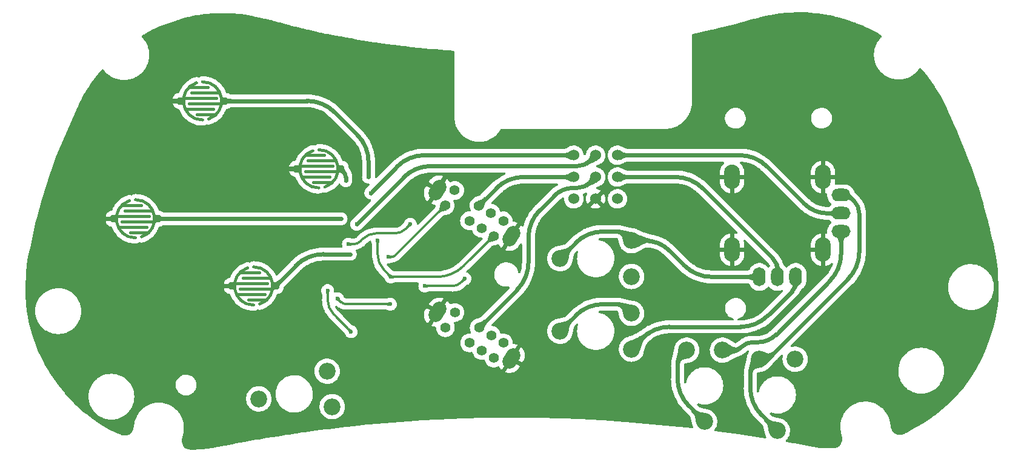
<source format=gbr>
%TF.GenerationSoftware,KiCad,Pcbnew,(6.0.0)*%
%TF.CreationDate,2022-05-12T16:51:59+02:00*%
%TF.ProjectId,Vectrex Pad miniNeoGeo-rounded,56656374-7265-4782-9050-6164206d696e,1.2*%
%TF.SameCoordinates,Original*%
%TF.FileFunction,Copper,L2,Bot*%
%TF.FilePolarity,Positive*%
%FSLAX46Y46*%
G04 Gerber Fmt 4.6, Leading zero omitted, Abs format (unit mm)*
G04 Created by KiCad (PCBNEW (6.0.0)) date 2022-05-12 16:51:59*
%MOMM*%
%LPD*%
G01*
G04 APERTURE LIST*
G04 Aperture macros list*
%AMRoundRect*
0 Rectangle with rounded corners*
0 $1 Rounding radius*
0 $2 $3 $4 $5 $6 $7 $8 $9 X,Y pos of 4 corners*
0 Add a 4 corners polygon primitive as box body*
4,1,4,$2,$3,$4,$5,$6,$7,$8,$9,$2,$3,0*
0 Add four circle primitives for the rounded corners*
1,1,$1+$1,$2,$3*
1,1,$1+$1,$4,$5*
1,1,$1+$1,$6,$7*
1,1,$1+$1,$8,$9*
0 Add four rect primitives between the rounded corners*
20,1,$1+$1,$2,$3,$4,$5,0*
20,1,$1+$1,$4,$5,$6,$7,0*
20,1,$1+$1,$6,$7,$8,$9,0*
20,1,$1+$1,$8,$9,$2,$3,0*%
%AMHorizOval*
0 Thick line with rounded ends*
0 $1 width*
0 $2 $3 position (X,Y) of the first rounded end (center of the circle)*
0 $4 $5 position (X,Y) of the second rounded end (center of the circle)*
0 Add line between two ends*
20,1,$1,$2,$3,$4,$5,0*
0 Add two circle primitives to create the rounded ends*
1,1,$1,$2,$3*
1,1,$1,$4,$5*%
G04 Aperture macros list end*
%TA.AperFunction,EtchedComponent*%
%ADD10C,0.381000*%
%TD*%
%TA.AperFunction,ComponentPad*%
%ADD11C,1.524000*%
%TD*%
%TA.AperFunction,ComponentPad*%
%ADD12O,1.778000X2.667000*%
%TD*%
%TA.AperFunction,ComponentPad*%
%ADD13O,2.222000X3.429000*%
%TD*%
%TA.AperFunction,ComponentPad*%
%ADD14O,2.667000X1.778000*%
%TD*%
%TA.AperFunction,SMDPad,CuDef*%
%ADD15RoundRect,0.250000X0.250000X0.250000X-0.250000X0.250000X-0.250000X-0.250000X0.250000X-0.250000X0*%
%TD*%
%TA.AperFunction,ComponentPad*%
%ADD16C,2.340000*%
%TD*%
%TA.AperFunction,ComponentPad*%
%ADD17C,1.400000*%
%TD*%
%TA.AperFunction,ComponentPad*%
%ADD18HorizOval,2.000000X0.265699X0.423561X-0.265699X-0.423561X0*%
%TD*%
%TA.AperFunction,ViaPad*%
%ADD19C,0.800000*%
%TD*%
%TA.AperFunction,ViaPad*%
%ADD20C,0.600000*%
%TD*%
%TA.AperFunction,Conductor*%
%ADD21C,0.350000*%
%TD*%
%TA.AperFunction,Conductor*%
%ADD22C,0.600000*%
%TD*%
G04 APERTURE END LIST*
D10*
%TO.C,SW2*%
X119097200Y-88265000D02*
X116535200Y-88265000D01*
X115011200Y-87503000D02*
X118821200Y-87503000D01*
X119583200Y-85217000D02*
X115773200Y-85217000D01*
X115497200Y-84455000D02*
X118059200Y-84455000D01*
X114630200Y-85979000D02*
X119202200Y-85979000D01*
X119964200Y-86741000D02*
X115392200Y-86741000D01*
X116455364Y-83829348D02*
G75*
G03*
X117297200Y-89027000I841836J-2530652D01*
G01*
X118139036Y-88890652D02*
G75*
G03*
X117297200Y-83693000I-841836J2530652D01*
G01*
%TO.C,SW3*%
X112826800Y-60858400D02*
X108254800Y-60858400D01*
X111959800Y-62382400D02*
X109397800Y-62382400D01*
X112445800Y-59334400D02*
X108635800Y-59334400D01*
X107492800Y-60096400D02*
X112064800Y-60096400D01*
X107873800Y-61620400D02*
X111683800Y-61620400D01*
X108359800Y-58572400D02*
X110921800Y-58572400D01*
X111001636Y-63008052D02*
G75*
G03*
X110159800Y-57810400I-841836J2530652D01*
G01*
X109317964Y-57946748D02*
G75*
G03*
X110159800Y-63144400I841836J-2530652D01*
G01*
%TO.C,SW1*%
X124615800Y-68072000D02*
X127177800Y-68072000D01*
X123748800Y-69596000D02*
X128320800Y-69596000D01*
X128701800Y-68834000D02*
X124891800Y-68834000D01*
X128215800Y-71882000D02*
X125653800Y-71882000D01*
X129082800Y-70358000D02*
X124510800Y-70358000D01*
X124129800Y-71120000D02*
X127939800Y-71120000D01*
X125573964Y-67446348D02*
G75*
G03*
X126415800Y-72644000I841836J-2530652D01*
G01*
X127257636Y-72507652D02*
G75*
G03*
X126415800Y-67310000I-841836J2530652D01*
G01*
%TO.C,SW4*%
X103073200Y-75819000D02*
X99263200Y-75819000D01*
X103454200Y-77343000D02*
X98882200Y-77343000D01*
X98987200Y-75057000D02*
X101549200Y-75057000D01*
X98501200Y-78105000D02*
X102311200Y-78105000D01*
X98120200Y-76581000D02*
X102692200Y-76581000D01*
X102587200Y-78867000D02*
X100025200Y-78867000D01*
X101629036Y-79492652D02*
G75*
G03*
X100787200Y-74295000I-841836J2530652D01*
G01*
X99945364Y-74431348D02*
G75*
G03*
X100787200Y-79629000I841836J-2530652D01*
G01*
%TD*%
D11*
%TO.P,J1,1,1*%
%TO.N,/Red*%
X162052000Y-71120000D03*
%TO.P,J1,2,2*%
%TO.N,/Black*%
X165100000Y-68072000D03*
%TO.P,J1,3,3*%
%TO.N,/Grey*%
X162052000Y-68072000D03*
%TO.P,J1,4,4*%
%TO.N,/Orange*%
X165100000Y-71120000D03*
%TO.P,J1,5,5*%
%TO.N,/Brun*%
X168148000Y-71120000D03*
%TO.P,J1,6,6*%
%TO.N,/Green*%
X168148000Y-68072000D03*
%TO.P,J1,7,7*%
%TO.N,+5V*%
X162052000Y-74168000D03*
%TO.P,J1,8,8*%
%TO.N,GND*%
X165100000Y-74168000D03*
%TO.P,J1,9,9*%
%TO.N,-5V*%
X168148000Y-74168000D03*
%TD*%
D12*
%TO.P,VR1,H1,H+*%
%TO.N,Net-(RV1-Pad2)*%
X187960000Y-85090000D03*
%TO.P,VR1,H2,H*%
%TO.N,/Brun*%
X190500000Y-85090000D03*
%TO.P,VR1,H3,H-*%
%TO.N,Net-(RV3-Pad1)*%
X193040000Y-85090000D03*
D13*
%TO.P,VR1,S1,SHIELD*%
%TO.N,GND*%
X196850000Y-71120000D03*
%TO.P,VR1,S2,SHIELD*%
X196850000Y-81280000D03*
%TO.P,VR1,S3,SHIELD*%
X184150000Y-81280000D03*
%TO.P,VR1,S4,SHIELD*%
X184150000Y-71120000D03*
D14*
%TO.P,VR1,V1,V+*%
%TO.N,Net-(RV2-Pad2)*%
X199390000Y-73660000D03*
%TO.P,VR1,V2,V*%
%TO.N,/Green*%
X199390000Y-76200000D03*
%TO.P,VR1,V3,V-*%
%TO.N,Net-(RV4-Pad1)*%
X199390000Y-78740000D03*
%TD*%
D15*
%TO.P,SW2,1,1*%
%TO.N,Net-(R6-Pad2)*%
X120345200Y-86360000D03*
%TO.P,SW2,2,2*%
%TO.N,GND*%
X114249200Y-86360000D03*
%TD*%
%TO.P,SW3,1,1*%
%TO.N,Net-(R7-Pad2)*%
X113207800Y-60477400D03*
%TO.P,SW3,2,2*%
%TO.N,GND*%
X107111800Y-60477400D03*
%TD*%
D16*
%TO.P,RV3,1,1*%
%TO.N,Net-(RV3-Pad1)*%
X170100000Y-95185000D03*
%TO.P,RV3,2,2*%
%TO.N,Net-(R3-Pad1)*%
X160100000Y-92685000D03*
%TO.P,RV3,3,3*%
X170100000Y-90185000D03*
%TD*%
%TO.P,RV1,1,1*%
%TO.N,Net-(R1-Pad2)*%
X170100000Y-85025000D03*
%TO.P,RV1,2,2*%
%TO.N,Net-(RV1-Pad2)*%
X160100000Y-82525000D03*
%TO.P,RV1,3,3*%
X170100000Y-80025000D03*
%TD*%
%TO.P,RV2,1,1*%
%TO.N,Net-(R2-Pad2)*%
X192975000Y-96600000D03*
%TO.P,RV2,2,2*%
%TO.N,Net-(RV2-Pad2)*%
X190475000Y-106600000D03*
%TO.P,RV2,3,3*%
X187975000Y-96600000D03*
%TD*%
D15*
%TO.P,SW1,1,1*%
%TO.N,Net-(R9-Pad2)*%
X129463800Y-69977000D03*
%TO.P,SW1,2,2*%
%TO.N,GND*%
X123367800Y-69977000D03*
%TD*%
D17*
%TO.P,SW6,1,1*%
%TO.N,Net-(SW6-Pad1)*%
X152199693Y-94317990D03*
%TO.P,SW6,2,2*%
%TO.N,Net-(SW6-Pad2)*%
X150505449Y-93255193D03*
%TO.P,SW6,3,3*%
%TO.N,/Orange*%
X148811205Y-92192396D03*
%TO.P,SW6,4,4*%
%TO.N,Net-(SW6-Pad4)*%
X145422718Y-90066801D03*
%TO.P,SW6,5,5*%
%TO.N,Net-(SW6-Pad1)*%
X150871196Y-96435795D03*
%TO.P,SW6,6,6*%
%TO.N,Net-(SW6-Pad2)*%
X149176953Y-95372998D03*
%TO.P,SW6,7,7*%
%TO.N,/Orange*%
X147482709Y-94310200D03*
%TO.P,SW6,8,8*%
%TO.N,Net-(SW6-Pad4)*%
X144094221Y-92184606D03*
D18*
%TO.P,SW6,9,Shield*%
%TO.N,GND*%
X142979513Y-90009767D03*
X153314401Y-96492829D03*
%TD*%
D15*
%TO.P,SW4,1,1*%
%TO.N,Net-(R10-Pad2)*%
X103835200Y-76962000D03*
%TO.P,SW4,2,2*%
%TO.N,GND*%
X97739200Y-76962000D03*
%TD*%
D17*
%TO.P,SW5,1,1*%
%TO.N,Net-(SW5-Pad1)*%
X152174272Y-77241184D03*
%TO.P,SW5,2,2*%
%TO.N,Net-(SW5-Pad2)*%
X150480028Y-76178387D03*
%TO.P,SW5,3,3*%
%TO.N,/Red*%
X148785784Y-75115590D03*
%TO.P,SW5,4,4*%
%TO.N,Net-(SW5-Pad4)*%
X145397297Y-72989995D03*
%TO.P,SW5,5,5*%
%TO.N,Net-(SW5-Pad1)*%
X150845775Y-79358989D03*
%TO.P,SW5,6,6*%
%TO.N,Net-(SW5-Pad2)*%
X149151532Y-78296192D03*
%TO.P,SW5,7,7*%
%TO.N,/Red*%
X147457288Y-77233394D03*
%TO.P,SW5,8,8*%
%TO.N,Net-(SW5-Pad4)*%
X144068800Y-75107800D03*
D18*
%TO.P,SW5,9,Shield*%
%TO.N,GND*%
X142954092Y-72932961D03*
X153288980Y-79416023D03*
%TD*%
D16*
%TO.P,RV5,1,1*%
%TO.N,Net-(R8-Pad1)*%
X128270000Y-103225600D03*
%TO.P,RV5,2,2*%
X118019387Y-102141661D03*
%TO.P,RV5,3,3*%
%TO.N,Net-(R5-Pad2)*%
X127574134Y-98274260D03*
%TD*%
%TO.P,RV4,1,1*%
%TO.N,Net-(RV4-Pad1)*%
X182815000Y-95330000D03*
%TO.P,RV4,2,2*%
%TO.N,Net-(R4-Pad1)*%
X180315000Y-105330000D03*
%TO.P,RV4,3,3*%
X177815000Y-95330000D03*
%TD*%
D19*
%TO.N,GND*%
X142240000Y-83312000D03*
D20*
%TO.N,Net-(R9-Pad2)*%
X130175000Y-71628000D03*
%TO.N,GND*%
X130810000Y-76454000D03*
X128778000Y-75565000D03*
%TO.N,+5V*%
X127635000Y-86995000D03*
X130905250Y-92741750D03*
D19*
%TO.N,GND*%
X150622000Y-86614000D03*
X172085000Y-66040000D03*
X151765000Y-101600000D03*
X213360000Y-80645000D03*
X173990000Y-94996000D03*
X110490000Y-97155000D03*
X160020000Y-80264000D03*
X131673600Y-85039200D03*
X139547600Y-76200000D03*
X135255000Y-91186000D03*
X90170000Y-81915000D03*
X160020000Y-87630000D03*
X122377200Y-92964000D03*
X175895000Y-77470000D03*
X209550000Y-61595000D03*
X168910000Y-101600000D03*
X139700000Y-59055000D03*
X171450000Y-87630000D03*
X175260000Y-89535000D03*
X161925000Y-95250000D03*
X187325000Y-88265000D03*
X122377200Y-88900000D03*
X109855000Y-81915000D03*
X135890000Y-101600000D03*
X144780000Y-80645000D03*
X93980000Y-71755000D03*
X193675000Y-52705000D03*
X139065000Y-92354400D03*
X102870000Y-89535000D03*
X98425000Y-62230000D03*
X92710000Y-97155000D03*
X133350000Y-87680800D03*
X182245000Y-55880000D03*
X111125000Y-52705000D03*
X118110000Y-68580000D03*
X127304800Y-84582000D03*
D20*
X131435500Y-72009000D03*
D19*
X125222000Y-62484000D03*
X209550000Y-90170000D03*
X213360000Y-71755000D03*
X139700000Y-73025000D03*
X140208000Y-81280000D03*
X171450000Y-82550000D03*
X126365000Y-55245000D03*
X139446000Y-87655400D03*
X201930000Y-97155000D03*
D20*
%TO.N,/Black*%
X131699000Y-77724000D03*
%TO.N,/Grey*%
X133672500Y-73337500D03*
%TO.N,Net-(SW5-Pad4)*%
X136144000Y-82296000D03*
%TO.N,Net-(SW5-Pad1)*%
X136480000Y-85090000D03*
X134620000Y-80010000D03*
%TO.N,Net-(SW6-Pad1)*%
X146812000Y-85344000D03*
X139192000Y-77724000D03*
X130556000Y-80518000D03*
X141224000Y-86360000D03*
%TO.N,Net-(R6-Pad2)*%
X130810000Y-81915000D03*
%TO.N,Net-(R7-Pad2)*%
X133350000Y-71120000D03*
%TO.N,Net-(R10-Pad2)*%
X129510000Y-76962000D03*
%TO.N,Net-(U1-Pad3)*%
X129032000Y-88138000D03*
X136398000Y-88900000D03*
%TD*%
D21*
%TO.N,Net-(U1-Pad3)*%
X130332815Y-88899999D02*
G75*
G02*
X129413001Y-88518999I0J1300814D01*
G01*
D22*
%TO.N,Net-(R9-Pad2)*%
X130174999Y-71183500D02*
G75*
G03*
X129860691Y-70424691I-1073123J-2D01*
G01*
D21*
X129481760Y-70045760D02*
G75*
G02*
X129463800Y-70002400I43355J43357D01*
G01*
D22*
%TO.N,Net-(R7-Pad2)*%
X124771436Y-60477400D02*
G75*
G02*
X128619192Y-62071192I-1J-5441552D01*
G01*
X133349999Y-68961000D02*
G75*
G03*
X131823355Y-65275357I-5212284J1D01*
G01*
%TO.N,Net-(R6-Pad2)*%
X123196407Y-83508792D02*
G75*
G02*
X127044163Y-81915000I3847755J-3847755D01*
G01*
D21*
%TO.N,Net-(SW6-Pad1)*%
X145077579Y-86360000D02*
G75*
G03*
X146304000Y-85852000I-1J1734424D01*
G01*
X131191000Y-80518000D02*
G75*
G03*
X132275012Y-80068987I-2J1533027D01*
G01*
X132588000Y-79756000D02*
G75*
G02*
X134427630Y-78994000I1839628J-1839623D01*
G01*
X137023974Y-78993999D02*
G75*
G03*
X138556999Y-78358999I-5J2168038D01*
G01*
%TO.N,Net-(SW5-Pad1)*%
X142860800Y-85089999D02*
G75*
G03*
X146708556Y-83496207I-4J5441558D01*
G01*
X135550000Y-84160000D02*
G75*
G02*
X134620000Y-81914781I2245222J2245220D01*
G01*
%TO.N,+5V*%
X128510574Y-90347074D02*
G75*
G02*
X127635000Y-88233250I2113824J2113823D01*
G01*
D22*
%TO.N,Net-(RV2-Pad2)*%
X188283792Y-104408792D02*
G75*
G02*
X186690000Y-100561036I3847760J3847757D01*
G01*
X186690000Y-98793632D02*
G75*
G02*
X187332499Y-97242499I2193636J0D01*
G01*
X199898000Y-73660001D02*
G75*
G02*
X200765209Y-74019211I2J-1226415D01*
G01*
X201929999Y-76261630D02*
G75*
G03*
X201168000Y-74422000I-2601634J-2D01*
G01*
X187559574Y-97015425D02*
G75*
G02*
X188562500Y-96600000I1002923J-1002921D01*
G01*
X188562500Y-96600000D02*
G75*
G03*
X189565425Y-96184574I-2J1418352D01*
G01*
X200336207Y-85413792D02*
G75*
G03*
X201930000Y-81566036I-3847766J3847760D01*
G01*
%TO.N,Net-(R4-Pad1)*%
X176530000Y-97523632D02*
G75*
G02*
X177172500Y-95972500I2193626J2D01*
G01*
X178123792Y-103138792D02*
G75*
G02*
X176530000Y-99291036I3847760J3847757D01*
G01*
%TO.N,Net-(R3-Pad1)*%
X162291207Y-90493792D02*
G75*
G02*
X166138963Y-88900000I3847755J-3847755D01*
G01*
X167906367Y-88900000D02*
G75*
G02*
X169457500Y-89542500I1J-2193631D01*
G01*
D21*
%TO.N,Net-(SW5-Pad4)*%
X136512300Y-82295999D02*
G75*
G03*
X137141026Y-82035571I-6J889166D01*
G01*
D22*
%TO.N,/Green*%
X185198036Y-68072000D02*
G75*
G02*
X189045792Y-69665792I-1J-5441552D01*
G01*
X197485000Y-76199999D02*
G75*
G02*
X194232962Y-74852960I4J4599086D01*
G01*
%TO.N,/Brun*%
X190500000Y-84123250D02*
G75*
G03*
X189816404Y-82472904I-2333942J-1D01*
G01*
X176209536Y-71120000D02*
G75*
G02*
X180057292Y-72713792I-1J-5441552D01*
G01*
%TO.N,/Orange*%
X154108207Y-86895393D02*
G75*
G03*
X155702000Y-83047637I-3847766J3847760D01*
G01*
X162498369Y-72643999D02*
G75*
G03*
X164337999Y-71881999I-3J2601638D01*
G01*
X155702000Y-79596963D02*
G75*
G02*
X157295792Y-75749206I5441552J0D01*
G01*
X159278467Y-73766532D02*
G75*
G02*
X161988500Y-72644000I2710029J-2710025D01*
G01*
%TO.N,/Grey*%
X137344207Y-69665792D02*
G75*
G02*
X141191963Y-68072000I3847755J-3847755D01*
G01*
%TO.N,/Black*%
X162498369Y-69595999D02*
G75*
G03*
X164337999Y-68833999I-3J2601638D01*
G01*
X138233207Y-71189792D02*
G75*
G02*
X142080963Y-69596000I3847755J-3847755D01*
G01*
%TO.N,/Red*%
X151187581Y-72713792D02*
G75*
G02*
X155035337Y-71120000I3847755J-3847755D01*
G01*
%TO.N,Net-(RV4-Pad1)*%
X185634000Y-94782000D02*
G75*
G02*
X186956989Y-94234000I1322985J-1322980D01*
G01*
X197796207Y-85667792D02*
G75*
G03*
X199390000Y-81820036I-3847766J3847760D01*
G01*
X187706000Y-94233999D02*
G75*
G03*
X190307629Y-93156368I-4J3679268D01*
G01*
X184311010Y-95330000D02*
G75*
G03*
X185634000Y-94782000I-2J1870996D01*
G01*
%TO.N,Net-(RV3-Pad1)*%
X171655000Y-93630000D02*
G75*
G02*
X175409102Y-92075000I3754099J-3754095D01*
G01*
X185325036Y-92074999D02*
G75*
G03*
X189172792Y-90481207I-4J5441558D01*
G01*
X192501184Y-87152815D02*
G75*
G03*
X193040000Y-85852000I-1300816J1300817D01*
G01*
%TO.N,Net-(RV1-Pad2)*%
X167906367Y-78740000D02*
G75*
G02*
X169457500Y-79382500I1J-2193631D01*
G01*
X171008632Y-80024999D02*
G75*
G02*
X169457500Y-79382500I2J2193637D01*
G01*
X172052500Y-80025000D02*
G75*
G02*
X175385625Y-81405625I3J-4713744D01*
G01*
X181323963Y-85089999D02*
G75*
G02*
X177476207Y-83496207I2J5441553D01*
G01*
X162291207Y-80333792D02*
G75*
G02*
X166138963Y-78740000I3847755J-3847755D01*
G01*
D21*
%TO.N,Net-(SW5-Pad4)*%
X137141027Y-82035572D02*
X144068800Y-75107800D01*
X136144000Y-82296000D02*
X136512300Y-82296000D01*
D22*
%TO.N,/Grey*%
X137344207Y-69665792D02*
X133672500Y-73337500D01*
X141191963Y-68072000D02*
X162052000Y-68072000D01*
%TO.N,/Black*%
X131699000Y-77724000D02*
X138233207Y-71189792D01*
X162498369Y-69596000D02*
X142080963Y-69596000D01*
X164338000Y-68834000D02*
X165100000Y-68072000D01*
%TO.N,/Orange*%
X162498369Y-72644000D02*
X161988500Y-72644000D01*
X164338000Y-71882000D02*
X165100000Y-71120000D01*
X157295792Y-75749206D02*
X159278467Y-73766532D01*
X155702000Y-83047637D02*
X155702000Y-79596963D01*
X154108207Y-86895393D02*
X148811205Y-92192396D01*
%TO.N,/Red*%
X151187581Y-72713792D02*
X148785784Y-75115590D01*
X155035337Y-71120000D02*
X162052000Y-71120000D01*
D21*
%TO.N,Net-(SW6-Pad1)*%
X146304000Y-85852000D02*
X146812000Y-85344000D01*
X141224000Y-86360000D02*
X145077579Y-86360000D01*
D22*
%TO.N,Net-(R9-Pad2)*%
X130175000Y-71628000D02*
X130175000Y-71183500D01*
D21*
X129463800Y-70002400D02*
X129463800Y-69977000D01*
D22*
X129860691Y-70424691D02*
X129481760Y-70045760D01*
D21*
%TO.N,+5V*%
X127635000Y-86995000D02*
X127635000Y-88233250D01*
X130905250Y-92741750D02*
X128510574Y-90347074D01*
D22*
%TO.N,GND*%
X114249200Y-86360000D02*
X112014000Y-86360000D01*
X123367800Y-69977000D02*
X120954800Y-69977000D01*
X107111800Y-60477400D02*
X102895400Y-60477400D01*
X97739200Y-76962000D02*
X94411800Y-76962000D01*
%TO.N,Net-(RV1-Pad2)*%
X175385625Y-81405625D02*
X177476207Y-83496207D01*
X171008632Y-80025000D02*
X172052500Y-80025000D01*
X167906367Y-78740000D02*
X166138963Y-78740000D01*
X181323963Y-85090000D02*
X187960000Y-85090000D01*
X162291207Y-80333792D02*
X160100000Y-82525000D01*
%TO.N,Net-(RV3-Pad1)*%
X175409102Y-92075000D02*
X185325036Y-92075000D01*
X189172792Y-90481207D02*
X192501184Y-87152815D01*
X171655000Y-93630000D02*
X170100000Y-95185000D01*
X193040000Y-85852000D02*
X193040000Y-85090000D01*
%TO.N,Net-(RV4-Pad1)*%
X197796207Y-85667792D02*
X190307630Y-93156369D01*
X199390000Y-81820036D02*
X199390000Y-78740000D01*
X186956989Y-94234000D02*
X187706000Y-94234000D01*
X184311010Y-95330000D02*
X182815000Y-95330000D01*
%TO.N,/Brun*%
X189816404Y-82472904D02*
X180057292Y-72713792D01*
X176209536Y-71120000D02*
X168148000Y-71120000D01*
X190500000Y-84123250D02*
X190500000Y-85090000D01*
%TO.N,/Green*%
X189045792Y-69665792D02*
X194232961Y-74852961D01*
X185198036Y-68072000D02*
X168148000Y-68072000D01*
X197485000Y-76200000D02*
X199390000Y-76200000D01*
%TO.N,Net-(R3-Pad1)*%
X166138963Y-88900000D02*
X167906367Y-88900000D01*
X169457500Y-89542500D02*
X170100000Y-90185000D01*
X162291207Y-90493792D02*
X160100000Y-92685000D01*
%TO.N,Net-(R4-Pad1)*%
X177172500Y-95972500D02*
X177815000Y-95330000D01*
X178123792Y-103138792D02*
X180315000Y-105330000D01*
X176530000Y-97523632D02*
X176530000Y-99291036D01*
%TO.N,Net-(RV2-Pad2)*%
X186690000Y-100561036D02*
X186690000Y-98793632D01*
X201930000Y-76261630D02*
X201930000Y-81566036D01*
X189565425Y-96184574D02*
X200336207Y-85413792D01*
X199898000Y-73660000D02*
X199390000Y-73660000D01*
X187332499Y-97242499D02*
X187559574Y-97015425D01*
X200765210Y-74019210D02*
X201168000Y-74422000D01*
X188283792Y-104408792D02*
X190475000Y-106600000D01*
D21*
%TO.N,Net-(SW5-Pad1)*%
X142860800Y-85090000D02*
X136480000Y-85090000D01*
X134620000Y-80010000D02*
X134620000Y-81914781D01*
X136480000Y-85090000D02*
X135550000Y-84160000D01*
X146708556Y-83496207D02*
X150845775Y-79358989D01*
%TO.N,Net-(SW6-Pad1)*%
X134427630Y-78994000D02*
X137023974Y-78994000D01*
X131191000Y-80518000D02*
X130556000Y-80518000D01*
X132275012Y-80068987D02*
X132588000Y-79756000D01*
X139192000Y-77724000D02*
X138557000Y-78359000D01*
D22*
%TO.N,Net-(R6-Pad2)*%
X123196407Y-83508792D02*
X120363729Y-86341471D01*
X127044163Y-81915000D02*
X130810000Y-81915000D01*
%TO.N,Net-(R7-Pad2)*%
X124771436Y-60477400D02*
X113207800Y-60477400D01*
X133350000Y-71120000D02*
X133350000Y-68961000D01*
X128619192Y-62071192D02*
X131823356Y-65275356D01*
%TO.N,Net-(R10-Pad2)*%
X129510000Y-76962000D02*
X103835200Y-76962000D01*
D21*
%TO.N,Net-(U1-Pad3)*%
X130332815Y-88900000D02*
X136398000Y-88900000D01*
X129413000Y-88519000D02*
X129032000Y-88138000D01*
%TD*%
%TA.AperFunction,Conductor*%
%TO.N,Net-(RV2-Pad2)*%
G36*
X188406750Y-97227962D02*
G01*
X188421024Y-97573881D01*
X188425039Y-97671173D01*
X188421956Y-97679580D01*
X188417215Y-97682698D01*
X188227435Y-97749137D01*
X188226391Y-97749449D01*
X188032910Y-97797533D01*
X188032330Y-97797661D01*
X187845676Y-97834098D01*
X187845655Y-97834102D01*
X187669360Y-97868183D01*
X187669347Y-97868186D01*
X187669186Y-97868217D01*
X187669040Y-97868254D01*
X187669026Y-97868257D01*
X187506659Y-97909281D01*
X187506655Y-97909282D01*
X187506300Y-97909372D01*
X187505959Y-97909507D01*
X187505951Y-97909509D01*
X187391883Y-97954470D01*
X187360154Y-97966976D01*
X187233886Y-98050440D01*
X187130633Y-98169177D01*
X187130287Y-98169911D01*
X187130286Y-98169912D01*
X187091607Y-98251895D01*
X187053532Y-98332598D01*
X187053392Y-98333237D01*
X187008023Y-98539648D01*
X187002900Y-98546992D01*
X186995091Y-98548739D01*
X186422468Y-98474487D01*
X186414705Y-98470025D01*
X186412392Y-98461219D01*
X186430883Y-98332598D01*
X186451131Y-98191756D01*
X186451183Y-98191430D01*
X186492612Y-97954834D01*
X186492682Y-97954470D01*
X186534740Y-97752243D01*
X186534812Y-97751919D01*
X186577130Y-97573881D01*
X186577182Y-97573670D01*
X186619391Y-97409690D01*
X186619400Y-97409656D01*
X186661106Y-97249675D01*
X186701870Y-97083804D01*
X186701884Y-97083748D01*
X186741340Y-96901800D01*
X186779081Y-96693757D01*
X186813506Y-96457829D01*
X186818091Y-96450137D01*
X186822946Y-96448015D01*
X188362764Y-96161978D01*
X188406750Y-97227962D01*
G37*
%TD.AperFunction*%
%TD*%
%TA.AperFunction,Conductor*%
%TO.N,Net-(RV2-Pad2)*%
G36*
X200024685Y-73037215D02*
G01*
X200150661Y-73158303D01*
X200268961Y-73262692D01*
X200377576Y-73350807D01*
X200480565Y-73428904D01*
X200581987Y-73503238D01*
X200685838Y-73580018D01*
X200686002Y-73580143D01*
X200742108Y-73623606D01*
X200796206Y-73665514D01*
X200796517Y-73665763D01*
X200917286Y-73766086D01*
X200917625Y-73766379D01*
X201053073Y-73887948D01*
X201053335Y-73888192D01*
X201199144Y-74029164D01*
X201202709Y-74037376D01*
X201199284Y-74045846D01*
X200791085Y-74454045D01*
X200782812Y-74457472D01*
X200775209Y-74454665D01*
X200666659Y-74361857D01*
X200666225Y-74361486D01*
X200554925Y-74298900D01*
X200500218Y-74283452D01*
X200448282Y-74268786D01*
X200448280Y-74268786D01*
X200447601Y-74268594D01*
X200446896Y-74268571D01*
X200446893Y-74268571D01*
X200358325Y-74265738D01*
X200342324Y-74265226D01*
X200341742Y-74265327D01*
X200341740Y-74265327D01*
X200237566Y-74283382D01*
X200237562Y-74283383D01*
X200237164Y-74283452D01*
X200130191Y-74317929D01*
X200041902Y-74354119D01*
X200023025Y-74361857D01*
X200019475Y-74363312D01*
X200019456Y-74363320D01*
X200019433Y-74363330D01*
X199903187Y-74414215D01*
X199902958Y-74414312D01*
X199779423Y-74465291D01*
X199778773Y-74465537D01*
X199653614Y-74508698D01*
X199644677Y-74508155D01*
X199640455Y-74504676D01*
X199610978Y-74465537D01*
X198959436Y-73600452D01*
X198957196Y-73591783D01*
X198961743Y-73584068D01*
X198963362Y-73583045D01*
X199576316Y-73262607D01*
X200011159Y-73035282D01*
X200020077Y-73034486D01*
X200024685Y-73037215D01*
G37*
%TD.AperFunction*%
%TD*%
%TA.AperFunction,Conductor*%
%TO.N,Net-(RV2-Pad2)*%
G36*
X188262294Y-95466177D02*
G01*
X188335021Y-95487472D01*
X188443091Y-95519116D01*
X188443842Y-95519364D01*
X188537017Y-95553641D01*
X188617403Y-95583212D01*
X188617689Y-95583322D01*
X188757026Y-95639378D01*
X188779372Y-95648368D01*
X188779420Y-95648387D01*
X188846554Y-95674182D01*
X188932017Y-95707019D01*
X188932220Y-95707081D01*
X188932229Y-95707084D01*
X189078081Y-95751551D01*
X189078465Y-95751668D01*
X189078854Y-95751731D01*
X189078855Y-95751731D01*
X189221186Y-95774701D01*
X189221187Y-95774701D01*
X189221769Y-95774795D01*
X189364965Y-95768869D01*
X189511086Y-95726363D01*
X189611351Y-95669258D01*
X189662681Y-95640023D01*
X189663169Y-95639745D01*
X189816021Y-95508549D01*
X189824529Y-95505761D01*
X189831913Y-95509154D01*
X190240269Y-95917510D01*
X190243696Y-95925783D01*
X190240301Y-95934025D01*
X190046134Y-96129679D01*
X189876314Y-96303706D01*
X189731656Y-96454565D01*
X189604763Y-96588987D01*
X189488241Y-96713704D01*
X189374691Y-96835447D01*
X189256720Y-96960948D01*
X189126930Y-97096939D01*
X188978762Y-97249292D01*
X188977943Y-97250134D01*
X188977864Y-97250214D01*
X188808298Y-97421277D01*
X188800040Y-97424740D01*
X188794723Y-97423488D01*
X188572520Y-97311505D01*
X187402871Y-96722038D01*
X188249317Y-95470849D01*
X188256790Y-95465918D01*
X188262294Y-95466177D01*
G37*
%TD.AperFunction*%
%TD*%
%TA.AperFunction,Conductor*%
%TO.N,Net-(R4-Pad1)*%
G36*
X178198252Y-94896300D02*
G01*
X178203132Y-94903808D01*
X178203319Y-94905463D01*
X178214971Y-95187829D01*
X178261016Y-96303670D01*
X178265039Y-96401173D01*
X178261956Y-96409580D01*
X178257215Y-96412698D01*
X178067435Y-96479137D01*
X178066391Y-96479449D01*
X177872910Y-96527533D01*
X177872330Y-96527661D01*
X177685676Y-96564098D01*
X177685655Y-96564102D01*
X177509360Y-96598183D01*
X177509347Y-96598186D01*
X177509186Y-96598217D01*
X177509040Y-96598254D01*
X177509026Y-96598257D01*
X177346659Y-96639281D01*
X177346655Y-96639282D01*
X177346300Y-96639372D01*
X177345959Y-96639507D01*
X177345951Y-96639509D01*
X177231883Y-96684470D01*
X177200154Y-96696976D01*
X177073886Y-96780440D01*
X176970633Y-96899177D01*
X176970287Y-96899911D01*
X176970286Y-96899912D01*
X176931607Y-96981895D01*
X176893532Y-97062598D01*
X176893392Y-97063237D01*
X176848023Y-97269648D01*
X176842900Y-97276992D01*
X176835091Y-97278739D01*
X176262468Y-97204487D01*
X176254705Y-97200025D01*
X176252392Y-97191219D01*
X176270883Y-97062598D01*
X176291131Y-96921756D01*
X176291183Y-96921430D01*
X176332612Y-96684834D01*
X176332682Y-96684470D01*
X176374740Y-96482243D01*
X176374812Y-96481919D01*
X176417130Y-96303881D01*
X176417182Y-96303670D01*
X176459391Y-96139690D01*
X176459400Y-96139656D01*
X176501106Y-95979675D01*
X176541870Y-95813804D01*
X176541884Y-95813748D01*
X176581340Y-95631800D01*
X176619081Y-95423757D01*
X176653506Y-95187829D01*
X176658091Y-95180137D01*
X176662946Y-95178015D01*
X178189493Y-94894442D01*
X178198252Y-94896300D01*
G37*
%TD.AperFunction*%
%TD*%
%TA.AperFunction,Conductor*%
%TO.N,Net-(R3-Pad1)*%
G36*
X168508242Y-88661131D02*
G01*
X168508543Y-88661179D01*
X168647630Y-88685533D01*
X168745165Y-88702612D01*
X168745529Y-88702682D01*
X168947755Y-88744740D01*
X168948079Y-88744812D01*
X169028841Y-88764008D01*
X169126140Y-88787135D01*
X169126311Y-88787178D01*
X169290343Y-88829400D01*
X169290377Y-88829409D01*
X169450323Y-88871106D01*
X169616250Y-88911884D01*
X169798198Y-88951340D01*
X169798285Y-88951356D01*
X169798301Y-88951359D01*
X170006119Y-88989059D01*
X170006136Y-88989062D01*
X170006242Y-88989081D01*
X170006350Y-88989097D01*
X170006376Y-88989101D01*
X170195420Y-89016685D01*
X170242171Y-89023506D01*
X170249863Y-89028091D01*
X170251985Y-89032946D01*
X170512789Y-90436919D01*
X170535558Y-90559493D01*
X170533700Y-90568253D01*
X170526192Y-90573133D01*
X170524544Y-90573319D01*
X169028826Y-90635040D01*
X169020420Y-90631957D01*
X169017302Y-90627216D01*
X168950862Y-90437436D01*
X168950550Y-90436392D01*
X168902466Y-90242910D01*
X168902338Y-90242330D01*
X168865901Y-90055677D01*
X168865897Y-90055656D01*
X168831816Y-89879361D01*
X168831813Y-89879348D01*
X168831782Y-89879187D01*
X168790626Y-89716300D01*
X168790491Y-89715959D01*
X168790489Y-89715951D01*
X168733248Y-89570725D01*
X168733023Y-89570154D01*
X168649559Y-89443886D01*
X168530822Y-89340633D01*
X168530088Y-89340287D01*
X168530087Y-89340286D01*
X168367993Y-89263813D01*
X168367400Y-89263533D01*
X168160350Y-89218023D01*
X168153006Y-89212900D01*
X168151259Y-89205092D01*
X168221792Y-88661154D01*
X168225512Y-88632468D01*
X168229974Y-88624705D01*
X168238779Y-88622392D01*
X168508242Y-88661131D01*
G37*
%TD.AperFunction*%
%TD*%
%TA.AperFunction,Conductor*%
%TO.N,Net-(RV3-Pad1)*%
G36*
X193063902Y-84654996D02*
G01*
X193064592Y-84655779D01*
X193409449Y-85084392D01*
X193788373Y-85555346D01*
X193790889Y-85563940D01*
X193789260Y-85568749D01*
X193778787Y-85586011D01*
X193694378Y-85725138D01*
X193694331Y-85725221D01*
X193637398Y-85825784D01*
X193613264Y-85868412D01*
X193545178Y-85997367D01*
X193485126Y-86117818D01*
X193428131Y-86235543D01*
X193428116Y-86235574D01*
X193369186Y-86356384D01*
X193369102Y-86356552D01*
X193303316Y-86486118D01*
X193303185Y-86486369D01*
X193225476Y-86630659D01*
X193225322Y-86630936D01*
X193130684Y-86795790D01*
X193130527Y-86796054D01*
X193020080Y-86977255D01*
X193012848Y-86982536D01*
X193003882Y-86981083D01*
X192514548Y-86674737D01*
X192509354Y-86667442D01*
X192510395Y-86659385D01*
X192583844Y-86519374D01*
X192583844Y-86519373D01*
X192584102Y-86518882D01*
X192593933Y-86486254D01*
X192624313Y-86385419D01*
X192624313Y-86385417D01*
X192624508Y-86384771D01*
X192632062Y-86262984D01*
X192612253Y-86149852D01*
X192570565Y-86041708D01*
X192512487Y-85934882D01*
X192443506Y-85825707D01*
X192378606Y-85725221D01*
X192369227Y-85710699D01*
X192369001Y-85710335D01*
X192295002Y-85586011D01*
X192294581Y-85585238D01*
X192229829Y-85455084D01*
X192229212Y-85446151D01*
X192232179Y-85441454D01*
X193047358Y-84654702D01*
X193055691Y-84651423D01*
X193063902Y-84654996D01*
G37*
%TD.AperFunction*%
%TD*%
%TA.AperFunction,Conductor*%
%TO.N,Net-(RV1-Pad2)*%
G36*
X168508242Y-78501131D02*
G01*
X168508543Y-78501179D01*
X168647630Y-78525533D01*
X168745165Y-78542612D01*
X168745529Y-78542682D01*
X168947755Y-78584740D01*
X168948079Y-78584812D01*
X169028841Y-78604008D01*
X169126140Y-78627135D01*
X169126311Y-78627178D01*
X169290343Y-78669400D01*
X169290377Y-78669409D01*
X169450323Y-78711106D01*
X169616250Y-78751884D01*
X169798198Y-78791340D01*
X169798285Y-78791356D01*
X169798301Y-78791359D01*
X170006119Y-78829059D01*
X170006136Y-78829062D01*
X170006242Y-78829081D01*
X170006350Y-78829097D01*
X170006376Y-78829101D01*
X170195420Y-78856685D01*
X170242171Y-78863506D01*
X170249863Y-78868091D01*
X170251985Y-78872946D01*
X170538023Y-80412763D01*
X169943727Y-80437286D01*
X169028826Y-80475040D01*
X169020420Y-80471957D01*
X169017302Y-80467216D01*
X168950862Y-80277436D01*
X168950550Y-80276392D01*
X168902466Y-80082910D01*
X168902338Y-80082330D01*
X168865901Y-79895677D01*
X168865897Y-79895656D01*
X168831816Y-79719361D01*
X168831813Y-79719348D01*
X168831782Y-79719187D01*
X168790626Y-79556300D01*
X168790491Y-79555959D01*
X168790489Y-79555951D01*
X168733248Y-79410725D01*
X168733023Y-79410154D01*
X168649559Y-79283886D01*
X168530822Y-79180633D01*
X168530088Y-79180287D01*
X168530087Y-79180286D01*
X168367993Y-79103813D01*
X168367400Y-79103533D01*
X168160350Y-79058023D01*
X168153006Y-79052900D01*
X168151259Y-79045092D01*
X168221792Y-78501154D01*
X168225512Y-78472468D01*
X168229974Y-78464705D01*
X168238779Y-78462392D01*
X168508242Y-78501131D01*
G37*
%TD.AperFunction*%
%TD*%
%TA.AperFunction,Conductor*%
%TO.N,Net-(SW5-Pad4)*%
G36*
X144312461Y-74863816D02*
G01*
X144316049Y-74872478D01*
X144298687Y-75760565D01*
X144295099Y-75768769D01*
X144290427Y-75771519D01*
X144162628Y-75810808D01*
X144161874Y-75811013D01*
X144040557Y-75839602D01*
X144040027Y-75839714D01*
X143929644Y-75860390D01*
X143929500Y-75860416D01*
X143827002Y-75878293D01*
X143826944Y-75878305D01*
X143826928Y-75878308D01*
X143729708Y-75898443D01*
X143729486Y-75898489D01*
X143729282Y-75898548D01*
X143729270Y-75898551D01*
X143634252Y-75926053D01*
X143633938Y-75926144D01*
X143633631Y-75926272D01*
X143555842Y-75958675D01*
X143537270Y-75966411D01*
X143436395Y-76024444D01*
X143328223Y-76105396D01*
X143328012Y-76105590D01*
X143328006Y-76105595D01*
X143217925Y-76206826D01*
X143209515Y-76209904D01*
X143201732Y-76206487D01*
X142970113Y-75974868D01*
X142966686Y-75966595D01*
X142969774Y-75958675D01*
X143071004Y-75848594D01*
X143071009Y-75848588D01*
X143071203Y-75848377D01*
X143152155Y-75740204D01*
X143210188Y-75639329D01*
X143250455Y-75542661D01*
X143250546Y-75542347D01*
X143278048Y-75447329D01*
X143278051Y-75447317D01*
X143278110Y-75447113D01*
X143298306Y-75349597D01*
X143316183Y-75247099D01*
X143316209Y-75246955D01*
X143336885Y-75136572D01*
X143336997Y-75136042D01*
X143365586Y-75014725D01*
X143365791Y-75013971D01*
X143405080Y-74886173D01*
X143410786Y-74879272D01*
X143416034Y-74877913D01*
X144304122Y-74860551D01*
X144312461Y-74863816D01*
G37*
%TD.AperFunction*%
%TD*%
%TA.AperFunction,Conductor*%
%TO.N,Net-(SW5-Pad4)*%
G36*
X136282113Y-82029586D02*
G01*
X136321608Y-82048867D01*
X136365102Y-82069618D01*
X136406550Y-82087597D01*
X136406728Y-82087661D01*
X136406734Y-82087663D01*
X136446986Y-82102052D01*
X136446994Y-82102055D01*
X136447253Y-82102147D01*
X136461987Y-82105884D01*
X136488192Y-82112532D01*
X136488199Y-82112533D01*
X136488513Y-82112613D01*
X136488843Y-82112657D01*
X136488844Y-82112657D01*
X136531275Y-82118293D01*
X136531277Y-82118293D01*
X136531630Y-82118340D01*
X136531978Y-82118342D01*
X136531985Y-82118343D01*
X136554768Y-82118505D01*
X136577907Y-82118671D01*
X136578259Y-82118631D01*
X136578265Y-82118631D01*
X136628336Y-82112986D01*
X136628339Y-82112985D01*
X136628645Y-82112951D01*
X136685145Y-82100524D01*
X136737930Y-82084090D01*
X136746847Y-82084902D01*
X136752446Y-82091387D01*
X136824308Y-82296229D01*
X136860602Y-82399686D01*
X136860107Y-82408627D01*
X136853164Y-82414690D01*
X136784045Y-82437051D01*
X136783508Y-82437210D01*
X136713021Y-82456115D01*
X136712509Y-82456239D01*
X136669991Y-82465489D01*
X136649911Y-82469857D01*
X136649480Y-82469942D01*
X136592811Y-82480059D01*
X136592595Y-82480095D01*
X136539982Y-82488472D01*
X136506001Y-82494139D01*
X136489706Y-82496857D01*
X136489697Y-82496859D01*
X136489611Y-82496873D01*
X136489516Y-82496892D01*
X136439906Y-82507021D01*
X136439900Y-82507022D01*
X136439760Y-82507051D01*
X136439628Y-82507086D01*
X136439617Y-82507089D01*
X136388761Y-82520730D01*
X136388754Y-82520732D01*
X136388572Y-82520781D01*
X136388392Y-82520844D01*
X136388389Y-82520845D01*
X136334394Y-82539768D01*
X136334389Y-82539770D01*
X136334192Y-82539839D01*
X136334001Y-82539923D01*
X136333986Y-82539929D01*
X136293538Y-82557736D01*
X136287108Y-82560567D01*
X136281940Y-82562842D01*
X136272987Y-82563039D01*
X136269116Y-82560567D01*
X136247562Y-82539839D01*
X136002769Y-82304433D01*
X135999181Y-82296229D01*
X136002769Y-82287567D01*
X136184312Y-82112986D01*
X136268872Y-82031668D01*
X136277211Y-82028403D01*
X136282113Y-82029586D01*
G37*
%TD.AperFunction*%
%TD*%
%TA.AperFunction,Conductor*%
%TO.N,/Grey*%
G36*
X161725836Y-67391954D02*
G01*
X162120718Y-67771693D01*
X162424231Y-68063567D01*
X162427819Y-68071771D01*
X162424231Y-68080433D01*
X161725836Y-68752045D01*
X161717498Y-68755310D01*
X161712444Y-68754051D01*
X161708481Y-68752045D01*
X161589343Y-68691749D01*
X161589066Y-68691604D01*
X161475736Y-68630304D01*
X161475652Y-68630259D01*
X161373803Y-68574096D01*
X161373790Y-68574089D01*
X161373761Y-68574073D01*
X161373714Y-68574048D01*
X161278211Y-68523718D01*
X161278201Y-68523713D01*
X161278087Y-68523653D01*
X161183193Y-68479531D01*
X161182985Y-68479453D01*
X161083884Y-68442330D01*
X161083874Y-68442327D01*
X161083637Y-68442238D01*
X161083384Y-68442169D01*
X161083378Y-68442167D01*
X161035770Y-68429173D01*
X160973980Y-68412307D01*
X160973715Y-68412260D01*
X160973709Y-68412259D01*
X160849004Y-68390307D01*
X160848998Y-68390306D01*
X160848781Y-68390268D01*
X160848567Y-68390248D01*
X160848559Y-68390247D01*
X160702777Y-68376671D01*
X160702601Y-68376655D01*
X160702427Y-68376650D01*
X160702422Y-68376650D01*
X160541385Y-68372307D01*
X160533207Y-68368658D01*
X160530000Y-68360611D01*
X160530000Y-67783389D01*
X160533427Y-67775116D01*
X160541384Y-67771693D01*
X160702422Y-67767349D01*
X160702427Y-67767349D01*
X160702601Y-67767344D01*
X160702777Y-67767328D01*
X160848559Y-67753752D01*
X160848567Y-67753751D01*
X160848781Y-67753731D01*
X160848998Y-67753693D01*
X160849004Y-67753692D01*
X160973709Y-67731740D01*
X160973715Y-67731739D01*
X160973980Y-67731692D01*
X161035770Y-67714826D01*
X161083378Y-67701832D01*
X161083384Y-67701830D01*
X161083637Y-67701761D01*
X161083874Y-67701672D01*
X161083884Y-67701669D01*
X161182985Y-67664546D01*
X161182987Y-67664545D01*
X161183193Y-67664468D01*
X161278087Y-67620346D01*
X161278201Y-67620286D01*
X161278211Y-67620281D01*
X161373714Y-67569951D01*
X161373733Y-67569941D01*
X161373761Y-67569926D01*
X161475652Y-67513740D01*
X161475736Y-67513695D01*
X161589066Y-67452395D01*
X161589349Y-67452247D01*
X161712444Y-67389949D01*
X161721373Y-67389271D01*
X161725836Y-67391954D01*
G37*
%TD.AperFunction*%
%TD*%
%TA.AperFunction,Conductor*%
%TO.N,/Black*%
G36*
X165365581Y-67806096D02*
G01*
X165369169Y-67814758D01*
X165362966Y-68132077D01*
X165351466Y-68720375D01*
X165350226Y-68783782D01*
X165346638Y-68791986D01*
X165342536Y-68794545D01*
X165268198Y-68821654D01*
X165169020Y-68857821D01*
X165168955Y-68857847D01*
X165168943Y-68857852D01*
X165014754Y-68920483D01*
X165014631Y-68920533D01*
X164879659Y-68982002D01*
X164879527Y-68982069D01*
X164799921Y-69022453D01*
X164756865Y-69044295D01*
X164639008Y-69109479D01*
X164518847Y-69179623D01*
X164389187Y-69256767D01*
X164389142Y-69256794D01*
X164242711Y-69343025D01*
X164242597Y-69343091D01*
X164072198Y-69440452D01*
X164072095Y-69440509D01*
X163880711Y-69545466D01*
X163871809Y-69546439D01*
X163864776Y-69540739D01*
X163758681Y-69343025D01*
X163591969Y-69032348D01*
X163591076Y-69023439D01*
X163596328Y-69016743D01*
X163757371Y-68921636D01*
X163757622Y-68921488D01*
X163758847Y-68920588D01*
X163893432Y-68821654D01*
X163893433Y-68821653D01*
X163893723Y-68821440D01*
X163893983Y-68821194D01*
X164000107Y-68720653D01*
X164000110Y-68720650D01*
X164000400Y-68720375D01*
X164083094Y-68616357D01*
X164147244Y-68507452D01*
X164147376Y-68507153D01*
X164147380Y-68507145D01*
X164198193Y-68391943D01*
X164198195Y-68391937D01*
X164198288Y-68391727D01*
X164241667Y-68267247D01*
X164282819Y-68132077D01*
X164327146Y-67984410D01*
X164327228Y-67984148D01*
X164377621Y-67829835D01*
X164383447Y-67823034D01*
X164388514Y-67821769D01*
X165357242Y-67802831D01*
X165365581Y-67806096D01*
G37*
%TD.AperFunction*%
%TD*%
%TA.AperFunction,Conductor*%
%TO.N,/Orange*%
G36*
X165365581Y-70854096D02*
G01*
X165369169Y-70862758D01*
X165362966Y-71180077D01*
X165351466Y-71768375D01*
X165350226Y-71831782D01*
X165346638Y-71839986D01*
X165342536Y-71842545D01*
X165268198Y-71869654D01*
X165169020Y-71905821D01*
X165168955Y-71905847D01*
X165168943Y-71905852D01*
X165014754Y-71968483D01*
X165014631Y-71968533D01*
X164879659Y-72030002D01*
X164879527Y-72030069D01*
X164799921Y-72070453D01*
X164756865Y-72092295D01*
X164639008Y-72157479D01*
X164518847Y-72227623D01*
X164389187Y-72304767D01*
X164389142Y-72304794D01*
X164242711Y-72391025D01*
X164242597Y-72391091D01*
X164072198Y-72488452D01*
X164072095Y-72488509D01*
X163880711Y-72593466D01*
X163871809Y-72594439D01*
X163864776Y-72588739D01*
X163758681Y-72391025D01*
X163591969Y-72080348D01*
X163591076Y-72071439D01*
X163596328Y-72064743D01*
X163757371Y-71969636D01*
X163757622Y-71969488D01*
X163758847Y-71968588D01*
X163893432Y-71869654D01*
X163893433Y-71869653D01*
X163893723Y-71869440D01*
X163893983Y-71869194D01*
X164000107Y-71768653D01*
X164000110Y-71768650D01*
X164000400Y-71768375D01*
X164083094Y-71664357D01*
X164147244Y-71555452D01*
X164147376Y-71555153D01*
X164147380Y-71555145D01*
X164198193Y-71439943D01*
X164198195Y-71439937D01*
X164198288Y-71439727D01*
X164241667Y-71315247D01*
X164282819Y-71180077D01*
X164327146Y-71032410D01*
X164327228Y-71032148D01*
X164377621Y-70877835D01*
X164383447Y-70871034D01*
X164388514Y-70869769D01*
X165357242Y-70850831D01*
X165365581Y-70854096D01*
G37*
%TD.AperFunction*%
%TD*%
%TA.AperFunction,Conductor*%
%TO.N,/Orange*%
G36*
X149590029Y-91005466D02*
G01*
X149998135Y-91413572D01*
X150001562Y-91421845D01*
X149998330Y-91429919D01*
X149941327Y-91489704D01*
X149897990Y-91535156D01*
X149811486Y-91637232D01*
X149743127Y-91731045D01*
X149689339Y-91819757D01*
X149646547Y-91906533D01*
X149611177Y-91994537D01*
X149579655Y-92086933D01*
X149579631Y-92087009D01*
X149579624Y-92087031D01*
X149548407Y-92186886D01*
X149513896Y-92297437D01*
X149513830Y-92297643D01*
X149475045Y-92414274D01*
X149469183Y-92421043D01*
X149464174Y-92422280D01*
X148832725Y-92434624D01*
X148575883Y-92439645D01*
X148567544Y-92436380D01*
X148563956Y-92427718D01*
X148574145Y-91906533D01*
X148581321Y-91539428D01*
X148584909Y-91531225D01*
X148589326Y-91528557D01*
X148646263Y-91509622D01*
X148705957Y-91489770D01*
X148706163Y-91489704D01*
X148816714Y-91455193D01*
X148916569Y-91423976D01*
X148916595Y-91423968D01*
X148916667Y-91423945D01*
X148916739Y-91423921D01*
X148916774Y-91423909D01*
X149008897Y-91392480D01*
X149008909Y-91392475D01*
X149009063Y-91392423D01*
X149009223Y-91392359D01*
X149096864Y-91357135D01*
X149096873Y-91357131D01*
X149097067Y-91357053D01*
X149183843Y-91314261D01*
X149272555Y-91260473D01*
X149366368Y-91192114D01*
X149468444Y-91105610D01*
X149573477Y-91005466D01*
X149573682Y-91005271D01*
X149582035Y-91002042D01*
X149590029Y-91005466D01*
G37*
%TD.AperFunction*%
%TD*%
%TA.AperFunction,Conductor*%
%TO.N,/Red*%
G36*
X149564608Y-73928660D02*
G01*
X149972714Y-74336766D01*
X149976141Y-74345039D01*
X149972909Y-74353113D01*
X149915906Y-74412898D01*
X149872569Y-74458350D01*
X149786065Y-74560426D01*
X149717706Y-74654239D01*
X149663918Y-74742951D01*
X149621126Y-74829727D01*
X149585756Y-74917731D01*
X149554234Y-75010127D01*
X149554210Y-75010203D01*
X149554203Y-75010225D01*
X149522986Y-75110080D01*
X149488475Y-75220631D01*
X149488409Y-75220837D01*
X149449624Y-75337468D01*
X149443762Y-75344237D01*
X149438753Y-75345474D01*
X148807304Y-75357818D01*
X148550462Y-75362839D01*
X148542123Y-75359574D01*
X148538535Y-75350912D01*
X148548724Y-74829727D01*
X148555900Y-74462622D01*
X148559488Y-74454419D01*
X148563905Y-74451751D01*
X148620842Y-74432816D01*
X148680536Y-74412964D01*
X148680742Y-74412898D01*
X148791293Y-74378387D01*
X148891148Y-74347170D01*
X148891174Y-74347162D01*
X148891246Y-74347139D01*
X148891318Y-74347115D01*
X148891353Y-74347103D01*
X148983476Y-74315674D01*
X148983488Y-74315669D01*
X148983642Y-74315617D01*
X148983802Y-74315553D01*
X149071443Y-74280330D01*
X149071452Y-74280326D01*
X149071646Y-74280248D01*
X149158422Y-74237455D01*
X149247134Y-74183667D01*
X149340947Y-74115308D01*
X149443023Y-74028804D01*
X149548056Y-73928660D01*
X149548261Y-73928465D01*
X149556614Y-73925236D01*
X149564608Y-73928660D01*
G37*
%TD.AperFunction*%
%TD*%
%TA.AperFunction,Conductor*%
%TO.N,/Red*%
G36*
X161725836Y-70439954D02*
G01*
X162120718Y-70819693D01*
X162424231Y-71111567D01*
X162427819Y-71119771D01*
X162424231Y-71128433D01*
X161725836Y-71800045D01*
X161717498Y-71803310D01*
X161712444Y-71802051D01*
X161708481Y-71800045D01*
X161589343Y-71739749D01*
X161589066Y-71739604D01*
X161475736Y-71678304D01*
X161475652Y-71678259D01*
X161373803Y-71622096D01*
X161373790Y-71622089D01*
X161373761Y-71622073D01*
X161373714Y-71622048D01*
X161278211Y-71571718D01*
X161278201Y-71571713D01*
X161278087Y-71571653D01*
X161183193Y-71527531D01*
X161182985Y-71527453D01*
X161083884Y-71490330D01*
X161083874Y-71490327D01*
X161083637Y-71490238D01*
X161083384Y-71490169D01*
X161083378Y-71490167D01*
X161035770Y-71477173D01*
X160973980Y-71460307D01*
X160973715Y-71460260D01*
X160973709Y-71460259D01*
X160849004Y-71438307D01*
X160848998Y-71438306D01*
X160848781Y-71438268D01*
X160848567Y-71438248D01*
X160848559Y-71438247D01*
X160702777Y-71424671D01*
X160702601Y-71424655D01*
X160702427Y-71424650D01*
X160702422Y-71424650D01*
X160541385Y-71420307D01*
X160533207Y-71416658D01*
X160530000Y-71408611D01*
X160530000Y-70831389D01*
X160533427Y-70823116D01*
X160541384Y-70819693D01*
X160702422Y-70815349D01*
X160702427Y-70815349D01*
X160702601Y-70815344D01*
X160702777Y-70815328D01*
X160848559Y-70801752D01*
X160848567Y-70801751D01*
X160848781Y-70801731D01*
X160848998Y-70801693D01*
X160849004Y-70801692D01*
X160973709Y-70779740D01*
X160973715Y-70779739D01*
X160973980Y-70779692D01*
X161035770Y-70762826D01*
X161083378Y-70749832D01*
X161083384Y-70749830D01*
X161083637Y-70749761D01*
X161083874Y-70749672D01*
X161083884Y-70749669D01*
X161182985Y-70712546D01*
X161182987Y-70712545D01*
X161183193Y-70712468D01*
X161278087Y-70668346D01*
X161278201Y-70668286D01*
X161278211Y-70668281D01*
X161373714Y-70617951D01*
X161373733Y-70617941D01*
X161373761Y-70617926D01*
X161475652Y-70561740D01*
X161475736Y-70561695D01*
X161589066Y-70500395D01*
X161589349Y-70500247D01*
X161712444Y-70437949D01*
X161721373Y-70437271D01*
X161725836Y-70439954D01*
G37*
%TD.AperFunction*%
%TD*%
%TA.AperFunction,Conductor*%
%TO.N,Net-(U1-Pad3)*%
G36*
X129307332Y-88039391D02*
G01*
X129315536Y-88042979D01*
X129318112Y-88047129D01*
X129339856Y-88107575D01*
X129364260Y-88168526D01*
X129390120Y-88223688D01*
X129418957Y-88274354D01*
X129419113Y-88274576D01*
X129419118Y-88274584D01*
X129452132Y-88321579D01*
X129452296Y-88321812D01*
X129491657Y-88367353D01*
X129538565Y-88412267D01*
X129553287Y-88424254D01*
X129586201Y-88451053D01*
X129594541Y-88457844D01*
X129594679Y-88457943D01*
X129594694Y-88457954D01*
X129630616Y-88483603D01*
X129661108Y-88505375D01*
X129730138Y-88549922D01*
X129735231Y-88557286D01*
X129733739Y-88565914D01*
X129686264Y-88642526D01*
X129561757Y-88843443D01*
X129554486Y-88848670D01*
X129545387Y-88847057D01*
X129501145Y-88817981D01*
X129467404Y-88795806D01*
X129466888Y-88795447D01*
X129393467Y-88741333D01*
X129393027Y-88740992D01*
X129330679Y-88690289D01*
X129330382Y-88690039D01*
X129275848Y-88642597D01*
X129275763Y-88642523D01*
X129225727Y-88598137D01*
X129177189Y-88556898D01*
X129126926Y-88518706D01*
X129126743Y-88518589D01*
X129126737Y-88518585D01*
X129100020Y-88501529D01*
X129071715Y-88483459D01*
X129021375Y-88457722D01*
X129008578Y-88451179D01*
X129008573Y-88451177D01*
X129008331Y-88451053D01*
X129008080Y-88450953D01*
X129008068Y-88450948D01*
X128940780Y-88424254D01*
X128934353Y-88418018D01*
X128933396Y-88413608D01*
X128926172Y-88044099D01*
X128929437Y-88035760D01*
X128938099Y-88032172D01*
X129307332Y-88039391D01*
G37*
%TD.AperFunction*%
%TD*%
%TA.AperFunction,Conductor*%
%TO.N,Net-(SW6-Pad1)*%
G36*
X146914240Y-85241437D02*
G01*
X146917828Y-85250099D01*
X146916170Y-85334889D01*
X146911171Y-85590644D01*
X146910610Y-85619315D01*
X146907022Y-85627519D01*
X146902852Y-85630102D01*
X146863050Y-85644330D01*
X146862959Y-85644365D01*
X146862944Y-85644371D01*
X146833326Y-85655901D01*
X146820971Y-85660710D01*
X146820833Y-85660771D01*
X146820830Y-85660772D01*
X146783085Y-85677388D01*
X146783073Y-85677394D01*
X146782902Y-85677469D01*
X146747533Y-85695556D01*
X146713552Y-85715915D01*
X146679646Y-85739494D01*
X146644505Y-85767239D01*
X146606816Y-85800096D01*
X146565269Y-85839013D01*
X146565232Y-85839049D01*
X146565224Y-85839057D01*
X146526824Y-85876803D01*
X146518521Y-85880159D01*
X146510349Y-85876732D01*
X146279267Y-85645650D01*
X146275840Y-85637377D01*
X146279195Y-85629177D01*
X146316986Y-85590730D01*
X146355903Y-85549183D01*
X146388760Y-85511494D01*
X146416505Y-85476353D01*
X146440084Y-85442447D01*
X146460443Y-85408466D01*
X146478530Y-85373097D01*
X146495289Y-85335028D01*
X146511669Y-85292949D01*
X146525898Y-85253149D01*
X146531910Y-85246513D01*
X146536685Y-85245390D01*
X146741106Y-85241394D01*
X146905901Y-85238172D01*
X146914240Y-85241437D01*
G37*
%TD.AperFunction*%
%TD*%
%TA.AperFunction,Conductor*%
%TO.N,Net-(SW6-Pad1)*%
G36*
X141362061Y-86093453D02*
G01*
X141400266Y-86111535D01*
X141418734Y-86119654D01*
X141441502Y-86129663D01*
X141441516Y-86129669D01*
X141441603Y-86129707D01*
X141441707Y-86129748D01*
X141441723Y-86129754D01*
X141480190Y-86144704D01*
X141480373Y-86144775D01*
X141494549Y-86149358D01*
X141517982Y-86156935D01*
X141517993Y-86156938D01*
X141518172Y-86156996D01*
X141528257Y-86159524D01*
X141556412Y-86166582D01*
X141556422Y-86166584D01*
X141556597Y-86166628D01*
X141597245Y-86173930D01*
X141641712Y-86179160D01*
X141641826Y-86179168D01*
X141641828Y-86179168D01*
X141691520Y-86182571D01*
X141691532Y-86182572D01*
X141691596Y-86182576D01*
X141691651Y-86182578D01*
X141691674Y-86182579D01*
X141719219Y-86183479D01*
X141748493Y-86184437D01*
X141802401Y-86184900D01*
X141810644Y-86188398D01*
X141814000Y-86196600D01*
X141814000Y-86523400D01*
X141810573Y-86531673D01*
X141802401Y-86535100D01*
X141748493Y-86535562D01*
X141748478Y-86535562D01*
X141691674Y-86537420D01*
X141691651Y-86537421D01*
X141691596Y-86537423D01*
X141691532Y-86537427D01*
X141691520Y-86537428D01*
X141641828Y-86540831D01*
X141641826Y-86540831D01*
X141641712Y-86540839D01*
X141597245Y-86546069D01*
X141556597Y-86553371D01*
X141556422Y-86553415D01*
X141556412Y-86553417D01*
X141528257Y-86560475D01*
X141518172Y-86563003D01*
X141517993Y-86563061D01*
X141517982Y-86563064D01*
X141494549Y-86570641D01*
X141480373Y-86575224D01*
X141480194Y-86575294D01*
X141480190Y-86575295D01*
X141441723Y-86590245D01*
X141441707Y-86590251D01*
X141441603Y-86590292D01*
X141441516Y-86590330D01*
X141441502Y-86590336D01*
X141418734Y-86600345D01*
X141400266Y-86608464D01*
X141400146Y-86608521D01*
X141362062Y-86626546D01*
X141353118Y-86626988D01*
X141348947Y-86624404D01*
X141082769Y-86368433D01*
X141079181Y-86360229D01*
X141082769Y-86351567D01*
X141252444Y-86188398D01*
X141348949Y-86095594D01*
X141357286Y-86092330D01*
X141362061Y-86093453D01*
G37*
%TD.AperFunction*%
%TD*%
%TA.AperFunction,Conductor*%
%TO.N,Net-(R9-Pad2)*%
G36*
X129614899Y-69816791D02*
G01*
X129938914Y-69846384D01*
X129946840Y-69850549D01*
X129948991Y-69854464D01*
X129979201Y-69948727D01*
X129979313Y-69948985D01*
X130016919Y-70035857D01*
X130016924Y-70035867D01*
X130017023Y-70036096D01*
X130059235Y-70113620D01*
X130104978Y-70185723D01*
X130105013Y-70185775D01*
X130105022Y-70185788D01*
X130153363Y-70256783D01*
X130153394Y-70256829D01*
X130203499Y-70331175D01*
X130203735Y-70331540D01*
X130254632Y-70413461D01*
X130254981Y-70414062D01*
X130269871Y-70441545D01*
X130305900Y-70508049D01*
X130306256Y-70508765D01*
X130328789Y-70558431D01*
X130356444Y-70619389D01*
X130356765Y-70620171D01*
X130401331Y-70740903D01*
X130400981Y-70749850D01*
X130394029Y-70756062D01*
X130246912Y-70804728D01*
X129846482Y-70937188D01*
X129837553Y-70936533D01*
X129831885Y-70930269D01*
X129798104Y-70842175D01*
X129797985Y-70841864D01*
X129755944Y-70760391D01*
X129752939Y-70756062D01*
X129709961Y-70694140D01*
X129709959Y-70694137D01*
X129709724Y-70693799D01*
X129709245Y-70693284D01*
X129659571Y-70639910D01*
X129659566Y-70639905D01*
X129659293Y-70639612D01*
X129634309Y-70619389D01*
X129604897Y-70595581D01*
X129604890Y-70595576D01*
X129604617Y-70595355D01*
X129545661Y-70558553D01*
X129482393Y-70526729D01*
X129414779Y-70497408D01*
X129342863Y-70468146D01*
X129342785Y-70468114D01*
X129278827Y-70441545D01*
X129272501Y-70435206D01*
X129272777Y-70425657D01*
X129282692Y-70405101D01*
X129283265Y-70403913D01*
X129283345Y-70312437D01*
X129275146Y-70295362D01*
X129274009Y-70289690D01*
X129299478Y-69800193D01*
X129303330Y-69792109D01*
X129312226Y-69789149D01*
X129614899Y-69816791D01*
G37*
%TD.AperFunction*%
%TD*%
%TA.AperFunction,Conductor*%
%TO.N,+5V*%
G36*
X127643433Y-86853769D02*
G01*
X127899404Y-87119947D01*
X127902669Y-87128286D01*
X127901546Y-87133062D01*
X127887708Y-87162300D01*
X127883464Y-87171266D01*
X127865292Y-87212603D01*
X127850224Y-87251373D01*
X127838003Y-87289172D01*
X127828371Y-87327597D01*
X127821069Y-87368245D01*
X127815839Y-87412712D01*
X127812423Y-87462596D01*
X127812421Y-87462651D01*
X127812420Y-87462674D01*
X127810562Y-87519493D01*
X127810100Y-87573400D01*
X127806602Y-87581644D01*
X127798400Y-87585000D01*
X127471600Y-87585000D01*
X127463327Y-87581573D01*
X127459900Y-87573400D01*
X127459437Y-87519492D01*
X127457579Y-87462674D01*
X127457578Y-87462651D01*
X127457576Y-87462596D01*
X127454160Y-87412712D01*
X127448930Y-87368245D01*
X127441628Y-87327597D01*
X127431996Y-87289172D01*
X127419775Y-87251373D01*
X127404707Y-87212603D01*
X127386535Y-87171266D01*
X127368453Y-87133062D01*
X127368011Y-87124118D01*
X127370593Y-87119950D01*
X127626567Y-86853769D01*
X127634771Y-86850181D01*
X127643433Y-86853769D01*
G37*
%TD.AperFunction*%
%TD*%
%TA.AperFunction,Conductor*%
%TO.N,+5V*%
G36*
X130620074Y-92208947D02*
G01*
X130658474Y-92246692D01*
X130658519Y-92246736D01*
X130700066Y-92285653D01*
X130737755Y-92318510D01*
X130772896Y-92346255D01*
X130806802Y-92369834D01*
X130840783Y-92390193D01*
X130876152Y-92408280D01*
X130876323Y-92408355D01*
X130876335Y-92408361D01*
X130914080Y-92424977D01*
X130914221Y-92425039D01*
X130956300Y-92441419D01*
X130956343Y-92441434D01*
X130956342Y-92441434D01*
X130996101Y-92455648D01*
X131002737Y-92461660D01*
X131003860Y-92466436D01*
X131011078Y-92835651D01*
X131007813Y-92843990D01*
X130999151Y-92847578D01*
X130834356Y-92844356D01*
X130629936Y-92840360D01*
X130621732Y-92836772D01*
X130619148Y-92832601D01*
X130604934Y-92792842D01*
X130604919Y-92792800D01*
X130588539Y-92750721D01*
X130571780Y-92712652D01*
X130553693Y-92677283D01*
X130533334Y-92643302D01*
X130509755Y-92609396D01*
X130482010Y-92574255D01*
X130449153Y-92536566D01*
X130410236Y-92495019D01*
X130410192Y-92494974D01*
X130372447Y-92456574D01*
X130369091Y-92448271D01*
X130372518Y-92440099D01*
X130603599Y-92209018D01*
X130611872Y-92205591D01*
X130620074Y-92208947D01*
G37*
%TD.AperFunction*%
%TD*%
%TA.AperFunction,Conductor*%
%TO.N,Net-(RV1-Pad2)*%
G36*
X170617298Y-78975483D02*
G01*
X170915168Y-79117456D01*
X170915199Y-79117470D01*
X170915229Y-79117484D01*
X171164623Y-79230970D01*
X171179048Y-79237534D01*
X171308115Y-79292282D01*
X171413903Y-79337155D01*
X171413923Y-79337163D01*
X171413970Y-79337183D01*
X171632276Y-79421355D01*
X171632349Y-79421380D01*
X171632376Y-79421390D01*
X171756226Y-79464006D01*
X171846305Y-79495002D01*
X171846416Y-79495036D01*
X171846419Y-79495037D01*
X172068335Y-79563056D01*
X172068354Y-79563062D01*
X172068398Y-79563075D01*
X172310896Y-79630525D01*
X172586139Y-79702303D01*
X172906468Y-79783362D01*
X173272866Y-79875787D01*
X173280049Y-79881134D01*
X173281345Y-79890006D01*
X173139582Y-80449376D01*
X173134228Y-80456554D01*
X173125832Y-80457951D01*
X172787352Y-80386729D01*
X172787344Y-80386728D01*
X172787060Y-80386668D01*
X172537181Y-80360037D01*
X172487527Y-80354745D01*
X172487525Y-80354745D01*
X172487160Y-80354706D01*
X172486803Y-80354713D01*
X172486796Y-80354713D01*
X172341090Y-80357698D01*
X172226514Y-80360045D01*
X171994512Y-80398355D01*
X171780548Y-80465303D01*
X171705586Y-80498424D01*
X171574194Y-80556477D01*
X171574181Y-80556483D01*
X171574012Y-80556558D01*
X171364297Y-80667786D01*
X171140794Y-80794657D01*
X170893038Y-80932759D01*
X170892729Y-80932924D01*
X170763588Y-80999187D01*
X170617421Y-81074187D01*
X170608496Y-81074915D01*
X170603970Y-81072210D01*
X169945452Y-80438944D01*
X169945450Y-80438943D01*
X169515000Y-80025000D01*
X170321857Y-79249085D01*
X170604155Y-78977612D01*
X170612494Y-78974347D01*
X170617298Y-78975483D01*
G37*
%TD.AperFunction*%
%TD*%
%TA.AperFunction,Conductor*%
%TO.N,Net-(RV1-Pad2)*%
G36*
X187578526Y-84295701D02*
G01*
X188395731Y-85081567D01*
X188399319Y-85089771D01*
X188395731Y-85098433D01*
X187578527Y-85884298D01*
X187570189Y-85887563D01*
X187565057Y-85886264D01*
X187500216Y-85852825D01*
X187417461Y-85810146D01*
X187417015Y-85809903D01*
X187283865Y-85733736D01*
X187283626Y-85733595D01*
X187165372Y-85662179D01*
X187055373Y-85596674D01*
X187055357Y-85596665D01*
X187055268Y-85596612D01*
X186946716Y-85538095D01*
X186832966Y-85487733D01*
X186791753Y-85474258D01*
X186707570Y-85446734D01*
X186707563Y-85446732D01*
X186707269Y-85446636D01*
X186562876Y-85415909D01*
X186491630Y-85407835D01*
X186393260Y-85396687D01*
X186393251Y-85396686D01*
X186393036Y-85396662D01*
X186228314Y-85391230D01*
X186202314Y-85390373D01*
X186194159Y-85386675D01*
X186191000Y-85378679D01*
X186191000Y-84801321D01*
X186194427Y-84793048D01*
X186202314Y-84789627D01*
X186244124Y-84788248D01*
X186393036Y-84783337D01*
X186393251Y-84783313D01*
X186393260Y-84783312D01*
X186491630Y-84772164D01*
X186562876Y-84764090D01*
X186707269Y-84733363D01*
X186707563Y-84733267D01*
X186707570Y-84733265D01*
X186791753Y-84705741D01*
X186832966Y-84692266D01*
X186946716Y-84641904D01*
X187055268Y-84583387D01*
X187055357Y-84583334D01*
X187055373Y-84583325D01*
X187165372Y-84517820D01*
X187283626Y-84446404D01*
X187283865Y-84446263D01*
X187417015Y-84370096D01*
X187417461Y-84369853D01*
X187504351Y-84325042D01*
X187565056Y-84293736D01*
X187573979Y-84292990D01*
X187578526Y-84295701D01*
G37*
%TD.AperFunction*%
%TD*%
%TA.AperFunction,Conductor*%
%TO.N,Net-(RV1-Pad2)*%
G36*
X161543366Y-80673251D02*
G01*
X161951748Y-81081633D01*
X161955175Y-81089906D01*
X161952080Y-81097833D01*
X161826692Y-81233942D01*
X161776898Y-81287994D01*
X161776725Y-81288224D01*
X161776724Y-81288225D01*
X161677645Y-81419799D01*
X161640670Y-81468900D01*
X161542489Y-81637484D01*
X161473839Y-81798942D01*
X161426204Y-81958470D01*
X161391068Y-82121261D01*
X161391060Y-82121303D01*
X161391056Y-82121325D01*
X161359928Y-82292444D01*
X161359905Y-82292567D01*
X161324280Y-82477160D01*
X161324171Y-82477665D01*
X161275586Y-82680797D01*
X161275387Y-82681525D01*
X161207695Y-82900881D01*
X161201981Y-82907776D01*
X161196744Y-82909129D01*
X159698508Y-82938419D01*
X159690169Y-82935154D01*
X159686581Y-82926492D01*
X159715870Y-81428256D01*
X159719458Y-81420052D01*
X159724118Y-81417305D01*
X159943473Y-81349612D01*
X159944201Y-81349413D01*
X160147333Y-81300828D01*
X160147838Y-81300719D01*
X160332431Y-81265094D01*
X160332554Y-81265071D01*
X160503673Y-81233942D01*
X160503695Y-81233938D01*
X160503737Y-81233930D01*
X160503777Y-81233921D01*
X160503794Y-81233918D01*
X160666320Y-81198839D01*
X160666323Y-81198838D01*
X160666528Y-81198794D01*
X160708600Y-81186231D01*
X160825742Y-81151253D01*
X160825746Y-81151252D01*
X160826056Y-81151159D01*
X160987514Y-81082509D01*
X161156098Y-80984328D01*
X161337003Y-80848100D01*
X161337215Y-80847905D01*
X161527166Y-80672919D01*
X161535572Y-80669834D01*
X161543366Y-80673251D01*
G37*
%TD.AperFunction*%
%TD*%
%TA.AperFunction,Conductor*%
%TO.N,Net-(RV3-Pad1)*%
G36*
X172412086Y-92656705D02*
G01*
X172721004Y-93143982D01*
X172722539Y-93152805D01*
X172717723Y-93159907D01*
X172608827Y-93234327D01*
X172402434Y-93375376D01*
X172144761Y-93586189D01*
X171943302Y-93791747D01*
X171787320Y-93997830D01*
X171666078Y-94210216D01*
X171568841Y-94434684D01*
X171484870Y-94677014D01*
X171484826Y-94677159D01*
X171403431Y-94942985D01*
X171313825Y-95238251D01*
X171313745Y-95238504D01*
X171207791Y-95561080D01*
X171201953Y-95567871D01*
X171196904Y-95569127D01*
X169698508Y-95598419D01*
X169690169Y-95595154D01*
X169686581Y-95586492D01*
X169704360Y-94677014D01*
X169715877Y-94087857D01*
X169719465Y-94079654D01*
X169723621Y-94077075D01*
X170059291Y-93956544D01*
X170059344Y-93956525D01*
X170350629Y-93842885D01*
X170350712Y-93842849D01*
X170350722Y-93842845D01*
X170482123Y-93785988D01*
X170603206Y-93733596D01*
X170603307Y-93733547D01*
X170603318Y-93733542D01*
X170712023Y-93680803D01*
X170830387Y-93623377D01*
X170899474Y-93585982D01*
X171045341Y-93507027D01*
X171045489Y-93506947D01*
X171261824Y-93379024D01*
X171261874Y-93378992D01*
X171261895Y-93378980D01*
X171492709Y-93234328D01*
X171751455Y-93067576D01*
X172051380Y-92873488D01*
X172395898Y-92653114D01*
X172404715Y-92651543D01*
X172412086Y-92656705D01*
G37*
%TD.AperFunction*%
%TD*%
%TA.AperFunction,Conductor*%
%TO.N,Net-(RV4-Pad1)*%
G36*
X199398433Y-78304269D02*
G01*
X200184297Y-79121472D01*
X200187562Y-79129811D01*
X200186263Y-79134945D01*
X200110146Y-79282538D01*
X200109903Y-79282984D01*
X200033736Y-79416134D01*
X200033595Y-79416373D01*
X199962179Y-79534627D01*
X199896674Y-79644626D01*
X199896665Y-79644642D01*
X199896612Y-79644731D01*
X199838095Y-79753283D01*
X199787733Y-79867033D01*
X199746636Y-79992730D01*
X199715909Y-80137123D01*
X199696662Y-80306963D01*
X199696655Y-80307189D01*
X199690373Y-80497686D01*
X199686675Y-80505841D01*
X199678679Y-80509000D01*
X199101321Y-80509000D01*
X199093048Y-80505573D01*
X199089627Y-80497686D01*
X199083344Y-80307189D01*
X199083337Y-80306963D01*
X199064090Y-80137123D01*
X199033363Y-79992730D01*
X198992266Y-79867033D01*
X198941904Y-79753283D01*
X198883387Y-79644731D01*
X198883334Y-79644642D01*
X198883325Y-79644626D01*
X198817820Y-79534627D01*
X198746404Y-79416373D01*
X198746263Y-79416134D01*
X198670096Y-79282984D01*
X198669853Y-79282538D01*
X198593736Y-79134945D01*
X198592990Y-79126021D01*
X198595701Y-79121474D01*
X199381567Y-78304269D01*
X199389771Y-78300681D01*
X199398433Y-78304269D01*
G37*
%TD.AperFunction*%
%TD*%
%TA.AperFunction,Conductor*%
%TO.N,Net-(RV4-Pad1)*%
G36*
X183332514Y-94281086D02*
G01*
X183541977Y-94394857D01*
X183542692Y-94395279D01*
X183739827Y-94521285D01*
X183740100Y-94521466D01*
X183923029Y-94646817D01*
X183923057Y-94646836D01*
X183923078Y-94646850D01*
X184065424Y-94741460D01*
X184096692Y-94762242D01*
X184266123Y-94858512D01*
X184266484Y-94858656D01*
X184266488Y-94858658D01*
X184351855Y-94892721D01*
X184436489Y-94926491D01*
X184437084Y-94926594D01*
X184612219Y-94956911D01*
X184612222Y-94956911D01*
X184612955Y-94957038D01*
X184800689Y-94941017D01*
X184801379Y-94940775D01*
X184801382Y-94940774D01*
X184932805Y-94894602D01*
X185004855Y-94869289D01*
X185063688Y-94833699D01*
X185221394Y-94738298D01*
X185230247Y-94736948D01*
X185236936Y-94741460D01*
X185252011Y-94762340D01*
X185574777Y-95209385D01*
X185576841Y-95218099D01*
X185571839Y-95225930D01*
X185315903Y-95398771D01*
X185315215Y-95399202D01*
X185080729Y-95534879D01*
X185079986Y-95535274D01*
X184869758Y-95637523D01*
X184869080Y-95637826D01*
X184676164Y-95716938D01*
X184675715Y-95717111D01*
X184493179Y-95783338D01*
X184493105Y-95783365D01*
X184314170Y-95846913D01*
X184314152Y-95846920D01*
X184314081Y-95846945D01*
X184132061Y-95918013D01*
X184131918Y-95918079D01*
X184131909Y-95918083D01*
X183940435Y-96006720D01*
X183940232Y-96006814D01*
X183731777Y-96123593D01*
X183608530Y-96205973D01*
X183506759Y-96273999D01*
X183497976Y-96275748D01*
X183493255Y-96273646D01*
X183136048Y-96006814D01*
X182241045Y-95338250D01*
X182236468Y-95330554D01*
X182238673Y-95321875D01*
X182239937Y-95320444D01*
X182338220Y-95225930D01*
X183318821Y-94282934D01*
X183327159Y-94279669D01*
X183332514Y-94281086D01*
G37*
%TD.AperFunction*%
%TD*%
%TA.AperFunction,Conductor*%
%TO.N,/Brun*%
G36*
X168487555Y-70437949D02*
G01*
X168610650Y-70500247D01*
X168610933Y-70500395D01*
X168724263Y-70561695D01*
X168724347Y-70561740D01*
X168826238Y-70617926D01*
X168826266Y-70617941D01*
X168826285Y-70617951D01*
X168921788Y-70668281D01*
X168921798Y-70668286D01*
X168921912Y-70668346D01*
X169016806Y-70712468D01*
X169017012Y-70712545D01*
X169017014Y-70712546D01*
X169116115Y-70749669D01*
X169116125Y-70749672D01*
X169116362Y-70749761D01*
X169116615Y-70749830D01*
X169116621Y-70749832D01*
X169164229Y-70762826D01*
X169226019Y-70779692D01*
X169226284Y-70779739D01*
X169226290Y-70779740D01*
X169350995Y-70801692D01*
X169351001Y-70801693D01*
X169351218Y-70801731D01*
X169351432Y-70801751D01*
X169351440Y-70801752D01*
X169497222Y-70815328D01*
X169497398Y-70815344D01*
X169497572Y-70815349D01*
X169497577Y-70815349D01*
X169658616Y-70819693D01*
X169666793Y-70823342D01*
X169670000Y-70831389D01*
X169670000Y-71408611D01*
X169666573Y-71416884D01*
X169658615Y-71420307D01*
X169497577Y-71424650D01*
X169497572Y-71424650D01*
X169497398Y-71424655D01*
X169497222Y-71424671D01*
X169351440Y-71438247D01*
X169351432Y-71438248D01*
X169351218Y-71438268D01*
X169351001Y-71438306D01*
X169350995Y-71438307D01*
X169226290Y-71460259D01*
X169226284Y-71460260D01*
X169226019Y-71460307D01*
X169164229Y-71477173D01*
X169116621Y-71490167D01*
X169116615Y-71490169D01*
X169116362Y-71490238D01*
X169116125Y-71490327D01*
X169116115Y-71490330D01*
X169017014Y-71527453D01*
X169016806Y-71527531D01*
X168921912Y-71571653D01*
X168921798Y-71571713D01*
X168921788Y-71571718D01*
X168826285Y-71622048D01*
X168826238Y-71622073D01*
X168826209Y-71622089D01*
X168826196Y-71622096D01*
X168724347Y-71678259D01*
X168724263Y-71678304D01*
X168610933Y-71739604D01*
X168610656Y-71739749D01*
X168491520Y-71800045D01*
X168487556Y-71802051D01*
X168478627Y-71802730D01*
X168474164Y-71800046D01*
X167775769Y-71128433D01*
X167772181Y-71120229D01*
X167775769Y-71111567D01*
X168079282Y-70819693D01*
X168474164Y-70439955D01*
X168482502Y-70436690D01*
X168487555Y-70437949D01*
G37*
%TD.AperFunction*%
%TD*%
%TA.AperFunction,Conductor*%
%TO.N,/Brun*%
G36*
X190609332Y-83148513D02*
G01*
X190615583Y-83154905D01*
X190698962Y-83362308D01*
X190774218Y-83547343D01*
X190840101Y-83706422D01*
X190899723Y-83846800D01*
X190956192Y-83975728D01*
X191012618Y-84100460D01*
X191072113Y-84228249D01*
X191107404Y-84302462D01*
X191137743Y-84366262D01*
X191137749Y-84366275D01*
X191137784Y-84366349D01*
X191212743Y-84522013D01*
X191296550Y-84695160D01*
X191297070Y-84704099D01*
X191294452Y-84708367D01*
X190508433Y-85525731D01*
X190500229Y-85529319D01*
X190491567Y-85525731D01*
X189705783Y-84708611D01*
X189702518Y-84700272D01*
X189703888Y-84695003D01*
X189778711Y-84554461D01*
X189779063Y-84553845D01*
X189859500Y-84422598D01*
X189859671Y-84422328D01*
X189937717Y-84302462D01*
X189937722Y-84302455D01*
X189968580Y-84253396D01*
X190009029Y-84189088D01*
X190056779Y-84100460D01*
X190069063Y-84077660D01*
X190069064Y-84077658D01*
X190069239Y-84077333D01*
X190114075Y-83962176D01*
X190139264Y-83838596D01*
X190140534Y-83701573D01*
X190137107Y-83681780D01*
X190113686Y-83546512D01*
X190113685Y-83546507D01*
X190113612Y-83546087D01*
X190057695Y-83377570D01*
X190058342Y-83368638D01*
X190064450Y-83363024D01*
X190600377Y-83148408D01*
X190609332Y-83148513D01*
G37*
%TD.AperFunction*%
%TD*%
%TA.AperFunction,Conductor*%
%TO.N,/Green*%
G36*
X168487555Y-67389949D02*
G01*
X168610650Y-67452247D01*
X168610933Y-67452395D01*
X168724263Y-67513695D01*
X168724347Y-67513740D01*
X168826238Y-67569926D01*
X168826266Y-67569941D01*
X168826285Y-67569951D01*
X168921788Y-67620281D01*
X168921798Y-67620286D01*
X168921912Y-67620346D01*
X169016806Y-67664468D01*
X169017012Y-67664545D01*
X169017014Y-67664546D01*
X169116115Y-67701669D01*
X169116125Y-67701672D01*
X169116362Y-67701761D01*
X169116615Y-67701830D01*
X169116621Y-67701832D01*
X169164229Y-67714826D01*
X169226019Y-67731692D01*
X169226284Y-67731739D01*
X169226290Y-67731740D01*
X169350995Y-67753692D01*
X169351001Y-67753693D01*
X169351218Y-67753731D01*
X169351432Y-67753751D01*
X169351440Y-67753752D01*
X169497222Y-67767328D01*
X169497398Y-67767344D01*
X169497572Y-67767349D01*
X169497577Y-67767349D01*
X169658616Y-67771693D01*
X169666793Y-67775342D01*
X169670000Y-67783389D01*
X169670000Y-68360611D01*
X169666573Y-68368884D01*
X169658615Y-68372307D01*
X169497577Y-68376650D01*
X169497572Y-68376650D01*
X169497398Y-68376655D01*
X169497222Y-68376671D01*
X169351440Y-68390247D01*
X169351432Y-68390248D01*
X169351218Y-68390268D01*
X169351001Y-68390306D01*
X169350995Y-68390307D01*
X169226290Y-68412259D01*
X169226284Y-68412260D01*
X169226019Y-68412307D01*
X169164229Y-68429173D01*
X169116621Y-68442167D01*
X169116615Y-68442169D01*
X169116362Y-68442238D01*
X169116125Y-68442327D01*
X169116115Y-68442330D01*
X169017014Y-68479453D01*
X169016806Y-68479531D01*
X168921912Y-68523653D01*
X168921798Y-68523713D01*
X168921788Y-68523718D01*
X168826285Y-68574048D01*
X168826238Y-68574073D01*
X168826209Y-68574089D01*
X168826196Y-68574096D01*
X168724347Y-68630259D01*
X168724263Y-68630304D01*
X168610933Y-68691604D01*
X168610656Y-68691749D01*
X168491520Y-68752045D01*
X168487556Y-68754051D01*
X168478627Y-68754730D01*
X168474164Y-68752046D01*
X167775769Y-68080433D01*
X167772181Y-68072229D01*
X167775769Y-68063567D01*
X168079282Y-67771693D01*
X168474164Y-67391955D01*
X168482502Y-67388690D01*
X168487555Y-67389949D01*
G37*
%TD.AperFunction*%
%TD*%
%TA.AperFunction,Conductor*%
%TO.N,/Green*%
G36*
X199008526Y-75405701D02*
G01*
X199825731Y-76191567D01*
X199829319Y-76199771D01*
X199825731Y-76208433D01*
X199008527Y-76994298D01*
X199000189Y-76997563D01*
X198995057Y-76996264D01*
X198930216Y-76962825D01*
X198847461Y-76920146D01*
X198847015Y-76919903D01*
X198713865Y-76843736D01*
X198713626Y-76843595D01*
X198595372Y-76772179D01*
X198485373Y-76706674D01*
X198485357Y-76706665D01*
X198485268Y-76706612D01*
X198376716Y-76648095D01*
X198262966Y-76597733D01*
X198221753Y-76584258D01*
X198137570Y-76556734D01*
X198137563Y-76556732D01*
X198137269Y-76556636D01*
X197992876Y-76525909D01*
X197921630Y-76517835D01*
X197823260Y-76506687D01*
X197823251Y-76506686D01*
X197823036Y-76506662D01*
X197658314Y-76501230D01*
X197632314Y-76500373D01*
X197624159Y-76496675D01*
X197621000Y-76488679D01*
X197621000Y-75911321D01*
X197624427Y-75903048D01*
X197632314Y-75899627D01*
X197674124Y-75898248D01*
X197823036Y-75893337D01*
X197823251Y-75893313D01*
X197823260Y-75893312D01*
X197921630Y-75882164D01*
X197992876Y-75874090D01*
X198137269Y-75843363D01*
X198137563Y-75843267D01*
X198137570Y-75843265D01*
X198221753Y-75815741D01*
X198262966Y-75802266D01*
X198376716Y-75751904D01*
X198485268Y-75693387D01*
X198485357Y-75693334D01*
X198485373Y-75693325D01*
X198595372Y-75627820D01*
X198713626Y-75556404D01*
X198713865Y-75556263D01*
X198847015Y-75480096D01*
X198847461Y-75479853D01*
X198934352Y-75435042D01*
X198995056Y-75403736D01*
X199003979Y-75402990D01*
X199008526Y-75405701D01*
G37*
%TD.AperFunction*%
%TD*%
%TA.AperFunction,Conductor*%
%TO.N,Net-(R3-Pad1)*%
G36*
X161543366Y-90833251D02*
G01*
X161951748Y-91241633D01*
X161955175Y-91249906D01*
X161952080Y-91257833D01*
X161826692Y-91393942D01*
X161776898Y-91447994D01*
X161776725Y-91448224D01*
X161776724Y-91448225D01*
X161677645Y-91579799D01*
X161640670Y-91628900D01*
X161542489Y-91797484D01*
X161473839Y-91958942D01*
X161426204Y-92118470D01*
X161391068Y-92281261D01*
X161391060Y-92281303D01*
X161391056Y-92281325D01*
X161359928Y-92452444D01*
X161359905Y-92452567D01*
X161324280Y-92637160D01*
X161324171Y-92637665D01*
X161275586Y-92840797D01*
X161275387Y-92841525D01*
X161207695Y-93060881D01*
X161201981Y-93067776D01*
X161196744Y-93069129D01*
X159698508Y-93098419D01*
X159690169Y-93095154D01*
X159686581Y-93086492D01*
X159715870Y-91588256D01*
X159719458Y-91580052D01*
X159724118Y-91577305D01*
X159943473Y-91509612D01*
X159944201Y-91509413D01*
X160147333Y-91460828D01*
X160147838Y-91460719D01*
X160332431Y-91425094D01*
X160332554Y-91425071D01*
X160503673Y-91393942D01*
X160503695Y-91393938D01*
X160503737Y-91393930D01*
X160503777Y-91393921D01*
X160503794Y-91393918D01*
X160666320Y-91358839D01*
X160666323Y-91358838D01*
X160666528Y-91358794D01*
X160708600Y-91346231D01*
X160825742Y-91311253D01*
X160825746Y-91311252D01*
X160826056Y-91311159D01*
X160987514Y-91242509D01*
X161156098Y-91144328D01*
X161337003Y-91008100D01*
X161337215Y-91007905D01*
X161527166Y-90832919D01*
X161535572Y-90829834D01*
X161543366Y-90833251D01*
G37*
%TD.AperFunction*%
%TD*%
%TA.AperFunction,Conductor*%
%TO.N,Net-(R4-Pad1)*%
G36*
X178887834Y-103477920D02*
G01*
X179077783Y-103652906D01*
X179077995Y-103653101D01*
X179258901Y-103789329D01*
X179427485Y-103887510D01*
X179588943Y-103956160D01*
X179589253Y-103956253D01*
X179589257Y-103956254D01*
X179706399Y-103991232D01*
X179748471Y-104003795D01*
X179748676Y-104003839D01*
X179748679Y-104003840D01*
X179911205Y-104038918D01*
X179911222Y-104038921D01*
X179911262Y-104038930D01*
X179911304Y-104038938D01*
X179911326Y-104038942D01*
X180082445Y-104070071D01*
X180082568Y-104070094D01*
X180267161Y-104105719D01*
X180267666Y-104105828D01*
X180470798Y-104154413D01*
X180471526Y-104154612D01*
X180690882Y-104222305D01*
X180697777Y-104228019D01*
X180699130Y-104233256D01*
X180728419Y-105731492D01*
X180725154Y-105739831D01*
X180716492Y-105743419D01*
X179218256Y-105714130D01*
X179210052Y-105710542D01*
X179207305Y-105705882D01*
X179139612Y-105486526D01*
X179139413Y-105485798D01*
X179090828Y-105282666D01*
X179090719Y-105282161D01*
X179055094Y-105097568D01*
X179055071Y-105097445D01*
X179023942Y-104926326D01*
X179023938Y-104926304D01*
X179023930Y-104926262D01*
X178988795Y-104763471D01*
X178941160Y-104603943D01*
X178872510Y-104442485D01*
X178774329Y-104273901D01*
X178739779Y-104228019D01*
X178638275Y-104093226D01*
X178638274Y-104093225D01*
X178638101Y-104092995D01*
X178555969Y-104003840D01*
X178462920Y-103902834D01*
X178459835Y-103894428D01*
X178463252Y-103886634D01*
X178871634Y-103478252D01*
X178879907Y-103474825D01*
X178887834Y-103477920D01*
G37*
%TD.AperFunction*%
%TD*%
%TA.AperFunction,Conductor*%
%TO.N,Net-(RV2-Pad2)*%
G36*
X189047834Y-104747920D02*
G01*
X189237783Y-104922906D01*
X189237995Y-104923101D01*
X189418901Y-105059329D01*
X189587485Y-105157510D01*
X189748943Y-105226160D01*
X189749253Y-105226253D01*
X189749257Y-105226254D01*
X189866399Y-105261232D01*
X189908471Y-105273795D01*
X189908676Y-105273839D01*
X189908679Y-105273840D01*
X190071205Y-105308918D01*
X190071222Y-105308921D01*
X190071262Y-105308930D01*
X190071304Y-105308938D01*
X190071326Y-105308942D01*
X190242445Y-105340071D01*
X190242568Y-105340094D01*
X190427161Y-105375719D01*
X190427666Y-105375828D01*
X190630798Y-105424413D01*
X190631526Y-105424612D01*
X190850882Y-105492305D01*
X190857777Y-105498019D01*
X190859130Y-105503256D01*
X190888419Y-107001492D01*
X190885154Y-107009831D01*
X190876492Y-107013419D01*
X189378256Y-106984130D01*
X189370052Y-106980542D01*
X189367305Y-106975882D01*
X189299612Y-106756526D01*
X189299413Y-106755798D01*
X189250828Y-106552666D01*
X189250719Y-106552161D01*
X189215094Y-106367568D01*
X189215071Y-106367445D01*
X189183942Y-106196326D01*
X189183938Y-106196304D01*
X189183930Y-106196262D01*
X189148795Y-106033471D01*
X189101160Y-105873943D01*
X189032510Y-105712485D01*
X188934329Y-105543901D01*
X188899779Y-105498019D01*
X188798275Y-105363226D01*
X188798274Y-105363225D01*
X188798101Y-105362995D01*
X188715969Y-105273840D01*
X188622920Y-105172834D01*
X188619835Y-105164428D01*
X188623252Y-105156634D01*
X189031634Y-104748252D01*
X189039907Y-104744825D01*
X189047834Y-104747920D01*
G37*
%TD.AperFunction*%
%TD*%
%TA.AperFunction,Conductor*%
%TO.N,Net-(SW5-Pad1)*%
G36*
X136618061Y-84823453D02*
G01*
X136656266Y-84841535D01*
X136670806Y-84847927D01*
X136697502Y-84859663D01*
X136697516Y-84859669D01*
X136697603Y-84859707D01*
X136697707Y-84859748D01*
X136697723Y-84859754D01*
X136736190Y-84874704D01*
X136736373Y-84874775D01*
X136750549Y-84879358D01*
X136773982Y-84886935D01*
X136773993Y-84886938D01*
X136774172Y-84886996D01*
X136784257Y-84889524D01*
X136812412Y-84896582D01*
X136812422Y-84896584D01*
X136812597Y-84896628D01*
X136853245Y-84903930D01*
X136897712Y-84909160D01*
X136897826Y-84909168D01*
X136897828Y-84909168D01*
X136947520Y-84912571D01*
X136947532Y-84912572D01*
X136947596Y-84912576D01*
X136947651Y-84912578D01*
X136947674Y-84912579D01*
X136975219Y-84913479D01*
X137004493Y-84914437D01*
X137058401Y-84914900D01*
X137066644Y-84918398D01*
X137070000Y-84926600D01*
X137070000Y-85253400D01*
X137066573Y-85261673D01*
X137058401Y-85265100D01*
X137004493Y-85265562D01*
X137004478Y-85265562D01*
X136947674Y-85267420D01*
X136947651Y-85267421D01*
X136947596Y-85267423D01*
X136947532Y-85267427D01*
X136947520Y-85267428D01*
X136897828Y-85270831D01*
X136897826Y-85270831D01*
X136897712Y-85270839D01*
X136853245Y-85276069D01*
X136812597Y-85283371D01*
X136812422Y-85283415D01*
X136812412Y-85283417D01*
X136784257Y-85290475D01*
X136774172Y-85293003D01*
X136773993Y-85293061D01*
X136773982Y-85293064D01*
X136750549Y-85300641D01*
X136736373Y-85305224D01*
X136736194Y-85305294D01*
X136736190Y-85305295D01*
X136697723Y-85320245D01*
X136697707Y-85320251D01*
X136697603Y-85320292D01*
X136697516Y-85320330D01*
X136697502Y-85320336D01*
X136674734Y-85330345D01*
X136656266Y-85338464D01*
X136656146Y-85338521D01*
X136618062Y-85356546D01*
X136609118Y-85356988D01*
X136604947Y-85354404D01*
X136514503Y-85267428D01*
X136330000Y-85090000D01*
X136604949Y-84825594D01*
X136613286Y-84822330D01*
X136618061Y-84823453D01*
G37*
%TD.AperFunction*%
%TD*%
%TA.AperFunction,Conductor*%
%TO.N,Net-(SW5-Pad1)*%
G36*
X134628433Y-79868769D02*
G01*
X134884404Y-80134947D01*
X134887669Y-80143286D01*
X134886546Y-80148062D01*
X134872708Y-80177300D01*
X134868464Y-80186266D01*
X134850292Y-80227603D01*
X134835224Y-80266373D01*
X134823003Y-80304172D01*
X134813371Y-80342597D01*
X134806069Y-80383245D01*
X134800839Y-80427712D01*
X134797423Y-80477596D01*
X134797421Y-80477651D01*
X134797420Y-80477674D01*
X134795562Y-80534493D01*
X134795100Y-80588400D01*
X134791602Y-80596644D01*
X134783400Y-80600000D01*
X134456600Y-80600000D01*
X134448327Y-80596573D01*
X134444900Y-80588400D01*
X134444437Y-80534492D01*
X134442579Y-80477674D01*
X134442578Y-80477651D01*
X134442576Y-80477596D01*
X134439160Y-80427712D01*
X134433930Y-80383245D01*
X134426628Y-80342597D01*
X134416996Y-80304172D01*
X134404775Y-80266373D01*
X134389707Y-80227603D01*
X134371535Y-80186266D01*
X134353453Y-80148062D01*
X134353011Y-80139118D01*
X134355593Y-80134950D01*
X134611567Y-79868769D01*
X134619771Y-79865181D01*
X134628433Y-79868769D01*
G37*
%TD.AperFunction*%
%TD*%
%TA.AperFunction,Conductor*%
%TO.N,Net-(SW5-Pad1)*%
G36*
X136194824Y-84557197D02*
G01*
X136233224Y-84594942D01*
X136233269Y-84594986D01*
X136274816Y-84633903D01*
X136312505Y-84666760D01*
X136347646Y-84694505D01*
X136381552Y-84718084D01*
X136415533Y-84738443D01*
X136450902Y-84756530D01*
X136451073Y-84756605D01*
X136451085Y-84756611D01*
X136488830Y-84773227D01*
X136488971Y-84773289D01*
X136531050Y-84789669D01*
X136531093Y-84789684D01*
X136531092Y-84789684D01*
X136570851Y-84803898D01*
X136577487Y-84809910D01*
X136578610Y-84814685D01*
X136579169Y-84843269D01*
X136586066Y-85196066D01*
X136204686Y-85188610D01*
X136196482Y-85185022D01*
X136193898Y-85180851D01*
X136179684Y-85141092D01*
X136179669Y-85141050D01*
X136163289Y-85098971D01*
X136146530Y-85060902D01*
X136128443Y-85025533D01*
X136108084Y-84991552D01*
X136084505Y-84957646D01*
X136056760Y-84922505D01*
X136023903Y-84884816D01*
X136023816Y-84884723D01*
X135985067Y-84843355D01*
X135985043Y-84843330D01*
X135984986Y-84843269D01*
X135983301Y-84841555D01*
X135947197Y-84804824D01*
X135943841Y-84796521D01*
X135947268Y-84788349D01*
X136178349Y-84557268D01*
X136186622Y-84553841D01*
X136194824Y-84557197D01*
G37*
%TD.AperFunction*%
%TD*%
%TA.AperFunction,Conductor*%
%TO.N,Net-(SW5-Pad1)*%
G36*
X151089436Y-79115005D02*
G01*
X151093024Y-79123667D01*
X151075662Y-80011754D01*
X151072074Y-80019958D01*
X151067402Y-80022708D01*
X150939603Y-80061997D01*
X150938849Y-80062202D01*
X150817532Y-80090791D01*
X150817002Y-80090903D01*
X150706619Y-80111579D01*
X150706475Y-80111605D01*
X150603977Y-80129482D01*
X150603919Y-80129494D01*
X150603903Y-80129497D01*
X150506683Y-80149632D01*
X150506461Y-80149678D01*
X150506257Y-80149737D01*
X150506245Y-80149740D01*
X150411227Y-80177242D01*
X150410913Y-80177333D01*
X150314245Y-80217600D01*
X150213370Y-80275633D01*
X150105198Y-80356585D01*
X150104987Y-80356779D01*
X150104981Y-80356784D01*
X149994900Y-80458015D01*
X149986490Y-80461093D01*
X149978707Y-80457676D01*
X149747088Y-80226056D01*
X149743661Y-80217783D01*
X149746749Y-80209863D01*
X149847979Y-80099782D01*
X149847984Y-80099776D01*
X149848178Y-80099565D01*
X149929130Y-79991393D01*
X149987163Y-79890517D01*
X150027430Y-79793850D01*
X150027521Y-79793536D01*
X150055023Y-79698518D01*
X150055026Y-79698506D01*
X150055085Y-79698302D01*
X150075281Y-79600786D01*
X150093158Y-79498287D01*
X150093184Y-79498143D01*
X150113860Y-79387761D01*
X150113972Y-79387231D01*
X150142561Y-79265914D01*
X150142766Y-79265160D01*
X150182055Y-79137362D01*
X150187761Y-79130461D01*
X150193009Y-79129102D01*
X151081097Y-79111740D01*
X151089436Y-79115005D01*
G37*
%TD.AperFunction*%
%TD*%
%TA.AperFunction,Conductor*%
%TO.N,Net-(SW6-Pad1)*%
G36*
X130694061Y-80251453D02*
G01*
X130732266Y-80269535D01*
X130750734Y-80277654D01*
X130773502Y-80287663D01*
X130773516Y-80287669D01*
X130773603Y-80287707D01*
X130773707Y-80287748D01*
X130773723Y-80287754D01*
X130812190Y-80302704D01*
X130812373Y-80302775D01*
X130826549Y-80307358D01*
X130849982Y-80314935D01*
X130849993Y-80314938D01*
X130850172Y-80314996D01*
X130860257Y-80317524D01*
X130888412Y-80324582D01*
X130888422Y-80324584D01*
X130888597Y-80324628D01*
X130929245Y-80331930D01*
X130973712Y-80337160D01*
X130973826Y-80337168D01*
X130973828Y-80337168D01*
X131023520Y-80340571D01*
X131023532Y-80340572D01*
X131023596Y-80340576D01*
X131023651Y-80340578D01*
X131023674Y-80340579D01*
X131051219Y-80341479D01*
X131080493Y-80342437D01*
X131134401Y-80342900D01*
X131142644Y-80346398D01*
X131146000Y-80354600D01*
X131146000Y-80681400D01*
X131142573Y-80689673D01*
X131134401Y-80693100D01*
X131080493Y-80693562D01*
X131080478Y-80693562D01*
X131023674Y-80695420D01*
X131023651Y-80695421D01*
X131023596Y-80695423D01*
X131023532Y-80695427D01*
X131023520Y-80695428D01*
X130973828Y-80698831D01*
X130973826Y-80698831D01*
X130973712Y-80698839D01*
X130929245Y-80704069D01*
X130888597Y-80711371D01*
X130888422Y-80711415D01*
X130888412Y-80711417D01*
X130860257Y-80718475D01*
X130850172Y-80721003D01*
X130849993Y-80721061D01*
X130849982Y-80721064D01*
X130826549Y-80728641D01*
X130812373Y-80733224D01*
X130812194Y-80733294D01*
X130812190Y-80733295D01*
X130773723Y-80748245D01*
X130773707Y-80748251D01*
X130773603Y-80748292D01*
X130773516Y-80748330D01*
X130773502Y-80748336D01*
X130750734Y-80758345D01*
X130732266Y-80766464D01*
X130732146Y-80766521D01*
X130694062Y-80784546D01*
X130685118Y-80784988D01*
X130680947Y-80782404D01*
X130414769Y-80526433D01*
X130411181Y-80518229D01*
X130414769Y-80509567D01*
X130584444Y-80346398D01*
X130680949Y-80253594D01*
X130689286Y-80250330D01*
X130694061Y-80251453D01*
G37*
%TD.AperFunction*%
%TD*%
%TA.AperFunction,Conductor*%
%TO.N,Net-(SW6-Pad1)*%
G36*
X139294240Y-77621437D02*
G01*
X139297828Y-77630099D01*
X139296170Y-77714889D01*
X139291171Y-77970644D01*
X139290610Y-77999315D01*
X139287022Y-78007519D01*
X139282852Y-78010102D01*
X139243050Y-78024330D01*
X139242959Y-78024365D01*
X139242944Y-78024371D01*
X139213326Y-78035901D01*
X139200971Y-78040710D01*
X139200833Y-78040771D01*
X139200830Y-78040772D01*
X139163085Y-78057388D01*
X139163073Y-78057394D01*
X139162902Y-78057469D01*
X139127533Y-78075556D01*
X139093552Y-78095915D01*
X139059646Y-78119494D01*
X139024505Y-78147239D01*
X138986816Y-78180096D01*
X138945269Y-78219013D01*
X138945232Y-78219049D01*
X138945224Y-78219057D01*
X138906824Y-78256803D01*
X138898521Y-78260159D01*
X138890349Y-78256732D01*
X138659267Y-78025650D01*
X138655840Y-78017377D01*
X138659195Y-78009177D01*
X138696986Y-77970730D01*
X138735903Y-77929183D01*
X138768760Y-77891494D01*
X138796505Y-77856353D01*
X138820084Y-77822447D01*
X138840443Y-77788466D01*
X138858530Y-77753097D01*
X138875289Y-77715028D01*
X138891669Y-77672949D01*
X138905898Y-77633149D01*
X138911910Y-77626513D01*
X138916685Y-77625390D01*
X139121106Y-77621394D01*
X139285901Y-77618172D01*
X139294240Y-77621437D01*
G37*
%TD.AperFunction*%
%TD*%
%TA.AperFunction,Conductor*%
%TO.N,Net-(R6-Pad2)*%
G36*
X120852786Y-85444600D02*
G01*
X121260600Y-85852414D01*
X121264027Y-85860687D01*
X121260649Y-85868911D01*
X121242254Y-85887523D01*
X121189917Y-85940478D01*
X121122430Y-86011288D01*
X121064895Y-86075331D01*
X121064817Y-86075426D01*
X121015949Y-86134740D01*
X121015939Y-86134753D01*
X121015845Y-86134867D01*
X120973812Y-86192159D01*
X120937327Y-86249466D01*
X120904922Y-86309052D01*
X120875129Y-86373176D01*
X120846480Y-86444100D01*
X120846456Y-86444167D01*
X120820245Y-86516531D01*
X120814205Y-86523142D01*
X120809473Y-86524244D01*
X120180589Y-86536538D01*
X120172250Y-86533273D01*
X120168662Y-86524611D01*
X120180956Y-85895727D01*
X120184544Y-85887523D01*
X120188669Y-85884955D01*
X120261099Y-85858719D01*
X120332023Y-85830070D01*
X120332149Y-85830011D01*
X120332157Y-85830008D01*
X120395984Y-85800353D01*
X120396148Y-85800277D01*
X120455733Y-85767872D01*
X120455895Y-85767769D01*
X120512882Y-85731488D01*
X120512890Y-85731482D01*
X120513040Y-85731387D01*
X120570332Y-85689354D01*
X120570446Y-85689260D01*
X120570459Y-85689250D01*
X120629773Y-85640382D01*
X120629868Y-85640304D01*
X120693911Y-85582770D01*
X120764721Y-85515282D01*
X120836239Y-85444600D01*
X120836289Y-85444551D01*
X120844582Y-85441173D01*
X120852786Y-85444600D01*
G37*
%TD.AperFunction*%
%TD*%
%TA.AperFunction,Conductor*%
%TO.N,Net-(R7-Pad2)*%
G36*
X113433026Y-60030818D02*
G01*
X113501246Y-60062839D01*
X113570215Y-60092366D01*
X113570346Y-60092415D01*
X113570352Y-60092417D01*
X113635073Y-60116431D01*
X113635085Y-60116435D01*
X113635244Y-60116494D01*
X113698923Y-60135737D01*
X113734866Y-60143971D01*
X113763678Y-60150571D01*
X113763685Y-60150572D01*
X113763845Y-60150609D01*
X113832600Y-60161624D01*
X113832764Y-60161641D01*
X113832766Y-60161641D01*
X113907682Y-60169287D01*
X113907691Y-60169288D01*
X113907782Y-60169297D01*
X113907882Y-60169303D01*
X113907885Y-60169303D01*
X113991908Y-60174137D01*
X113991919Y-60174137D01*
X113991981Y-60174141D01*
X114010383Y-60174627D01*
X114087772Y-60176671D01*
X114087790Y-60176671D01*
X114173158Y-60177237D01*
X114186178Y-60177323D01*
X114194428Y-60180805D01*
X114197800Y-60189023D01*
X114197800Y-60765777D01*
X114194373Y-60774050D01*
X114186177Y-60777477D01*
X114087790Y-60778128D01*
X114087773Y-60778128D01*
X114011245Y-60780149D01*
X113991981Y-60780658D01*
X113991919Y-60780662D01*
X113991908Y-60780662D01*
X113907885Y-60785496D01*
X113907882Y-60785496D01*
X113907782Y-60785502D01*
X113907691Y-60785511D01*
X113907682Y-60785512D01*
X113832766Y-60793158D01*
X113832764Y-60793158D01*
X113832600Y-60793175D01*
X113763845Y-60804190D01*
X113763685Y-60804227D01*
X113763678Y-60804228D01*
X113734866Y-60810828D01*
X113698923Y-60819062D01*
X113635244Y-60838305D01*
X113635085Y-60838364D01*
X113635073Y-60838368D01*
X113570352Y-60862382D01*
X113570215Y-60862433D01*
X113501246Y-60891960D01*
X113437623Y-60921824D01*
X113433026Y-60923982D01*
X113424081Y-60924395D01*
X113419947Y-60921825D01*
X113032795Y-60549519D01*
X113029207Y-60541315D01*
X113029230Y-60540325D01*
X113031688Y-60502602D01*
X113031688Y-60502599D01*
X113031710Y-60502262D01*
X113031694Y-60501927D01*
X113027581Y-60415846D01*
X113031158Y-60406855D01*
X113257676Y-60189023D01*
X113419946Y-60032976D01*
X113428284Y-60029711D01*
X113433026Y-60030818D01*
G37*
%TD.AperFunction*%
%TD*%
%TA.AperFunction,Conductor*%
%TO.N,Net-(R10-Pad2)*%
G36*
X104060426Y-76515418D02*
G01*
X104128646Y-76547439D01*
X104197615Y-76576966D01*
X104197746Y-76577015D01*
X104197752Y-76577017D01*
X104262473Y-76601031D01*
X104262485Y-76601035D01*
X104262644Y-76601094D01*
X104326323Y-76620337D01*
X104362266Y-76628571D01*
X104391078Y-76635171D01*
X104391085Y-76635172D01*
X104391245Y-76635209D01*
X104460000Y-76646224D01*
X104460164Y-76646241D01*
X104460166Y-76646241D01*
X104535082Y-76653887D01*
X104535091Y-76653888D01*
X104535182Y-76653897D01*
X104535282Y-76653903D01*
X104535285Y-76653903D01*
X104619308Y-76658737D01*
X104619319Y-76658737D01*
X104619381Y-76658741D01*
X104637783Y-76659227D01*
X104715172Y-76661271D01*
X104715190Y-76661271D01*
X104800558Y-76661837D01*
X104813578Y-76661923D01*
X104821828Y-76665405D01*
X104825200Y-76673623D01*
X104825200Y-77250377D01*
X104821773Y-77258650D01*
X104813577Y-77262077D01*
X104715190Y-77262728D01*
X104715173Y-77262728D01*
X104638645Y-77264749D01*
X104619381Y-77265258D01*
X104619319Y-77265262D01*
X104619308Y-77265262D01*
X104535285Y-77270096D01*
X104535282Y-77270096D01*
X104535182Y-77270102D01*
X104535091Y-77270111D01*
X104535082Y-77270112D01*
X104460166Y-77277758D01*
X104460164Y-77277758D01*
X104460000Y-77277775D01*
X104391245Y-77288790D01*
X104391085Y-77288827D01*
X104391078Y-77288828D01*
X104362266Y-77295428D01*
X104326323Y-77303662D01*
X104262644Y-77322905D01*
X104262485Y-77322964D01*
X104262473Y-77322968D01*
X104197752Y-77346982D01*
X104197615Y-77347033D01*
X104128646Y-77376560D01*
X104065023Y-77406424D01*
X104060426Y-77408582D01*
X104051481Y-77408995D01*
X104047347Y-77406425D01*
X103660195Y-77034119D01*
X103656607Y-77025915D01*
X103656630Y-77024925D01*
X103659088Y-76987202D01*
X103659088Y-76987199D01*
X103659110Y-76986862D01*
X103659094Y-76986527D01*
X103654981Y-76900446D01*
X103658558Y-76891455D01*
X103885076Y-76673623D01*
X104047346Y-76517576D01*
X104055684Y-76514311D01*
X104060426Y-76515418D01*
G37*
%TD.AperFunction*%
%TD*%
%TA.AperFunction,Conductor*%
%TO.N,Net-(U1-Pad3)*%
G36*
X136273052Y-88635595D02*
G01*
X136308524Y-88669707D01*
X136359958Y-88719168D01*
X136539231Y-88891567D01*
X136542819Y-88899771D01*
X136539231Y-88908433D01*
X136273051Y-89164406D01*
X136264714Y-89167670D01*
X136259939Y-89166547D01*
X136221733Y-89148464D01*
X136203265Y-89140345D01*
X136180497Y-89130336D01*
X136180483Y-89130330D01*
X136180396Y-89130292D01*
X136180292Y-89130251D01*
X136180276Y-89130245D01*
X136141809Y-89115295D01*
X136141805Y-89115294D01*
X136141626Y-89115224D01*
X136127450Y-89110641D01*
X136104017Y-89103064D01*
X136104006Y-89103061D01*
X136103827Y-89103003D01*
X136093742Y-89100475D01*
X136065587Y-89093417D01*
X136065577Y-89093415D01*
X136065402Y-89093371D01*
X136024754Y-89086069D01*
X135980287Y-89080839D01*
X135980173Y-89080831D01*
X135980171Y-89080831D01*
X135930479Y-89077428D01*
X135930467Y-89077427D01*
X135930403Y-89077423D01*
X135930348Y-89077421D01*
X135930325Y-89077420D01*
X135873521Y-89075562D01*
X135873506Y-89075562D01*
X135819599Y-89075100D01*
X135811356Y-89071602D01*
X135808000Y-89063400D01*
X135808000Y-88736600D01*
X135811427Y-88728327D01*
X135819599Y-88724900D01*
X135873506Y-88724437D01*
X135902780Y-88723479D01*
X135930325Y-88722579D01*
X135930348Y-88722578D01*
X135930403Y-88722576D01*
X135930467Y-88722572D01*
X135930479Y-88722571D01*
X135980171Y-88719168D01*
X135980173Y-88719168D01*
X135980287Y-88719160D01*
X136024754Y-88713930D01*
X136065402Y-88706628D01*
X136065577Y-88706584D01*
X136065587Y-88706582D01*
X136093742Y-88699524D01*
X136103827Y-88696996D01*
X136104006Y-88696938D01*
X136104017Y-88696935D01*
X136127450Y-88689358D01*
X136141626Y-88684775D01*
X136141809Y-88684704D01*
X136180276Y-88669754D01*
X136180292Y-88669748D01*
X136180396Y-88669707D01*
X136180483Y-88669669D01*
X136180497Y-88669663D01*
X136203265Y-88659654D01*
X136221733Y-88651535D01*
X136259938Y-88633453D01*
X136268881Y-88633011D01*
X136273052Y-88635595D01*
G37*
%TD.AperFunction*%
%TD*%
%TA.AperFunction,Conductor*%
%TO.N,Net-(RV2-Pad2)*%
G36*
X188406750Y-97227962D02*
G01*
X188421024Y-97573881D01*
X188425039Y-97671173D01*
X188421956Y-97679580D01*
X188417215Y-97682698D01*
X188227435Y-97749137D01*
X188226391Y-97749449D01*
X188032910Y-97797533D01*
X188032330Y-97797661D01*
X187845676Y-97834098D01*
X187845655Y-97834102D01*
X187669360Y-97868183D01*
X187669347Y-97868186D01*
X187669186Y-97868217D01*
X187669040Y-97868254D01*
X187669026Y-97868257D01*
X187506659Y-97909281D01*
X187506655Y-97909282D01*
X187506300Y-97909372D01*
X187505959Y-97909507D01*
X187505951Y-97909509D01*
X187391883Y-97954470D01*
X187360154Y-97966976D01*
X187233886Y-98050440D01*
X187130633Y-98169177D01*
X187130287Y-98169911D01*
X187130286Y-98169912D01*
X187091607Y-98251895D01*
X187053532Y-98332598D01*
X187053392Y-98333237D01*
X187008023Y-98539648D01*
X187002900Y-98546992D01*
X186995091Y-98548739D01*
X186422468Y-98474487D01*
X186414705Y-98470025D01*
X186412392Y-98461219D01*
X186430883Y-98332598D01*
X186451131Y-98191756D01*
X186451183Y-98191430D01*
X186492612Y-97954834D01*
X186492682Y-97954470D01*
X186534740Y-97752243D01*
X186534812Y-97751919D01*
X186577130Y-97573881D01*
X186577182Y-97573670D01*
X186619391Y-97409690D01*
X186619400Y-97409656D01*
X186661106Y-97249675D01*
X186701870Y-97083804D01*
X186701884Y-97083748D01*
X186741340Y-96901800D01*
X186779081Y-96693757D01*
X186813506Y-96457829D01*
X186818091Y-96450137D01*
X186822946Y-96448015D01*
X188362764Y-96161978D01*
X188406750Y-97227962D01*
G37*
%TD.AperFunction*%
%TD*%
%TA.AperFunction,Conductor*%
%TO.N,Net-(RV2-Pad2)*%
G36*
X200024685Y-73037215D02*
G01*
X200150661Y-73158303D01*
X200268961Y-73262692D01*
X200377576Y-73350807D01*
X200480565Y-73428904D01*
X200581987Y-73503238D01*
X200685838Y-73580018D01*
X200686002Y-73580143D01*
X200742108Y-73623606D01*
X200796206Y-73665514D01*
X200796517Y-73665763D01*
X200917286Y-73766086D01*
X200917625Y-73766379D01*
X201053073Y-73887948D01*
X201053335Y-73888192D01*
X201199144Y-74029164D01*
X201202709Y-74037376D01*
X201199284Y-74045846D01*
X200791085Y-74454045D01*
X200782812Y-74457472D01*
X200775209Y-74454665D01*
X200666659Y-74361857D01*
X200666225Y-74361486D01*
X200554925Y-74298900D01*
X200500218Y-74283452D01*
X200448282Y-74268786D01*
X200448280Y-74268786D01*
X200447601Y-74268594D01*
X200446896Y-74268571D01*
X200446893Y-74268571D01*
X200358325Y-74265738D01*
X200342324Y-74265226D01*
X200341742Y-74265327D01*
X200341740Y-74265327D01*
X200237566Y-74283382D01*
X200237562Y-74283383D01*
X200237164Y-74283452D01*
X200130191Y-74317929D01*
X200041902Y-74354119D01*
X200023025Y-74361857D01*
X200019475Y-74363312D01*
X200019456Y-74363320D01*
X200019433Y-74363330D01*
X199903187Y-74414215D01*
X199902958Y-74414312D01*
X199779423Y-74465291D01*
X199778773Y-74465537D01*
X199653614Y-74508698D01*
X199644677Y-74508155D01*
X199640455Y-74504676D01*
X199610978Y-74465537D01*
X198959436Y-73600452D01*
X198957196Y-73591783D01*
X198961743Y-73584068D01*
X198963362Y-73583045D01*
X199576316Y-73262607D01*
X200011159Y-73035282D01*
X200020077Y-73034486D01*
X200024685Y-73037215D01*
G37*
%TD.AperFunction*%
%TD*%
%TA.AperFunction,Conductor*%
%TO.N,Net-(RV2-Pad2)*%
G36*
X188262294Y-95466177D02*
G01*
X188335021Y-95487472D01*
X188443091Y-95519116D01*
X188443842Y-95519364D01*
X188537017Y-95553641D01*
X188617403Y-95583212D01*
X188617689Y-95583322D01*
X188757026Y-95639378D01*
X188779372Y-95648368D01*
X188779420Y-95648387D01*
X188846554Y-95674182D01*
X188932017Y-95707019D01*
X188932220Y-95707081D01*
X188932229Y-95707084D01*
X189078081Y-95751551D01*
X189078465Y-95751668D01*
X189078854Y-95751731D01*
X189078855Y-95751731D01*
X189221186Y-95774701D01*
X189221187Y-95774701D01*
X189221769Y-95774795D01*
X189364965Y-95768869D01*
X189511086Y-95726363D01*
X189611351Y-95669258D01*
X189662681Y-95640023D01*
X189663169Y-95639745D01*
X189816021Y-95508549D01*
X189824529Y-95505761D01*
X189831913Y-95509154D01*
X190240269Y-95917510D01*
X190243696Y-95925783D01*
X190240301Y-95934025D01*
X190046134Y-96129679D01*
X189876314Y-96303706D01*
X189731656Y-96454565D01*
X189604763Y-96588987D01*
X189488241Y-96713704D01*
X189374691Y-96835447D01*
X189256720Y-96960948D01*
X189126930Y-97096939D01*
X188978762Y-97249292D01*
X188977943Y-97250134D01*
X188977864Y-97250214D01*
X188808298Y-97421277D01*
X188800040Y-97424740D01*
X188794723Y-97423488D01*
X188572520Y-97311505D01*
X187402871Y-96722038D01*
X188249317Y-95470849D01*
X188256790Y-95465918D01*
X188262294Y-95466177D01*
G37*
%TD.AperFunction*%
%TD*%
%TA.AperFunction,Conductor*%
%TO.N,Net-(R4-Pad1)*%
G36*
X178198252Y-94896300D02*
G01*
X178203132Y-94903808D01*
X178203319Y-94905463D01*
X178214971Y-95187829D01*
X178261016Y-96303670D01*
X178265039Y-96401173D01*
X178261956Y-96409580D01*
X178257215Y-96412698D01*
X178067435Y-96479137D01*
X178066391Y-96479449D01*
X177872910Y-96527533D01*
X177872330Y-96527661D01*
X177685676Y-96564098D01*
X177685655Y-96564102D01*
X177509360Y-96598183D01*
X177509347Y-96598186D01*
X177509186Y-96598217D01*
X177509040Y-96598254D01*
X177509026Y-96598257D01*
X177346659Y-96639281D01*
X177346655Y-96639282D01*
X177346300Y-96639372D01*
X177345959Y-96639507D01*
X177345951Y-96639509D01*
X177231883Y-96684470D01*
X177200154Y-96696976D01*
X177073886Y-96780440D01*
X176970633Y-96899177D01*
X176970287Y-96899911D01*
X176970286Y-96899912D01*
X176931607Y-96981895D01*
X176893532Y-97062598D01*
X176893392Y-97063237D01*
X176848023Y-97269648D01*
X176842900Y-97276992D01*
X176835091Y-97278739D01*
X176262468Y-97204487D01*
X176254705Y-97200025D01*
X176252392Y-97191219D01*
X176270883Y-97062598D01*
X176291131Y-96921756D01*
X176291183Y-96921430D01*
X176332612Y-96684834D01*
X176332682Y-96684470D01*
X176374740Y-96482243D01*
X176374812Y-96481919D01*
X176417130Y-96303881D01*
X176417182Y-96303670D01*
X176459391Y-96139690D01*
X176459400Y-96139656D01*
X176501106Y-95979675D01*
X176541870Y-95813804D01*
X176541884Y-95813748D01*
X176581340Y-95631800D01*
X176619081Y-95423757D01*
X176653506Y-95187829D01*
X176658091Y-95180137D01*
X176662946Y-95178015D01*
X178189493Y-94894442D01*
X178198252Y-94896300D01*
G37*
%TD.AperFunction*%
%TD*%
%TA.AperFunction,Conductor*%
%TO.N,Net-(R3-Pad1)*%
G36*
X168508242Y-88661131D02*
G01*
X168508543Y-88661179D01*
X168647630Y-88685533D01*
X168745165Y-88702612D01*
X168745529Y-88702682D01*
X168947755Y-88744740D01*
X168948079Y-88744812D01*
X169028841Y-88764008D01*
X169126140Y-88787135D01*
X169126311Y-88787178D01*
X169290343Y-88829400D01*
X169290377Y-88829409D01*
X169450323Y-88871106D01*
X169616250Y-88911884D01*
X169798198Y-88951340D01*
X169798285Y-88951356D01*
X169798301Y-88951359D01*
X170006119Y-88989059D01*
X170006136Y-88989062D01*
X170006242Y-88989081D01*
X170006350Y-88989097D01*
X170006376Y-88989101D01*
X170195420Y-89016685D01*
X170242171Y-89023506D01*
X170249863Y-89028091D01*
X170251985Y-89032946D01*
X170512789Y-90436919D01*
X170535558Y-90559493D01*
X170533700Y-90568253D01*
X170526192Y-90573133D01*
X170524544Y-90573319D01*
X169028826Y-90635040D01*
X169020420Y-90631957D01*
X169017302Y-90627216D01*
X168950862Y-90437436D01*
X168950550Y-90436392D01*
X168902466Y-90242910D01*
X168902338Y-90242330D01*
X168865901Y-90055677D01*
X168865897Y-90055656D01*
X168831816Y-89879361D01*
X168831813Y-89879348D01*
X168831782Y-89879187D01*
X168790626Y-89716300D01*
X168790491Y-89715959D01*
X168790489Y-89715951D01*
X168733248Y-89570725D01*
X168733023Y-89570154D01*
X168649559Y-89443886D01*
X168530822Y-89340633D01*
X168530088Y-89340287D01*
X168530087Y-89340286D01*
X168367993Y-89263813D01*
X168367400Y-89263533D01*
X168160350Y-89218023D01*
X168153006Y-89212900D01*
X168151259Y-89205092D01*
X168221792Y-88661154D01*
X168225512Y-88632468D01*
X168229974Y-88624705D01*
X168238779Y-88622392D01*
X168508242Y-88661131D01*
G37*
%TD.AperFunction*%
%TD*%
%TA.AperFunction,Conductor*%
%TO.N,Net-(RV3-Pad1)*%
G36*
X193063902Y-84654996D02*
G01*
X193064592Y-84655779D01*
X193409449Y-85084392D01*
X193788373Y-85555346D01*
X193790889Y-85563940D01*
X193789260Y-85568749D01*
X193778787Y-85586011D01*
X193694378Y-85725138D01*
X193694331Y-85725221D01*
X193637398Y-85825784D01*
X193613264Y-85868412D01*
X193545178Y-85997367D01*
X193485126Y-86117818D01*
X193428131Y-86235543D01*
X193428116Y-86235574D01*
X193369186Y-86356384D01*
X193369102Y-86356552D01*
X193303316Y-86486118D01*
X193303185Y-86486369D01*
X193225476Y-86630659D01*
X193225322Y-86630936D01*
X193130684Y-86795790D01*
X193130527Y-86796054D01*
X193020080Y-86977255D01*
X193012848Y-86982536D01*
X193003882Y-86981083D01*
X192514548Y-86674737D01*
X192509354Y-86667442D01*
X192510395Y-86659385D01*
X192583844Y-86519374D01*
X192583844Y-86519373D01*
X192584102Y-86518882D01*
X192593933Y-86486254D01*
X192624313Y-86385419D01*
X192624313Y-86385417D01*
X192624508Y-86384771D01*
X192632062Y-86262984D01*
X192612253Y-86149852D01*
X192570565Y-86041708D01*
X192512487Y-85934882D01*
X192443506Y-85825707D01*
X192378606Y-85725221D01*
X192369227Y-85710699D01*
X192369001Y-85710335D01*
X192295002Y-85586011D01*
X192294581Y-85585238D01*
X192229829Y-85455084D01*
X192229212Y-85446151D01*
X192232179Y-85441454D01*
X193047358Y-84654702D01*
X193055691Y-84651423D01*
X193063902Y-84654996D01*
G37*
%TD.AperFunction*%
%TD*%
%TA.AperFunction,Conductor*%
%TO.N,Net-(RV1-Pad2)*%
G36*
X168508242Y-78501131D02*
G01*
X168508543Y-78501179D01*
X168647630Y-78525533D01*
X168745165Y-78542612D01*
X168745529Y-78542682D01*
X168947755Y-78584740D01*
X168948079Y-78584812D01*
X169028841Y-78604008D01*
X169126140Y-78627135D01*
X169126311Y-78627178D01*
X169290343Y-78669400D01*
X169290377Y-78669409D01*
X169450323Y-78711106D01*
X169616250Y-78751884D01*
X169798198Y-78791340D01*
X169798285Y-78791356D01*
X169798301Y-78791359D01*
X170006119Y-78829059D01*
X170006136Y-78829062D01*
X170006242Y-78829081D01*
X170006350Y-78829097D01*
X170006376Y-78829101D01*
X170195420Y-78856685D01*
X170242171Y-78863506D01*
X170249863Y-78868091D01*
X170251985Y-78872946D01*
X170538023Y-80412763D01*
X169943727Y-80437286D01*
X169028826Y-80475040D01*
X169020420Y-80471957D01*
X169017302Y-80467216D01*
X168950862Y-80277436D01*
X168950550Y-80276392D01*
X168902466Y-80082910D01*
X168902338Y-80082330D01*
X168865901Y-79895677D01*
X168865897Y-79895656D01*
X168831816Y-79719361D01*
X168831813Y-79719348D01*
X168831782Y-79719187D01*
X168790626Y-79556300D01*
X168790491Y-79555959D01*
X168790489Y-79555951D01*
X168733248Y-79410725D01*
X168733023Y-79410154D01*
X168649559Y-79283886D01*
X168530822Y-79180633D01*
X168530088Y-79180287D01*
X168530087Y-79180286D01*
X168367993Y-79103813D01*
X168367400Y-79103533D01*
X168160350Y-79058023D01*
X168153006Y-79052900D01*
X168151259Y-79045092D01*
X168221792Y-78501154D01*
X168225512Y-78472468D01*
X168229974Y-78464705D01*
X168238779Y-78462392D01*
X168508242Y-78501131D01*
G37*
%TD.AperFunction*%
%TD*%
%TA.AperFunction,Conductor*%
%TO.N,Net-(SW5-Pad4)*%
G36*
X144312461Y-74863816D02*
G01*
X144316049Y-74872478D01*
X144298687Y-75760565D01*
X144295099Y-75768769D01*
X144290427Y-75771519D01*
X144162628Y-75810808D01*
X144161874Y-75811013D01*
X144040557Y-75839602D01*
X144040027Y-75839714D01*
X143929644Y-75860390D01*
X143929500Y-75860416D01*
X143827002Y-75878293D01*
X143826944Y-75878305D01*
X143826928Y-75878308D01*
X143729708Y-75898443D01*
X143729486Y-75898489D01*
X143729282Y-75898548D01*
X143729270Y-75898551D01*
X143634252Y-75926053D01*
X143633938Y-75926144D01*
X143633631Y-75926272D01*
X143555842Y-75958675D01*
X143537270Y-75966411D01*
X143436395Y-76024444D01*
X143328223Y-76105396D01*
X143328012Y-76105590D01*
X143328006Y-76105595D01*
X143217925Y-76206826D01*
X143209515Y-76209904D01*
X143201732Y-76206487D01*
X142970113Y-75974868D01*
X142966686Y-75966595D01*
X142969774Y-75958675D01*
X143071004Y-75848594D01*
X143071009Y-75848588D01*
X143071203Y-75848377D01*
X143152155Y-75740204D01*
X143210188Y-75639329D01*
X143250455Y-75542661D01*
X143250546Y-75542347D01*
X143278048Y-75447329D01*
X143278051Y-75447317D01*
X143278110Y-75447113D01*
X143298306Y-75349597D01*
X143316183Y-75247099D01*
X143316209Y-75246955D01*
X143336885Y-75136572D01*
X143336997Y-75136042D01*
X143365586Y-75014725D01*
X143365791Y-75013971D01*
X143405080Y-74886173D01*
X143410786Y-74879272D01*
X143416034Y-74877913D01*
X144304122Y-74860551D01*
X144312461Y-74863816D01*
G37*
%TD.AperFunction*%
%TD*%
%TA.AperFunction,Conductor*%
%TO.N,/Grey*%
G36*
X161725836Y-67391954D02*
G01*
X162120718Y-67771693D01*
X162424231Y-68063567D01*
X162427819Y-68071771D01*
X162424231Y-68080433D01*
X161725836Y-68752045D01*
X161717498Y-68755310D01*
X161712444Y-68754051D01*
X161708481Y-68752045D01*
X161589343Y-68691749D01*
X161589066Y-68691604D01*
X161475736Y-68630304D01*
X161475652Y-68630259D01*
X161373803Y-68574096D01*
X161373790Y-68574089D01*
X161373761Y-68574073D01*
X161373714Y-68574048D01*
X161278211Y-68523718D01*
X161278201Y-68523713D01*
X161278087Y-68523653D01*
X161183193Y-68479531D01*
X161182985Y-68479453D01*
X161083884Y-68442330D01*
X161083874Y-68442327D01*
X161083637Y-68442238D01*
X161083384Y-68442169D01*
X161083378Y-68442167D01*
X161035770Y-68429173D01*
X160973980Y-68412307D01*
X160973715Y-68412260D01*
X160973709Y-68412259D01*
X160849004Y-68390307D01*
X160848998Y-68390306D01*
X160848781Y-68390268D01*
X160848567Y-68390248D01*
X160848559Y-68390247D01*
X160702777Y-68376671D01*
X160702601Y-68376655D01*
X160702427Y-68376650D01*
X160702422Y-68376650D01*
X160541385Y-68372307D01*
X160533207Y-68368658D01*
X160530000Y-68360611D01*
X160530000Y-67783389D01*
X160533427Y-67775116D01*
X160541384Y-67771693D01*
X160702422Y-67767349D01*
X160702427Y-67767349D01*
X160702601Y-67767344D01*
X160702777Y-67767328D01*
X160848559Y-67753752D01*
X160848567Y-67753751D01*
X160848781Y-67753731D01*
X160848998Y-67753693D01*
X160849004Y-67753692D01*
X160973709Y-67731740D01*
X160973715Y-67731739D01*
X160973980Y-67731692D01*
X161035770Y-67714826D01*
X161083378Y-67701832D01*
X161083384Y-67701830D01*
X161083637Y-67701761D01*
X161083874Y-67701672D01*
X161083884Y-67701669D01*
X161182985Y-67664546D01*
X161182987Y-67664545D01*
X161183193Y-67664468D01*
X161278087Y-67620346D01*
X161278201Y-67620286D01*
X161278211Y-67620281D01*
X161373714Y-67569951D01*
X161373733Y-67569941D01*
X161373761Y-67569926D01*
X161475652Y-67513740D01*
X161475736Y-67513695D01*
X161589066Y-67452395D01*
X161589349Y-67452247D01*
X161712444Y-67389949D01*
X161721373Y-67389271D01*
X161725836Y-67391954D01*
G37*
%TD.AperFunction*%
%TD*%
%TA.AperFunction,Conductor*%
%TO.N,/Black*%
G36*
X165365581Y-67806096D02*
G01*
X165369169Y-67814758D01*
X165362966Y-68132077D01*
X165351466Y-68720375D01*
X165350226Y-68783782D01*
X165346638Y-68791986D01*
X165342536Y-68794545D01*
X165268198Y-68821654D01*
X165169020Y-68857821D01*
X165168955Y-68857847D01*
X165168943Y-68857852D01*
X165014754Y-68920483D01*
X165014631Y-68920533D01*
X164879659Y-68982002D01*
X164879527Y-68982069D01*
X164799921Y-69022453D01*
X164756865Y-69044295D01*
X164639008Y-69109479D01*
X164518847Y-69179623D01*
X164389187Y-69256767D01*
X164389142Y-69256794D01*
X164242711Y-69343025D01*
X164242597Y-69343091D01*
X164072198Y-69440452D01*
X164072095Y-69440509D01*
X163880711Y-69545466D01*
X163871809Y-69546439D01*
X163864776Y-69540739D01*
X163758681Y-69343025D01*
X163591969Y-69032348D01*
X163591076Y-69023439D01*
X163596328Y-69016743D01*
X163757371Y-68921636D01*
X163757622Y-68921488D01*
X163758847Y-68920588D01*
X163893432Y-68821654D01*
X163893433Y-68821653D01*
X163893723Y-68821440D01*
X163893983Y-68821194D01*
X164000107Y-68720653D01*
X164000110Y-68720650D01*
X164000400Y-68720375D01*
X164083094Y-68616357D01*
X164147244Y-68507452D01*
X164147376Y-68507153D01*
X164147380Y-68507145D01*
X164198193Y-68391943D01*
X164198195Y-68391937D01*
X164198288Y-68391727D01*
X164241667Y-68267247D01*
X164282819Y-68132077D01*
X164327146Y-67984410D01*
X164327228Y-67984148D01*
X164377621Y-67829835D01*
X164383447Y-67823034D01*
X164388514Y-67821769D01*
X165357242Y-67802831D01*
X165365581Y-67806096D01*
G37*
%TD.AperFunction*%
%TD*%
%TA.AperFunction,Conductor*%
%TO.N,/Orange*%
G36*
X165365581Y-70854096D02*
G01*
X165369169Y-70862758D01*
X165362966Y-71180077D01*
X165351466Y-71768375D01*
X165350226Y-71831782D01*
X165346638Y-71839986D01*
X165342536Y-71842545D01*
X165268198Y-71869654D01*
X165169020Y-71905821D01*
X165168955Y-71905847D01*
X165168943Y-71905852D01*
X165014754Y-71968483D01*
X165014631Y-71968533D01*
X164879659Y-72030002D01*
X164879527Y-72030069D01*
X164799921Y-72070453D01*
X164756865Y-72092295D01*
X164639008Y-72157479D01*
X164518847Y-72227623D01*
X164389187Y-72304767D01*
X164389142Y-72304794D01*
X164242711Y-72391025D01*
X164242597Y-72391091D01*
X164072198Y-72488452D01*
X164072095Y-72488509D01*
X163880711Y-72593466D01*
X163871809Y-72594439D01*
X163864776Y-72588739D01*
X163758681Y-72391025D01*
X163591969Y-72080348D01*
X163591076Y-72071439D01*
X163596328Y-72064743D01*
X163757371Y-71969636D01*
X163757622Y-71969488D01*
X163758847Y-71968588D01*
X163893432Y-71869654D01*
X163893433Y-71869653D01*
X163893723Y-71869440D01*
X163893983Y-71869194D01*
X164000107Y-71768653D01*
X164000110Y-71768650D01*
X164000400Y-71768375D01*
X164083094Y-71664357D01*
X164147244Y-71555452D01*
X164147376Y-71555153D01*
X164147380Y-71555145D01*
X164198193Y-71439943D01*
X164198195Y-71439937D01*
X164198288Y-71439727D01*
X164241667Y-71315247D01*
X164282819Y-71180077D01*
X164327146Y-71032410D01*
X164327228Y-71032148D01*
X164377621Y-70877835D01*
X164383447Y-70871034D01*
X164388514Y-70869769D01*
X165357242Y-70850831D01*
X165365581Y-70854096D01*
G37*
%TD.AperFunction*%
%TD*%
%TA.AperFunction,Conductor*%
%TO.N,/Orange*%
G36*
X149590029Y-91005466D02*
G01*
X149998135Y-91413572D01*
X150001562Y-91421845D01*
X149998330Y-91429919D01*
X149941327Y-91489704D01*
X149897990Y-91535156D01*
X149811486Y-91637232D01*
X149743127Y-91731045D01*
X149689339Y-91819757D01*
X149646547Y-91906533D01*
X149611177Y-91994537D01*
X149579655Y-92086933D01*
X149579631Y-92087009D01*
X149579624Y-92087031D01*
X149548407Y-92186886D01*
X149513896Y-92297437D01*
X149513830Y-92297643D01*
X149475045Y-92414274D01*
X149469183Y-92421043D01*
X149464174Y-92422280D01*
X148832725Y-92434624D01*
X148575883Y-92439645D01*
X148567544Y-92436380D01*
X148563956Y-92427718D01*
X148574145Y-91906533D01*
X148581321Y-91539428D01*
X148584909Y-91531225D01*
X148589326Y-91528557D01*
X148646263Y-91509622D01*
X148705957Y-91489770D01*
X148706163Y-91489704D01*
X148816714Y-91455193D01*
X148916569Y-91423976D01*
X148916595Y-91423968D01*
X148916667Y-91423945D01*
X148916739Y-91423921D01*
X148916774Y-91423909D01*
X149008897Y-91392480D01*
X149008909Y-91392475D01*
X149009063Y-91392423D01*
X149009223Y-91392359D01*
X149096864Y-91357135D01*
X149096873Y-91357131D01*
X149097067Y-91357053D01*
X149183843Y-91314261D01*
X149272555Y-91260473D01*
X149366368Y-91192114D01*
X149468444Y-91105610D01*
X149573477Y-91005466D01*
X149573682Y-91005271D01*
X149582035Y-91002042D01*
X149590029Y-91005466D01*
G37*
%TD.AperFunction*%
%TD*%
%TA.AperFunction,Conductor*%
%TO.N,/Red*%
G36*
X149564608Y-73928660D02*
G01*
X149972714Y-74336766D01*
X149976141Y-74345039D01*
X149972909Y-74353113D01*
X149915906Y-74412898D01*
X149872569Y-74458350D01*
X149786065Y-74560426D01*
X149717706Y-74654239D01*
X149663918Y-74742951D01*
X149621126Y-74829727D01*
X149585756Y-74917731D01*
X149554234Y-75010127D01*
X149554210Y-75010203D01*
X149554203Y-75010225D01*
X149522986Y-75110080D01*
X149488475Y-75220631D01*
X149488409Y-75220837D01*
X149449624Y-75337468D01*
X149443762Y-75344237D01*
X149438753Y-75345474D01*
X148807304Y-75357818D01*
X148550462Y-75362839D01*
X148542123Y-75359574D01*
X148538535Y-75350912D01*
X148548724Y-74829727D01*
X148555900Y-74462622D01*
X148559488Y-74454419D01*
X148563905Y-74451751D01*
X148620842Y-74432816D01*
X148680536Y-74412964D01*
X148680742Y-74412898D01*
X148791293Y-74378387D01*
X148891148Y-74347170D01*
X148891174Y-74347162D01*
X148891246Y-74347139D01*
X148891318Y-74347115D01*
X148891353Y-74347103D01*
X148983476Y-74315674D01*
X148983488Y-74315669D01*
X148983642Y-74315617D01*
X148983802Y-74315553D01*
X149071443Y-74280330D01*
X149071452Y-74280326D01*
X149071646Y-74280248D01*
X149158422Y-74237455D01*
X149247134Y-74183667D01*
X149340947Y-74115308D01*
X149443023Y-74028804D01*
X149548056Y-73928660D01*
X149548261Y-73928465D01*
X149556614Y-73925236D01*
X149564608Y-73928660D01*
G37*
%TD.AperFunction*%
%TD*%
%TA.AperFunction,Conductor*%
%TO.N,/Red*%
G36*
X161725836Y-70439954D02*
G01*
X162120718Y-70819693D01*
X162424231Y-71111567D01*
X162427819Y-71119771D01*
X162424231Y-71128433D01*
X161725836Y-71800045D01*
X161717498Y-71803310D01*
X161712444Y-71802051D01*
X161708481Y-71800045D01*
X161589343Y-71739749D01*
X161589066Y-71739604D01*
X161475736Y-71678304D01*
X161475652Y-71678259D01*
X161373803Y-71622096D01*
X161373790Y-71622089D01*
X161373761Y-71622073D01*
X161373714Y-71622048D01*
X161278211Y-71571718D01*
X161278201Y-71571713D01*
X161278087Y-71571653D01*
X161183193Y-71527531D01*
X161182985Y-71527453D01*
X161083884Y-71490330D01*
X161083874Y-71490327D01*
X161083637Y-71490238D01*
X161083384Y-71490169D01*
X161083378Y-71490167D01*
X161035770Y-71477173D01*
X160973980Y-71460307D01*
X160973715Y-71460260D01*
X160973709Y-71460259D01*
X160849004Y-71438307D01*
X160848998Y-71438306D01*
X160848781Y-71438268D01*
X160848567Y-71438248D01*
X160848559Y-71438247D01*
X160702777Y-71424671D01*
X160702601Y-71424655D01*
X160702427Y-71424650D01*
X160702422Y-71424650D01*
X160541385Y-71420307D01*
X160533207Y-71416658D01*
X160530000Y-71408611D01*
X160530000Y-70831389D01*
X160533427Y-70823116D01*
X160541384Y-70819693D01*
X160702422Y-70815349D01*
X160702427Y-70815349D01*
X160702601Y-70815344D01*
X160702777Y-70815328D01*
X160848559Y-70801752D01*
X160848567Y-70801751D01*
X160848781Y-70801731D01*
X160848998Y-70801693D01*
X160849004Y-70801692D01*
X160973709Y-70779740D01*
X160973715Y-70779739D01*
X160973980Y-70779692D01*
X161035770Y-70762826D01*
X161083378Y-70749832D01*
X161083384Y-70749830D01*
X161083637Y-70749761D01*
X161083874Y-70749672D01*
X161083884Y-70749669D01*
X161182985Y-70712546D01*
X161182987Y-70712545D01*
X161183193Y-70712468D01*
X161278087Y-70668346D01*
X161278201Y-70668286D01*
X161278211Y-70668281D01*
X161373714Y-70617951D01*
X161373733Y-70617941D01*
X161373761Y-70617926D01*
X161475652Y-70561740D01*
X161475736Y-70561695D01*
X161589066Y-70500395D01*
X161589349Y-70500247D01*
X161712444Y-70437949D01*
X161721373Y-70437271D01*
X161725836Y-70439954D01*
G37*
%TD.AperFunction*%
%TD*%
%TA.AperFunction,Conductor*%
%TO.N,Net-(R9-Pad2)*%
G36*
X129614899Y-69816791D02*
G01*
X129938914Y-69846384D01*
X129946840Y-69850549D01*
X129948991Y-69854464D01*
X129979201Y-69948727D01*
X129979313Y-69948985D01*
X130016919Y-70035857D01*
X130016924Y-70035867D01*
X130017023Y-70036096D01*
X130059235Y-70113620D01*
X130104978Y-70185723D01*
X130105013Y-70185775D01*
X130105022Y-70185788D01*
X130153363Y-70256783D01*
X130153394Y-70256829D01*
X130203499Y-70331175D01*
X130203735Y-70331540D01*
X130254632Y-70413461D01*
X130254981Y-70414062D01*
X130269871Y-70441545D01*
X130305900Y-70508049D01*
X130306256Y-70508765D01*
X130328789Y-70558431D01*
X130356444Y-70619389D01*
X130356765Y-70620171D01*
X130401331Y-70740903D01*
X130400981Y-70749850D01*
X130394029Y-70756062D01*
X130246912Y-70804728D01*
X129846482Y-70937188D01*
X129837553Y-70936533D01*
X129831885Y-70930269D01*
X129798104Y-70842175D01*
X129797985Y-70841864D01*
X129755944Y-70760391D01*
X129752939Y-70756062D01*
X129709961Y-70694140D01*
X129709959Y-70694137D01*
X129709724Y-70693799D01*
X129709245Y-70693284D01*
X129659571Y-70639910D01*
X129659566Y-70639905D01*
X129659293Y-70639612D01*
X129634309Y-70619389D01*
X129604897Y-70595581D01*
X129604890Y-70595576D01*
X129604617Y-70595355D01*
X129545661Y-70558553D01*
X129482393Y-70526729D01*
X129414779Y-70497408D01*
X129342863Y-70468146D01*
X129342785Y-70468114D01*
X129278827Y-70441545D01*
X129272501Y-70435206D01*
X129272777Y-70425657D01*
X129282692Y-70405101D01*
X129283265Y-70403913D01*
X129283345Y-70312437D01*
X129275146Y-70295362D01*
X129274009Y-70289690D01*
X129299478Y-69800193D01*
X129303330Y-69792109D01*
X129312226Y-69789149D01*
X129614899Y-69816791D01*
G37*
%TD.AperFunction*%
%TD*%
%TA.AperFunction,Conductor*%
%TO.N,Net-(RV1-Pad2)*%
G36*
X170617298Y-78975483D02*
G01*
X170915168Y-79117456D01*
X170915199Y-79117470D01*
X170915229Y-79117484D01*
X171164623Y-79230970D01*
X171179048Y-79237534D01*
X171308115Y-79292282D01*
X171413903Y-79337155D01*
X171413923Y-79337163D01*
X171413970Y-79337183D01*
X171632276Y-79421355D01*
X171632349Y-79421380D01*
X171632376Y-79421390D01*
X171756226Y-79464006D01*
X171846305Y-79495002D01*
X171846416Y-79495036D01*
X171846419Y-79495037D01*
X172068335Y-79563056D01*
X172068354Y-79563062D01*
X172068398Y-79563075D01*
X172310896Y-79630525D01*
X172586139Y-79702303D01*
X172906468Y-79783362D01*
X173272866Y-79875787D01*
X173280049Y-79881134D01*
X173281345Y-79890006D01*
X173139582Y-80449376D01*
X173134228Y-80456554D01*
X173125832Y-80457951D01*
X172787352Y-80386729D01*
X172787344Y-80386728D01*
X172787060Y-80386668D01*
X172537181Y-80360037D01*
X172487527Y-80354745D01*
X172487525Y-80354745D01*
X172487160Y-80354706D01*
X172486803Y-80354713D01*
X172486796Y-80354713D01*
X172341090Y-80357698D01*
X172226514Y-80360045D01*
X171994512Y-80398355D01*
X171780548Y-80465303D01*
X171705586Y-80498424D01*
X171574194Y-80556477D01*
X171574181Y-80556483D01*
X171574012Y-80556558D01*
X171364297Y-80667786D01*
X171140794Y-80794657D01*
X170893038Y-80932759D01*
X170892729Y-80932924D01*
X170763588Y-80999187D01*
X170617421Y-81074187D01*
X170608496Y-81074915D01*
X170603970Y-81072210D01*
X169945452Y-80438944D01*
X169945450Y-80438943D01*
X169515000Y-80025000D01*
X170321857Y-79249085D01*
X170604155Y-78977612D01*
X170612494Y-78974347D01*
X170617298Y-78975483D01*
G37*
%TD.AperFunction*%
%TD*%
%TA.AperFunction,Conductor*%
%TO.N,Net-(RV1-Pad2)*%
G36*
X187578526Y-84295701D02*
G01*
X188395731Y-85081567D01*
X188399319Y-85089771D01*
X188395731Y-85098433D01*
X187578527Y-85884298D01*
X187570189Y-85887563D01*
X187565057Y-85886264D01*
X187500216Y-85852825D01*
X187417461Y-85810146D01*
X187417015Y-85809903D01*
X187283865Y-85733736D01*
X187283626Y-85733595D01*
X187165372Y-85662179D01*
X187055373Y-85596674D01*
X187055357Y-85596665D01*
X187055268Y-85596612D01*
X186946716Y-85538095D01*
X186832966Y-85487733D01*
X186791753Y-85474258D01*
X186707570Y-85446734D01*
X186707563Y-85446732D01*
X186707269Y-85446636D01*
X186562876Y-85415909D01*
X186491630Y-85407835D01*
X186393260Y-85396687D01*
X186393251Y-85396686D01*
X186393036Y-85396662D01*
X186228314Y-85391230D01*
X186202314Y-85390373D01*
X186194159Y-85386675D01*
X186191000Y-85378679D01*
X186191000Y-84801321D01*
X186194427Y-84793048D01*
X186202314Y-84789627D01*
X186244124Y-84788248D01*
X186393036Y-84783337D01*
X186393251Y-84783313D01*
X186393260Y-84783312D01*
X186491630Y-84772164D01*
X186562876Y-84764090D01*
X186707269Y-84733363D01*
X186707563Y-84733267D01*
X186707570Y-84733265D01*
X186791753Y-84705741D01*
X186832966Y-84692266D01*
X186946716Y-84641904D01*
X187055268Y-84583387D01*
X187055357Y-84583334D01*
X187055373Y-84583325D01*
X187165372Y-84517820D01*
X187283626Y-84446404D01*
X187283865Y-84446263D01*
X187417015Y-84370096D01*
X187417461Y-84369853D01*
X187504351Y-84325042D01*
X187565056Y-84293736D01*
X187573979Y-84292990D01*
X187578526Y-84295701D01*
G37*
%TD.AperFunction*%
%TD*%
%TA.AperFunction,Conductor*%
%TO.N,Net-(RV1-Pad2)*%
G36*
X161543366Y-80673251D02*
G01*
X161951748Y-81081633D01*
X161955175Y-81089906D01*
X161952080Y-81097833D01*
X161826692Y-81233942D01*
X161776898Y-81287994D01*
X161776725Y-81288224D01*
X161776724Y-81288225D01*
X161677645Y-81419799D01*
X161640670Y-81468900D01*
X161542489Y-81637484D01*
X161473839Y-81798942D01*
X161426204Y-81958470D01*
X161391068Y-82121261D01*
X161391060Y-82121303D01*
X161391056Y-82121325D01*
X161359928Y-82292444D01*
X161359905Y-82292567D01*
X161324280Y-82477160D01*
X161324171Y-82477665D01*
X161275586Y-82680797D01*
X161275387Y-82681525D01*
X161207695Y-82900881D01*
X161201981Y-82907776D01*
X161196744Y-82909129D01*
X159698508Y-82938419D01*
X159690169Y-82935154D01*
X159686581Y-82926492D01*
X159715870Y-81428256D01*
X159719458Y-81420052D01*
X159724118Y-81417305D01*
X159943473Y-81349612D01*
X159944201Y-81349413D01*
X160147333Y-81300828D01*
X160147838Y-81300719D01*
X160332431Y-81265094D01*
X160332554Y-81265071D01*
X160503673Y-81233942D01*
X160503695Y-81233938D01*
X160503737Y-81233930D01*
X160503777Y-81233921D01*
X160503794Y-81233918D01*
X160666320Y-81198839D01*
X160666323Y-81198838D01*
X160666528Y-81198794D01*
X160708600Y-81186231D01*
X160825742Y-81151253D01*
X160825746Y-81151252D01*
X160826056Y-81151159D01*
X160987514Y-81082509D01*
X161156098Y-80984328D01*
X161337003Y-80848100D01*
X161337215Y-80847905D01*
X161527166Y-80672919D01*
X161535572Y-80669834D01*
X161543366Y-80673251D01*
G37*
%TD.AperFunction*%
%TD*%
%TA.AperFunction,Conductor*%
%TO.N,Net-(RV3-Pad1)*%
G36*
X172412086Y-92656705D02*
G01*
X172721004Y-93143982D01*
X172722539Y-93152805D01*
X172717723Y-93159907D01*
X172608827Y-93234327D01*
X172402434Y-93375376D01*
X172144761Y-93586189D01*
X171943302Y-93791747D01*
X171787320Y-93997830D01*
X171666078Y-94210216D01*
X171568841Y-94434684D01*
X171484870Y-94677014D01*
X171484826Y-94677159D01*
X171403431Y-94942985D01*
X171313825Y-95238251D01*
X171313745Y-95238504D01*
X171207791Y-95561080D01*
X171201953Y-95567871D01*
X171196904Y-95569127D01*
X169698508Y-95598419D01*
X169690169Y-95595154D01*
X169686581Y-95586492D01*
X169704360Y-94677014D01*
X169715877Y-94087857D01*
X169719465Y-94079654D01*
X169723621Y-94077075D01*
X170059291Y-93956544D01*
X170059344Y-93956525D01*
X170350629Y-93842885D01*
X170350712Y-93842849D01*
X170350722Y-93842845D01*
X170482123Y-93785988D01*
X170603206Y-93733596D01*
X170603307Y-93733547D01*
X170603318Y-93733542D01*
X170712023Y-93680803D01*
X170830387Y-93623377D01*
X170899474Y-93585982D01*
X171045341Y-93507027D01*
X171045489Y-93506947D01*
X171261824Y-93379024D01*
X171261874Y-93378992D01*
X171261895Y-93378980D01*
X171492709Y-93234328D01*
X171751455Y-93067576D01*
X172051380Y-92873488D01*
X172395898Y-92653114D01*
X172404715Y-92651543D01*
X172412086Y-92656705D01*
G37*
%TD.AperFunction*%
%TD*%
%TA.AperFunction,Conductor*%
%TO.N,Net-(RV4-Pad1)*%
G36*
X199398433Y-78304269D02*
G01*
X200184297Y-79121472D01*
X200187562Y-79129811D01*
X200186263Y-79134945D01*
X200110146Y-79282538D01*
X200109903Y-79282984D01*
X200033736Y-79416134D01*
X200033595Y-79416373D01*
X199962179Y-79534627D01*
X199896674Y-79644626D01*
X199896665Y-79644642D01*
X199896612Y-79644731D01*
X199838095Y-79753283D01*
X199787733Y-79867033D01*
X199746636Y-79992730D01*
X199715909Y-80137123D01*
X199696662Y-80306963D01*
X199696655Y-80307189D01*
X199690373Y-80497686D01*
X199686675Y-80505841D01*
X199678679Y-80509000D01*
X199101321Y-80509000D01*
X199093048Y-80505573D01*
X199089627Y-80497686D01*
X199083344Y-80307189D01*
X199083337Y-80306963D01*
X199064090Y-80137123D01*
X199033363Y-79992730D01*
X198992266Y-79867033D01*
X198941904Y-79753283D01*
X198883387Y-79644731D01*
X198883334Y-79644642D01*
X198883325Y-79644626D01*
X198817820Y-79534627D01*
X198746404Y-79416373D01*
X198746263Y-79416134D01*
X198670096Y-79282984D01*
X198669853Y-79282538D01*
X198593736Y-79134945D01*
X198592990Y-79126021D01*
X198595701Y-79121474D01*
X199381567Y-78304269D01*
X199389771Y-78300681D01*
X199398433Y-78304269D01*
G37*
%TD.AperFunction*%
%TD*%
%TA.AperFunction,Conductor*%
%TO.N,Net-(RV4-Pad1)*%
G36*
X183332514Y-94281086D02*
G01*
X183541977Y-94394857D01*
X183542692Y-94395279D01*
X183739827Y-94521285D01*
X183740100Y-94521466D01*
X183923029Y-94646817D01*
X183923057Y-94646836D01*
X183923078Y-94646850D01*
X184065424Y-94741460D01*
X184096692Y-94762242D01*
X184266123Y-94858512D01*
X184266484Y-94858656D01*
X184266488Y-94858658D01*
X184351855Y-94892721D01*
X184436489Y-94926491D01*
X184437084Y-94926594D01*
X184612219Y-94956911D01*
X184612222Y-94956911D01*
X184612955Y-94957038D01*
X184800689Y-94941017D01*
X184801379Y-94940775D01*
X184801382Y-94940774D01*
X184932805Y-94894602D01*
X185004855Y-94869289D01*
X185063688Y-94833699D01*
X185221394Y-94738298D01*
X185230247Y-94736948D01*
X185236936Y-94741460D01*
X185252011Y-94762340D01*
X185574777Y-95209385D01*
X185576841Y-95218099D01*
X185571839Y-95225930D01*
X185315903Y-95398771D01*
X185315215Y-95399202D01*
X185080729Y-95534879D01*
X185079986Y-95535274D01*
X184869758Y-95637523D01*
X184869080Y-95637826D01*
X184676164Y-95716938D01*
X184675715Y-95717111D01*
X184493179Y-95783338D01*
X184493105Y-95783365D01*
X184314170Y-95846913D01*
X184314152Y-95846920D01*
X184314081Y-95846945D01*
X184132061Y-95918013D01*
X184131918Y-95918079D01*
X184131909Y-95918083D01*
X183940435Y-96006720D01*
X183940232Y-96006814D01*
X183731777Y-96123593D01*
X183608530Y-96205973D01*
X183506759Y-96273999D01*
X183497976Y-96275748D01*
X183493255Y-96273646D01*
X183136048Y-96006814D01*
X182241045Y-95338250D01*
X182236468Y-95330554D01*
X182238673Y-95321875D01*
X182239937Y-95320444D01*
X182338220Y-95225930D01*
X183318821Y-94282934D01*
X183327159Y-94279669D01*
X183332514Y-94281086D01*
G37*
%TD.AperFunction*%
%TD*%
%TA.AperFunction,Conductor*%
%TO.N,/Brun*%
G36*
X168487555Y-70437949D02*
G01*
X168610650Y-70500247D01*
X168610933Y-70500395D01*
X168724263Y-70561695D01*
X168724347Y-70561740D01*
X168826238Y-70617926D01*
X168826266Y-70617941D01*
X168826285Y-70617951D01*
X168921788Y-70668281D01*
X168921798Y-70668286D01*
X168921912Y-70668346D01*
X169016806Y-70712468D01*
X169017012Y-70712545D01*
X169017014Y-70712546D01*
X169116115Y-70749669D01*
X169116125Y-70749672D01*
X169116362Y-70749761D01*
X169116615Y-70749830D01*
X169116621Y-70749832D01*
X169164229Y-70762826D01*
X169226019Y-70779692D01*
X169226284Y-70779739D01*
X169226290Y-70779740D01*
X169350995Y-70801692D01*
X169351001Y-70801693D01*
X169351218Y-70801731D01*
X169351432Y-70801751D01*
X169351440Y-70801752D01*
X169497222Y-70815328D01*
X169497398Y-70815344D01*
X169497572Y-70815349D01*
X169497577Y-70815349D01*
X169658616Y-70819693D01*
X169666793Y-70823342D01*
X169670000Y-70831389D01*
X169670000Y-71408611D01*
X169666573Y-71416884D01*
X169658615Y-71420307D01*
X169497577Y-71424650D01*
X169497572Y-71424650D01*
X169497398Y-71424655D01*
X169497222Y-71424671D01*
X169351440Y-71438247D01*
X169351432Y-71438248D01*
X169351218Y-71438268D01*
X169351001Y-71438306D01*
X169350995Y-71438307D01*
X169226290Y-71460259D01*
X169226284Y-71460260D01*
X169226019Y-71460307D01*
X169164229Y-71477173D01*
X169116621Y-71490167D01*
X169116615Y-71490169D01*
X169116362Y-71490238D01*
X169116125Y-71490327D01*
X169116115Y-71490330D01*
X169017014Y-71527453D01*
X169016806Y-71527531D01*
X168921912Y-71571653D01*
X168921798Y-71571713D01*
X168921788Y-71571718D01*
X168826285Y-71622048D01*
X168826238Y-71622073D01*
X168826209Y-71622089D01*
X168826196Y-71622096D01*
X168724347Y-71678259D01*
X168724263Y-71678304D01*
X168610933Y-71739604D01*
X168610656Y-71739749D01*
X168491520Y-71800045D01*
X168487556Y-71802051D01*
X168478627Y-71802730D01*
X168474164Y-71800046D01*
X167775769Y-71128433D01*
X167772181Y-71120229D01*
X167775769Y-71111567D01*
X168079282Y-70819693D01*
X168474164Y-70439955D01*
X168482502Y-70436690D01*
X168487555Y-70437949D01*
G37*
%TD.AperFunction*%
%TD*%
%TA.AperFunction,Conductor*%
%TO.N,/Brun*%
G36*
X190609332Y-83148513D02*
G01*
X190615583Y-83154905D01*
X190698962Y-83362308D01*
X190774218Y-83547343D01*
X190840101Y-83706422D01*
X190899723Y-83846800D01*
X190956192Y-83975728D01*
X191012618Y-84100460D01*
X191072113Y-84228249D01*
X191107404Y-84302462D01*
X191137743Y-84366262D01*
X191137749Y-84366275D01*
X191137784Y-84366349D01*
X191212743Y-84522013D01*
X191296550Y-84695160D01*
X191297070Y-84704099D01*
X191294452Y-84708367D01*
X190508433Y-85525731D01*
X190500229Y-85529319D01*
X190491567Y-85525731D01*
X189705783Y-84708611D01*
X189702518Y-84700272D01*
X189703888Y-84695003D01*
X189778711Y-84554461D01*
X189779063Y-84553845D01*
X189859500Y-84422598D01*
X189859671Y-84422328D01*
X189937717Y-84302462D01*
X189937722Y-84302455D01*
X189968580Y-84253396D01*
X190009029Y-84189088D01*
X190056779Y-84100460D01*
X190069063Y-84077660D01*
X190069064Y-84077658D01*
X190069239Y-84077333D01*
X190114075Y-83962176D01*
X190139264Y-83838596D01*
X190140534Y-83701573D01*
X190137107Y-83681780D01*
X190113686Y-83546512D01*
X190113685Y-83546507D01*
X190113612Y-83546087D01*
X190057695Y-83377570D01*
X190058342Y-83368638D01*
X190064450Y-83363024D01*
X190600377Y-83148408D01*
X190609332Y-83148513D01*
G37*
%TD.AperFunction*%
%TD*%
%TA.AperFunction,Conductor*%
%TO.N,/Green*%
G36*
X168487555Y-67389949D02*
G01*
X168610650Y-67452247D01*
X168610933Y-67452395D01*
X168724263Y-67513695D01*
X168724347Y-67513740D01*
X168826238Y-67569926D01*
X168826266Y-67569941D01*
X168826285Y-67569951D01*
X168921788Y-67620281D01*
X168921798Y-67620286D01*
X168921912Y-67620346D01*
X169016806Y-67664468D01*
X169017012Y-67664545D01*
X169017014Y-67664546D01*
X169116115Y-67701669D01*
X169116125Y-67701672D01*
X169116362Y-67701761D01*
X169116615Y-67701830D01*
X169116621Y-67701832D01*
X169164229Y-67714826D01*
X169226019Y-67731692D01*
X169226284Y-67731739D01*
X169226290Y-67731740D01*
X169350995Y-67753692D01*
X169351001Y-67753693D01*
X169351218Y-67753731D01*
X169351432Y-67753751D01*
X169351440Y-67753752D01*
X169497222Y-67767328D01*
X169497398Y-67767344D01*
X169497572Y-67767349D01*
X169497577Y-67767349D01*
X169658616Y-67771693D01*
X169666793Y-67775342D01*
X169670000Y-67783389D01*
X169670000Y-68360611D01*
X169666573Y-68368884D01*
X169658615Y-68372307D01*
X169497577Y-68376650D01*
X169497572Y-68376650D01*
X169497398Y-68376655D01*
X169497222Y-68376671D01*
X169351440Y-68390247D01*
X169351432Y-68390248D01*
X169351218Y-68390268D01*
X169351001Y-68390306D01*
X169350995Y-68390307D01*
X169226290Y-68412259D01*
X169226284Y-68412260D01*
X169226019Y-68412307D01*
X169164229Y-68429173D01*
X169116621Y-68442167D01*
X169116615Y-68442169D01*
X169116362Y-68442238D01*
X169116125Y-68442327D01*
X169116115Y-68442330D01*
X169017014Y-68479453D01*
X169016806Y-68479531D01*
X168921912Y-68523653D01*
X168921798Y-68523713D01*
X168921788Y-68523718D01*
X168826285Y-68574048D01*
X168826238Y-68574073D01*
X168826209Y-68574089D01*
X168826196Y-68574096D01*
X168724347Y-68630259D01*
X168724263Y-68630304D01*
X168610933Y-68691604D01*
X168610656Y-68691749D01*
X168491520Y-68752045D01*
X168487556Y-68754051D01*
X168478627Y-68754730D01*
X168474164Y-68752046D01*
X167775769Y-68080433D01*
X167772181Y-68072229D01*
X167775769Y-68063567D01*
X168079282Y-67771693D01*
X168474164Y-67391955D01*
X168482502Y-67388690D01*
X168487555Y-67389949D01*
G37*
%TD.AperFunction*%
%TD*%
%TA.AperFunction,Conductor*%
%TO.N,/Green*%
G36*
X199008526Y-75405701D02*
G01*
X199825731Y-76191567D01*
X199829319Y-76199771D01*
X199825731Y-76208433D01*
X199008527Y-76994298D01*
X199000189Y-76997563D01*
X198995057Y-76996264D01*
X198930216Y-76962825D01*
X198847461Y-76920146D01*
X198847015Y-76919903D01*
X198713865Y-76843736D01*
X198713626Y-76843595D01*
X198595372Y-76772179D01*
X198485373Y-76706674D01*
X198485357Y-76706665D01*
X198485268Y-76706612D01*
X198376716Y-76648095D01*
X198262966Y-76597733D01*
X198221753Y-76584258D01*
X198137570Y-76556734D01*
X198137563Y-76556732D01*
X198137269Y-76556636D01*
X197992876Y-76525909D01*
X197921630Y-76517835D01*
X197823260Y-76506687D01*
X197823251Y-76506686D01*
X197823036Y-76506662D01*
X197658314Y-76501230D01*
X197632314Y-76500373D01*
X197624159Y-76496675D01*
X197621000Y-76488679D01*
X197621000Y-75911321D01*
X197624427Y-75903048D01*
X197632314Y-75899627D01*
X197674124Y-75898248D01*
X197823036Y-75893337D01*
X197823251Y-75893313D01*
X197823260Y-75893312D01*
X197921630Y-75882164D01*
X197992876Y-75874090D01*
X198137269Y-75843363D01*
X198137563Y-75843267D01*
X198137570Y-75843265D01*
X198221753Y-75815741D01*
X198262966Y-75802266D01*
X198376716Y-75751904D01*
X198485268Y-75693387D01*
X198485357Y-75693334D01*
X198485373Y-75693325D01*
X198595372Y-75627820D01*
X198713626Y-75556404D01*
X198713865Y-75556263D01*
X198847015Y-75480096D01*
X198847461Y-75479853D01*
X198934352Y-75435042D01*
X198995056Y-75403736D01*
X199003979Y-75402990D01*
X199008526Y-75405701D01*
G37*
%TD.AperFunction*%
%TD*%
%TA.AperFunction,Conductor*%
%TO.N,Net-(R3-Pad1)*%
G36*
X161543366Y-90833251D02*
G01*
X161951748Y-91241633D01*
X161955175Y-91249906D01*
X161952080Y-91257833D01*
X161826692Y-91393942D01*
X161776898Y-91447994D01*
X161776725Y-91448224D01*
X161776724Y-91448225D01*
X161677645Y-91579799D01*
X161640670Y-91628900D01*
X161542489Y-91797484D01*
X161473839Y-91958942D01*
X161426204Y-92118470D01*
X161391068Y-92281261D01*
X161391060Y-92281303D01*
X161391056Y-92281325D01*
X161359928Y-92452444D01*
X161359905Y-92452567D01*
X161324280Y-92637160D01*
X161324171Y-92637665D01*
X161275586Y-92840797D01*
X161275387Y-92841525D01*
X161207695Y-93060881D01*
X161201981Y-93067776D01*
X161196744Y-93069129D01*
X159698508Y-93098419D01*
X159690169Y-93095154D01*
X159686581Y-93086492D01*
X159715870Y-91588256D01*
X159719458Y-91580052D01*
X159724118Y-91577305D01*
X159943473Y-91509612D01*
X159944201Y-91509413D01*
X160147333Y-91460828D01*
X160147838Y-91460719D01*
X160332431Y-91425094D01*
X160332554Y-91425071D01*
X160503673Y-91393942D01*
X160503695Y-91393938D01*
X160503737Y-91393930D01*
X160503777Y-91393921D01*
X160503794Y-91393918D01*
X160666320Y-91358839D01*
X160666323Y-91358838D01*
X160666528Y-91358794D01*
X160708600Y-91346231D01*
X160825742Y-91311253D01*
X160825746Y-91311252D01*
X160826056Y-91311159D01*
X160987514Y-91242509D01*
X161156098Y-91144328D01*
X161337003Y-91008100D01*
X161337215Y-91007905D01*
X161527166Y-90832919D01*
X161535572Y-90829834D01*
X161543366Y-90833251D01*
G37*
%TD.AperFunction*%
%TD*%
%TA.AperFunction,Conductor*%
%TO.N,Net-(R4-Pad1)*%
G36*
X178887834Y-103477920D02*
G01*
X179077783Y-103652906D01*
X179077995Y-103653101D01*
X179258901Y-103789329D01*
X179427485Y-103887510D01*
X179588943Y-103956160D01*
X179589253Y-103956253D01*
X179589257Y-103956254D01*
X179706399Y-103991232D01*
X179748471Y-104003795D01*
X179748676Y-104003839D01*
X179748679Y-104003840D01*
X179911205Y-104038918D01*
X179911222Y-104038921D01*
X179911262Y-104038930D01*
X179911304Y-104038938D01*
X179911326Y-104038942D01*
X180082445Y-104070071D01*
X180082568Y-104070094D01*
X180267161Y-104105719D01*
X180267666Y-104105828D01*
X180470798Y-104154413D01*
X180471526Y-104154612D01*
X180690882Y-104222305D01*
X180697777Y-104228019D01*
X180699130Y-104233256D01*
X180728419Y-105731492D01*
X180725154Y-105739831D01*
X180716492Y-105743419D01*
X179218256Y-105714130D01*
X179210052Y-105710542D01*
X179207305Y-105705882D01*
X179139612Y-105486526D01*
X179139413Y-105485798D01*
X179090828Y-105282666D01*
X179090719Y-105282161D01*
X179055094Y-105097568D01*
X179055071Y-105097445D01*
X179023942Y-104926326D01*
X179023938Y-104926304D01*
X179023930Y-104926262D01*
X178988795Y-104763471D01*
X178941160Y-104603943D01*
X178872510Y-104442485D01*
X178774329Y-104273901D01*
X178739779Y-104228019D01*
X178638275Y-104093226D01*
X178638274Y-104093225D01*
X178638101Y-104092995D01*
X178555969Y-104003840D01*
X178462920Y-103902834D01*
X178459835Y-103894428D01*
X178463252Y-103886634D01*
X178871634Y-103478252D01*
X178879907Y-103474825D01*
X178887834Y-103477920D01*
G37*
%TD.AperFunction*%
%TD*%
%TA.AperFunction,Conductor*%
%TO.N,Net-(RV2-Pad2)*%
G36*
X189047834Y-104747920D02*
G01*
X189237783Y-104922906D01*
X189237995Y-104923101D01*
X189418901Y-105059329D01*
X189587485Y-105157510D01*
X189748943Y-105226160D01*
X189749253Y-105226253D01*
X189749257Y-105226254D01*
X189866399Y-105261232D01*
X189908471Y-105273795D01*
X189908676Y-105273839D01*
X189908679Y-105273840D01*
X190071205Y-105308918D01*
X190071222Y-105308921D01*
X190071262Y-105308930D01*
X190071304Y-105308938D01*
X190071326Y-105308942D01*
X190242445Y-105340071D01*
X190242568Y-105340094D01*
X190427161Y-105375719D01*
X190427666Y-105375828D01*
X190630798Y-105424413D01*
X190631526Y-105424612D01*
X190850882Y-105492305D01*
X190857777Y-105498019D01*
X190859130Y-105503256D01*
X190888419Y-107001492D01*
X190885154Y-107009831D01*
X190876492Y-107013419D01*
X189378256Y-106984130D01*
X189370052Y-106980542D01*
X189367305Y-106975882D01*
X189299612Y-106756526D01*
X189299413Y-106755798D01*
X189250828Y-106552666D01*
X189250719Y-106552161D01*
X189215094Y-106367568D01*
X189215071Y-106367445D01*
X189183942Y-106196326D01*
X189183938Y-106196304D01*
X189183930Y-106196262D01*
X189148795Y-106033471D01*
X189101160Y-105873943D01*
X189032510Y-105712485D01*
X188934329Y-105543901D01*
X188899779Y-105498019D01*
X188798275Y-105363226D01*
X188798274Y-105363225D01*
X188798101Y-105362995D01*
X188715969Y-105273840D01*
X188622920Y-105172834D01*
X188619835Y-105164428D01*
X188623252Y-105156634D01*
X189031634Y-104748252D01*
X189039907Y-104744825D01*
X189047834Y-104747920D01*
G37*
%TD.AperFunction*%
%TD*%
%TA.AperFunction,Conductor*%
%TO.N,Net-(SW5-Pad1)*%
G36*
X151089436Y-79115005D02*
G01*
X151093024Y-79123667D01*
X151075662Y-80011754D01*
X151072074Y-80019958D01*
X151067402Y-80022708D01*
X150939603Y-80061997D01*
X150938849Y-80062202D01*
X150817532Y-80090791D01*
X150817002Y-80090903D01*
X150706619Y-80111579D01*
X150706475Y-80111605D01*
X150603977Y-80129482D01*
X150603919Y-80129494D01*
X150603903Y-80129497D01*
X150506683Y-80149632D01*
X150506461Y-80149678D01*
X150506257Y-80149737D01*
X150506245Y-80149740D01*
X150411227Y-80177242D01*
X150410913Y-80177333D01*
X150314245Y-80217600D01*
X150213370Y-80275633D01*
X150105198Y-80356585D01*
X150104987Y-80356779D01*
X150104981Y-80356784D01*
X149994900Y-80458015D01*
X149986490Y-80461093D01*
X149978707Y-80457676D01*
X149747088Y-80226056D01*
X149743661Y-80217783D01*
X149746749Y-80209863D01*
X149847979Y-80099782D01*
X149847984Y-80099776D01*
X149848178Y-80099565D01*
X149929130Y-79991393D01*
X149987163Y-79890517D01*
X150027430Y-79793850D01*
X150027521Y-79793536D01*
X150055023Y-79698518D01*
X150055026Y-79698506D01*
X150055085Y-79698302D01*
X150075281Y-79600786D01*
X150093158Y-79498287D01*
X150093184Y-79498143D01*
X150113860Y-79387761D01*
X150113972Y-79387231D01*
X150142561Y-79265914D01*
X150142766Y-79265160D01*
X150182055Y-79137362D01*
X150187761Y-79130461D01*
X150193009Y-79129102D01*
X151081097Y-79111740D01*
X151089436Y-79115005D01*
G37*
%TD.AperFunction*%
%TD*%
%TA.AperFunction,Conductor*%
%TO.N,Net-(R6-Pad2)*%
G36*
X120852786Y-85444600D02*
G01*
X121260600Y-85852414D01*
X121264027Y-85860687D01*
X121260649Y-85868911D01*
X121242254Y-85887523D01*
X121189917Y-85940478D01*
X121122430Y-86011288D01*
X121064895Y-86075331D01*
X121064817Y-86075426D01*
X121015949Y-86134740D01*
X121015939Y-86134753D01*
X121015845Y-86134867D01*
X120973812Y-86192159D01*
X120937327Y-86249466D01*
X120904922Y-86309052D01*
X120875129Y-86373176D01*
X120846480Y-86444100D01*
X120846456Y-86444167D01*
X120820245Y-86516531D01*
X120814205Y-86523142D01*
X120809473Y-86524244D01*
X120180589Y-86536538D01*
X120172250Y-86533273D01*
X120168662Y-86524611D01*
X120180956Y-85895727D01*
X120184544Y-85887523D01*
X120188669Y-85884955D01*
X120261099Y-85858719D01*
X120332023Y-85830070D01*
X120332149Y-85830011D01*
X120332157Y-85830008D01*
X120395984Y-85800353D01*
X120396148Y-85800277D01*
X120455733Y-85767872D01*
X120455895Y-85767769D01*
X120512882Y-85731488D01*
X120512890Y-85731482D01*
X120513040Y-85731387D01*
X120570332Y-85689354D01*
X120570446Y-85689260D01*
X120570459Y-85689250D01*
X120629773Y-85640382D01*
X120629868Y-85640304D01*
X120693911Y-85582770D01*
X120764721Y-85515282D01*
X120836239Y-85444600D01*
X120836289Y-85444551D01*
X120844582Y-85441173D01*
X120852786Y-85444600D01*
G37*
%TD.AperFunction*%
%TD*%
%TA.AperFunction,Conductor*%
%TO.N,Net-(R7-Pad2)*%
G36*
X113433026Y-60030818D02*
G01*
X113501246Y-60062839D01*
X113570215Y-60092366D01*
X113570346Y-60092415D01*
X113570352Y-60092417D01*
X113635073Y-60116431D01*
X113635085Y-60116435D01*
X113635244Y-60116494D01*
X113698923Y-60135737D01*
X113734866Y-60143971D01*
X113763678Y-60150571D01*
X113763685Y-60150572D01*
X113763845Y-60150609D01*
X113832600Y-60161624D01*
X113832764Y-60161641D01*
X113832766Y-60161641D01*
X113907682Y-60169287D01*
X113907691Y-60169288D01*
X113907782Y-60169297D01*
X113907882Y-60169303D01*
X113907885Y-60169303D01*
X113991908Y-60174137D01*
X113991919Y-60174137D01*
X113991981Y-60174141D01*
X114010383Y-60174627D01*
X114087772Y-60176671D01*
X114087790Y-60176671D01*
X114173158Y-60177237D01*
X114186178Y-60177323D01*
X114194428Y-60180805D01*
X114197800Y-60189023D01*
X114197800Y-60765777D01*
X114194373Y-60774050D01*
X114186177Y-60777477D01*
X114087790Y-60778128D01*
X114087773Y-60778128D01*
X114011245Y-60780149D01*
X113991981Y-60780658D01*
X113991919Y-60780662D01*
X113991908Y-60780662D01*
X113907885Y-60785496D01*
X113907882Y-60785496D01*
X113907782Y-60785502D01*
X113907691Y-60785511D01*
X113907682Y-60785512D01*
X113832766Y-60793158D01*
X113832764Y-60793158D01*
X113832600Y-60793175D01*
X113763845Y-60804190D01*
X113763685Y-60804227D01*
X113763678Y-60804228D01*
X113734866Y-60810828D01*
X113698923Y-60819062D01*
X113635244Y-60838305D01*
X113635085Y-60838364D01*
X113635073Y-60838368D01*
X113570352Y-60862382D01*
X113570215Y-60862433D01*
X113501246Y-60891960D01*
X113437623Y-60921824D01*
X113433026Y-60923982D01*
X113424081Y-60924395D01*
X113419947Y-60921825D01*
X113032795Y-60549519D01*
X113029207Y-60541315D01*
X113029230Y-60540325D01*
X113031688Y-60502602D01*
X113031688Y-60502599D01*
X113031710Y-60502262D01*
X113031694Y-60501927D01*
X113027581Y-60415846D01*
X113031158Y-60406855D01*
X113257676Y-60189023D01*
X113419946Y-60032976D01*
X113428284Y-60029711D01*
X113433026Y-60030818D01*
G37*
%TD.AperFunction*%
%TD*%
%TA.AperFunction,Conductor*%
%TO.N,Net-(R10-Pad2)*%
G36*
X104060426Y-76515418D02*
G01*
X104128646Y-76547439D01*
X104197615Y-76576966D01*
X104197746Y-76577015D01*
X104197752Y-76577017D01*
X104262473Y-76601031D01*
X104262485Y-76601035D01*
X104262644Y-76601094D01*
X104326323Y-76620337D01*
X104362266Y-76628571D01*
X104391078Y-76635171D01*
X104391085Y-76635172D01*
X104391245Y-76635209D01*
X104460000Y-76646224D01*
X104460164Y-76646241D01*
X104460166Y-76646241D01*
X104535082Y-76653887D01*
X104535091Y-76653888D01*
X104535182Y-76653897D01*
X104535282Y-76653903D01*
X104535285Y-76653903D01*
X104619308Y-76658737D01*
X104619319Y-76658737D01*
X104619381Y-76658741D01*
X104637783Y-76659227D01*
X104715172Y-76661271D01*
X104715190Y-76661271D01*
X104800558Y-76661837D01*
X104813578Y-76661923D01*
X104821828Y-76665405D01*
X104825200Y-76673623D01*
X104825200Y-77250377D01*
X104821773Y-77258650D01*
X104813577Y-77262077D01*
X104715190Y-77262728D01*
X104715173Y-77262728D01*
X104638645Y-77264749D01*
X104619381Y-77265258D01*
X104619319Y-77265262D01*
X104619308Y-77265262D01*
X104535285Y-77270096D01*
X104535282Y-77270096D01*
X104535182Y-77270102D01*
X104535091Y-77270111D01*
X104535082Y-77270112D01*
X104460166Y-77277758D01*
X104460164Y-77277758D01*
X104460000Y-77277775D01*
X104391245Y-77288790D01*
X104391085Y-77288827D01*
X104391078Y-77288828D01*
X104362266Y-77295428D01*
X104326323Y-77303662D01*
X104262644Y-77322905D01*
X104262485Y-77322964D01*
X104262473Y-77322968D01*
X104197752Y-77346982D01*
X104197615Y-77347033D01*
X104128646Y-77376560D01*
X104065023Y-77406424D01*
X104060426Y-77408582D01*
X104051481Y-77408995D01*
X104047347Y-77406425D01*
X103660195Y-77034119D01*
X103656607Y-77025915D01*
X103656630Y-77024925D01*
X103659088Y-76987202D01*
X103659088Y-76987199D01*
X103659110Y-76986862D01*
X103659094Y-76986527D01*
X103654981Y-76900446D01*
X103658558Y-76891455D01*
X103885076Y-76673623D01*
X104047346Y-76517576D01*
X104055684Y-76514311D01*
X104060426Y-76515418D01*
G37*
%TD.AperFunction*%
%TD*%
%TA.AperFunction,Conductor*%
%TO.N,GND*%
G36*
X193922805Y-48067706D02*
G01*
X194018252Y-48072478D01*
X194020363Y-48072644D01*
X194022469Y-48073010D01*
X194058672Y-48074503D01*
X194059633Y-48074547D01*
X194079146Y-48075523D01*
X194090927Y-48076112D01*
X194090930Y-48076112D01*
X194095791Y-48076355D01*
X194097919Y-48076182D01*
X194100058Y-48076210D01*
X194209360Y-48080717D01*
X194290634Y-48084069D01*
X194297570Y-48084517D01*
X194414071Y-48094797D01*
X194414658Y-48094867D01*
X194415340Y-48095017D01*
X194417297Y-48095184D01*
X194417304Y-48095185D01*
X194453412Y-48098269D01*
X194453825Y-48098305D01*
X194479739Y-48100591D01*
X194492014Y-48101674D01*
X194492711Y-48101644D01*
X194493314Y-48101677D01*
X195157876Y-48158437D01*
X195161998Y-48158847D01*
X195614157Y-48210172D01*
X195617051Y-48210530D01*
X195970628Y-48257824D01*
X195973475Y-48258284D01*
X195976129Y-48258969D01*
X195980968Y-48259561D01*
X195980969Y-48259561D01*
X196010955Y-48263228D01*
X196012625Y-48263442D01*
X196042581Y-48267449D01*
X196042591Y-48267450D01*
X196047430Y-48268097D01*
X196050164Y-48268103D01*
X196053055Y-48268377D01*
X196720175Y-48349967D01*
X196720345Y-48349988D01*
X197075193Y-48394587D01*
X197177087Y-48407393D01*
X197179867Y-48407769D01*
X197258726Y-48419192D01*
X197694299Y-48482289D01*
X197703061Y-48483827D01*
X198327572Y-48612878D01*
X198357498Y-48619062D01*
X198362228Y-48620120D01*
X199088507Y-48795011D01*
X199096918Y-48797298D01*
X200034382Y-49081972D01*
X200039078Y-49083484D01*
X200766001Y-49330788D01*
X200766279Y-49330883D01*
X201238668Y-49492635D01*
X201367592Y-49536780D01*
X201396656Y-49546732D01*
X201405102Y-49549912D01*
X202627038Y-50052918D01*
X202635648Y-50056787D01*
X203245969Y-50354622D01*
X203247090Y-50355176D01*
X204148644Y-50805953D01*
X204152533Y-50807970D01*
X204633592Y-51066449D01*
X204641328Y-51070909D01*
X204952641Y-51263059D01*
X204995701Y-51289637D01*
X205048612Y-51345754D01*
X205066377Y-51420809D01*
X205044234Y-51494690D01*
X205033523Y-51509843D01*
X204935915Y-51631138D01*
X204927964Y-51640237D01*
X204922522Y-51645978D01*
X204914932Y-51652130D01*
X204910512Y-51658220D01*
X204906841Y-51662518D01*
X204906770Y-51662593D01*
X204906683Y-51662703D01*
X204749212Y-51847074D01*
X204682570Y-51925100D01*
X204479251Y-52220301D01*
X204477401Y-52223693D01*
X204477400Y-52223694D01*
X204346701Y-52463282D01*
X204307594Y-52534969D01*
X204169444Y-52865721D01*
X204066287Y-53209000D01*
X203999231Y-53561116D01*
X203998905Y-53564967D01*
X203972053Y-53882186D01*
X203968997Y-53918283D01*
X203975911Y-54276660D01*
X203995384Y-54434138D01*
X204018713Y-54622802D01*
X204019899Y-54632395D01*
X204100487Y-54981662D01*
X204101737Y-54985305D01*
X204101740Y-54985316D01*
X204196036Y-55260162D01*
X204216808Y-55320707D01*
X204367613Y-55645884D01*
X204369594Y-55649204D01*
X204528338Y-55915247D01*
X204551280Y-55953697D01*
X204553596Y-55956797D01*
X204553599Y-55956801D01*
X204755073Y-56226434D01*
X204765834Y-56240836D01*
X205008968Y-56504214D01*
X205278068Y-56741000D01*
X205281223Y-56743242D01*
X205561083Y-56942139D01*
X205570240Y-56948647D01*
X205573609Y-56950550D01*
X205573614Y-56950553D01*
X205577074Y-56952507D01*
X205882345Y-57124922D01*
X206211025Y-57267932D01*
X206214701Y-57269096D01*
X206214709Y-57269099D01*
X206549061Y-57374970D01*
X206552747Y-57376137D01*
X206758802Y-57418534D01*
X206900059Y-57447598D01*
X206900061Y-57447598D01*
X206903836Y-57448375D01*
X206907667Y-57448756D01*
X206907672Y-57448757D01*
X207256667Y-57483485D01*
X207256673Y-57483485D01*
X207260519Y-57483868D01*
X207433031Y-57483083D01*
X207615087Y-57482254D01*
X207615094Y-57482254D01*
X207618959Y-57482236D01*
X207622802Y-57481818D01*
X207622806Y-57481818D01*
X207763484Y-57466524D01*
X207975303Y-57443496D01*
X208132316Y-57409697D01*
X208321931Y-57368880D01*
X208321934Y-57368879D01*
X208325721Y-57368064D01*
X208460537Y-57324020D01*
X208662762Y-57257954D01*
X208662769Y-57257951D01*
X208666443Y-57256751D01*
X208741255Y-57223387D01*
X208990271Y-57112332D01*
X208990272Y-57112332D01*
X208993807Y-57110755D01*
X209001102Y-57106547D01*
X209125704Y-57034667D01*
X209304293Y-56931644D01*
X209594563Y-56721346D01*
X209861495Y-56482119D01*
X209869143Y-56473682D01*
X209977032Y-56354653D01*
X210093260Y-56226425D01*
X210093355Y-56226328D01*
X210093420Y-56226248D01*
X210097210Y-56222067D01*
X210102681Y-56216914D01*
X210107811Y-56208614D01*
X210107814Y-56208610D01*
X210129536Y-56173463D01*
X210135719Y-56164245D01*
X210159562Y-56131412D01*
X210270410Y-55978768D01*
X210271939Y-55976702D01*
X210272705Y-55975686D01*
X210294735Y-55946443D01*
X210310577Y-55925414D01*
X210371349Y-55877921D01*
X210447725Y-55867177D01*
X210519240Y-55896061D01*
X210536994Y-55911801D01*
X210628504Y-56006986D01*
X210772710Y-56156984D01*
X210780757Y-56166067D01*
X210876083Y-56282929D01*
X211506888Y-57056242D01*
X211514096Y-57065845D01*
X212484305Y-58473364D01*
X212514763Y-58517550D01*
X212519847Y-58525448D01*
X212857596Y-59088363D01*
X213323572Y-59864990D01*
X213329037Y-59874937D01*
X214176810Y-61568006D01*
X214179890Y-61574550D01*
X215018188Y-63473704D01*
X215019326Y-63476482D01*
X215020147Y-63479170D01*
X215034667Y-63511058D01*
X215035324Y-63512524D01*
X215049475Y-63544584D01*
X215050936Y-63546985D01*
X215052260Y-63549698D01*
X215600593Y-64753947D01*
X215824949Y-65246678D01*
X215833817Y-65266155D01*
X215835833Y-65270789D01*
X216769738Y-67521221D01*
X216771112Y-67524652D01*
X217192393Y-68615470D01*
X217193207Y-68617626D01*
X217623468Y-69785116D01*
X217624274Y-69787357D01*
X218175146Y-71359110D01*
X218175495Y-71360118D01*
X218551577Y-72458275D01*
X218553106Y-72462995D01*
X218930529Y-73697743D01*
X218931480Y-73700986D01*
X219160518Y-74515982D01*
X219233761Y-74776605D01*
X219385093Y-75320189D01*
X219550454Y-75914165D01*
X219550702Y-75915066D01*
X219954186Y-77400391D01*
X219955059Y-77403758D01*
X220202813Y-78407926D01*
X220239393Y-78556190D01*
X220239622Y-78557132D01*
X220241695Y-78565776D01*
X220492524Y-79611736D01*
X220492728Y-79612597D01*
X220687294Y-80445734D01*
X220688420Y-80450981D01*
X220899795Y-81530234D01*
X220900508Y-81534154D01*
X220949896Y-81827734D01*
X221033431Y-82324302D01*
X221035024Y-82333773D01*
X221035392Y-82336074D01*
X221120080Y-82893595D01*
X221120868Y-82899600D01*
X221121279Y-82903316D01*
X221121497Y-82908196D01*
X221122349Y-82913000D01*
X221122350Y-82913006D01*
X221126745Y-82937779D01*
X221127346Y-82941430D01*
X221131850Y-82971082D01*
X221133209Y-82975778D01*
X221134014Y-82979444D01*
X221135186Y-82985350D01*
X221205341Y-83380775D01*
X221208837Y-83400478D01*
X221209976Y-83408021D01*
X221232581Y-83588853D01*
X221233104Y-83593040D01*
X221233867Y-83600782D01*
X221261957Y-83989726D01*
X221264830Y-84029507D01*
X221265044Y-84033078D01*
X221272521Y-84188684D01*
X221303415Y-84831662D01*
X221303559Y-84837461D01*
X221303273Y-84841922D01*
X221303599Y-84846790D01*
X221305432Y-84874167D01*
X221305593Y-84876971D01*
X221307139Y-84909154D01*
X221307932Y-84913542D01*
X221308453Y-84919303D01*
X221320273Y-85095855D01*
X221345990Y-85479984D01*
X221346161Y-85482543D01*
X221346293Y-85484754D01*
X221359644Y-85741934D01*
X221392773Y-86380115D01*
X221392926Y-86391571D01*
X221366663Y-87439678D01*
X221366497Y-87442887D01*
X221366075Y-87445804D01*
X221366012Y-87450673D01*
X221366012Y-87450678D01*
X221365628Y-87480574D01*
X221365593Y-87482390D01*
X221364723Y-87517121D01*
X221365035Y-87520054D01*
X221365079Y-87523246D01*
X221360607Y-87870999D01*
X221355754Y-88248342D01*
X221355751Y-88248538D01*
X221355242Y-88259071D01*
X221293829Y-88991317D01*
X221293341Y-88997134D01*
X221292300Y-89006200D01*
X221152791Y-89961471D01*
X221148431Y-89991329D01*
X221147188Y-89998583D01*
X221036165Y-90562348D01*
X220957231Y-90963167D01*
X220956361Y-90967280D01*
X220720237Y-92010157D01*
X220717787Y-92019546D01*
X220242360Y-93625653D01*
X220238846Y-93636091D01*
X219652093Y-95186795D01*
X219648674Y-95195070D01*
X219538512Y-95440548D01*
X219026492Y-96581507D01*
X219024973Y-96584891D01*
X219019683Y-96595522D01*
X218224040Y-98046403D01*
X218219686Y-98053826D01*
X217669879Y-98931989D01*
X217333864Y-99468679D01*
X217326607Y-99479232D01*
X216546178Y-100515778D01*
X216537511Y-100526255D01*
X215766769Y-101375796D01*
X215766326Y-101376281D01*
X215358083Y-101821773D01*
X215080812Y-102124342D01*
X215077058Y-102128291D01*
X214938260Y-102269055D01*
X214236502Y-102980754D01*
X214213170Y-103004416D01*
X214203586Y-103013318D01*
X214121194Y-103083367D01*
X212935636Y-104091320D01*
X212930559Y-104095448D01*
X212636338Y-104324118D01*
X212472909Y-104451136D01*
X212467838Y-104455077D01*
X212461963Y-104459416D01*
X212196138Y-104645839D01*
X211895728Y-104856516D01*
X211893554Y-104858012D01*
X210921016Y-105514662D01*
X210914909Y-105518572D01*
X210516706Y-105760022D01*
X210138602Y-105989284D01*
X210135333Y-105991210D01*
X209650936Y-106268306D01*
X208983352Y-106650192D01*
X208974927Y-106654659D01*
X208657220Y-106810270D01*
X208249712Y-107009865D01*
X208249666Y-107009888D01*
X208158724Y-107054392D01*
X208137670Y-107064695D01*
X208134877Y-107066025D01*
X208066832Y-107097558D01*
X208055120Y-107102391D01*
X208040105Y-107107851D01*
X208024407Y-107112599D01*
X208007978Y-107116595D01*
X208006548Y-107116898D01*
X208004987Y-107117077D01*
X208000946Y-107118087D01*
X208000947Y-107118087D01*
X207969238Y-107126014D01*
X207968319Y-107126241D01*
X207936364Y-107134014D01*
X207936360Y-107134015D01*
X207932340Y-107134993D01*
X207930876Y-107135560D01*
X207929456Y-107135960D01*
X207874583Y-107149679D01*
X207862688Y-107152141D01*
X207854069Y-107153561D01*
X207834063Y-107159623D01*
X207827009Y-107161572D01*
X207811497Y-107165450D01*
X207811494Y-107165451D01*
X207806770Y-107166632D01*
X207802238Y-107168421D01*
X207802236Y-107168421D01*
X207798644Y-107169838D01*
X207787172Y-107173832D01*
X207768432Y-107179511D01*
X207742281Y-107184935D01*
X207737741Y-107185458D01*
X207726016Y-107186341D01*
X207707760Y-107186993D01*
X207698524Y-107187036D01*
X207648650Y-107185724D01*
X207633158Y-107185317D01*
X207630013Y-107185201D01*
X207581719Y-107182901D01*
X207546454Y-107181221D01*
X207540449Y-107180814D01*
X207524272Y-107179387D01*
X207496285Y-107176918D01*
X207485546Y-107175575D01*
X207429664Y-107166513D01*
X207425255Y-107165729D01*
X207375349Y-107156070D01*
X207368366Y-107154543D01*
X207361085Y-107152767D01*
X207297926Y-107137362D01*
X207291520Y-107135647D01*
X207285921Y-107134014D01*
X207199272Y-107108742D01*
X207193906Y-107107066D01*
X207126007Y-107084433D01*
X207116081Y-107080726D01*
X207056533Y-107056035D01*
X207048710Y-107052524D01*
X207016236Y-107036811D01*
X207005780Y-107031228D01*
X206979145Y-107015614D01*
X206970856Y-107010380D01*
X206941796Y-106990662D01*
X206933427Y-106984546D01*
X206822702Y-106897547D01*
X206818403Y-106894037D01*
X206732165Y-106820923D01*
X206724469Y-106813923D01*
X206659102Y-106750150D01*
X206651442Y-106742096D01*
X206618299Y-106704534D01*
X206609115Y-106693025D01*
X206602307Y-106683570D01*
X206595827Y-106673779D01*
X206595172Y-106672699D01*
X206520470Y-106549540D01*
X206519210Y-106547422D01*
X206454274Y-106436102D01*
X206453112Y-106434074D01*
X206424412Y-106383051D01*
X206419175Y-106372840D01*
X206399625Y-106330807D01*
X206393048Y-106314101D01*
X206382633Y-106282114D01*
X206378860Y-106268306D01*
X206369034Y-106224087D01*
X206358295Y-106175765D01*
X206357507Y-106171985D01*
X206321604Y-105987978D01*
X206320579Y-105982100D01*
X206292681Y-105800758D01*
X206291541Y-105790002D01*
X206291253Y-105787688D01*
X206290969Y-105782818D01*
X206290053Y-105778034D01*
X206290052Y-105778026D01*
X206286146Y-105757627D01*
X206285221Y-105752268D01*
X206284127Y-105745156D01*
X206281324Y-105726940D01*
X206279959Y-105722256D01*
X206279450Y-105719959D01*
X206276923Y-105709467D01*
X206267931Y-105662506D01*
X206266847Y-105656065D01*
X206266467Y-105651257D01*
X206262652Y-105633323D01*
X206259882Y-105620306D01*
X206259279Y-105617323D01*
X206254235Y-105590985D01*
X206253318Y-105586195D01*
X206251802Y-105581622D01*
X206250294Y-105575244D01*
X206239607Y-105525014D01*
X206233020Y-105494055D01*
X206228902Y-105474574D01*
X206225793Y-105449516D01*
X206225580Y-105444003D01*
X206225203Y-105434245D01*
X206222665Y-105426054D01*
X206221997Y-105423074D01*
X206221781Y-105421811D01*
X206221361Y-105420237D01*
X206221126Y-105419186D01*
X206175829Y-105217055D01*
X206147465Y-105090481D01*
X206147463Y-105090474D01*
X206146633Y-105086770D01*
X206120566Y-105008712D01*
X206035000Y-104752488D01*
X206034997Y-104752480D01*
X206033801Y-104748899D01*
X205887200Y-104424253D01*
X205885299Y-104420978D01*
X205885294Y-104420969D01*
X205757296Y-104200500D01*
X205708351Y-104116194D01*
X205499106Y-103827916D01*
X205496584Y-103825097D01*
X205496579Y-103825090D01*
X205320483Y-103628204D01*
X205261635Y-103562408D01*
X204998398Y-103322421D01*
X204995353Y-103320167D01*
X204995343Y-103320158D01*
X204715181Y-103112706D01*
X204712125Y-103110443D01*
X204666494Y-103083367D01*
X204409052Y-102930610D01*
X204409047Y-102930608D01*
X204405782Y-102928670D01*
X204082545Y-102778986D01*
X203745764Y-102662944D01*
X203742068Y-102662079D01*
X203742062Y-102662077D01*
X203522648Y-102610710D01*
X203398929Y-102581746D01*
X203045636Y-102536234D01*
X202689547Y-102526879D01*
X202685773Y-102527165D01*
X202685766Y-102527165D01*
X202338122Y-102553492D01*
X202338114Y-102553493D01*
X202334351Y-102553778D01*
X201983732Y-102616652D01*
X201980086Y-102617698D01*
X201980080Y-102617699D01*
X201644975Y-102713803D01*
X201644968Y-102713805D01*
X201641322Y-102714851D01*
X201637801Y-102716262D01*
X201637798Y-102716263D01*
X201399779Y-102811646D01*
X201310671Y-102847355D01*
X200995207Y-103012792D01*
X200992043Y-103014887D01*
X200704137Y-103205514D01*
X200698198Y-103209446D01*
X200422723Y-103435280D01*
X200420051Y-103437969D01*
X200226107Y-103633140D01*
X200171638Y-103687953D01*
X199947545Y-103964846D01*
X199752767Y-104263089D01*
X199589322Y-104579590D01*
X199587935Y-104583116D01*
X199587932Y-104583122D01*
X199460581Y-104906810D01*
X199458905Y-104911069D01*
X199457887Y-104914705D01*
X199457885Y-104914711D01*
X199371295Y-105223989D01*
X199362867Y-105254091D01*
X199302204Y-105605100D01*
X199301941Y-105608883D01*
X199301941Y-105608887D01*
X199278018Y-105953633D01*
X199277544Y-105960458D01*
X199281644Y-106086298D01*
X199288962Y-106310890D01*
X199289144Y-106316482D01*
X199289652Y-106320237D01*
X199289652Y-106320239D01*
X199294715Y-106357677D01*
X199333064Y-106641237D01*
X199334943Y-106655134D01*
X199335097Y-106656765D01*
X199335335Y-106658036D01*
X199335741Y-106661036D01*
X199336208Y-106669607D01*
X199339245Y-106678887D01*
X199339245Y-106678889D01*
X199345341Y-106697518D01*
X199350216Y-106716602D01*
X199400225Y-106985397D01*
X199400916Y-106989412D01*
X199429719Y-107171830D01*
X199429774Y-107172184D01*
X199430022Y-107173780D01*
X199435622Y-107209807D01*
X199435824Y-107210495D01*
X199435935Y-107211200D01*
X199446802Y-107247950D01*
X199474249Y-107341591D01*
X199476577Y-107349535D01*
X199480708Y-107367828D01*
X199503361Y-107508970D01*
X199504333Y-107516129D01*
X199520277Y-107659634D01*
X199520976Y-107668150D01*
X199527942Y-107798739D01*
X199527981Y-107800358D01*
X199527861Y-107802047D01*
X199528128Y-107806475D01*
X199528128Y-107806486D01*
X199530074Y-107838786D01*
X199530132Y-107839809D01*
X199531625Y-107867790D01*
X199532086Y-107876442D01*
X199532396Y-107878105D01*
X199532539Y-107879706D01*
X199539728Y-107999049D01*
X199524269Y-108074641D01*
X199510282Y-108102616D01*
X199506914Y-108108580D01*
X199506994Y-108108624D01*
X199504668Y-108112893D01*
X199502055Y-108117022D01*
X199490298Y-108142430D01*
X199488367Y-108146444D01*
X199475838Y-108171503D01*
X199474243Y-108176117D01*
X199472356Y-108180604D01*
X199472273Y-108180569D01*
X199469711Y-108186925D01*
X199413171Y-108309126D01*
X199410536Y-108314531D01*
X199365337Y-108402671D01*
X199336590Y-108458727D01*
X199327395Y-108474261D01*
X199247661Y-108592048D01*
X199244997Y-108595854D01*
X199198466Y-108660177D01*
X199184063Y-108677233D01*
X199115570Y-108746995D01*
X199103317Y-108758158D01*
X199064138Y-108790049D01*
X199061961Y-108791821D01*
X199047196Y-108802410D01*
X198935474Y-108872635D01*
X198924332Y-108878986D01*
X198829619Y-108927697D01*
X198810795Y-108937378D01*
X198796302Y-108943879D01*
X198705088Y-108979085D01*
X198698553Y-108981434D01*
X198601168Y-109013895D01*
X198588752Y-109017444D01*
X198477815Y-109044006D01*
X198462665Y-109046813D01*
X198410687Y-109053677D01*
X198393060Y-109054947D01*
X198073303Y-109058969D01*
X198042395Y-109059358D01*
X198038948Y-109059362D01*
X197345349Y-109052010D01*
X197338781Y-109051794D01*
X196946080Y-109030243D01*
X196943247Y-109030061D01*
X196387826Y-108988648D01*
X196381291Y-108988015D01*
X195884431Y-108928865D01*
X195876459Y-108927697D01*
X195637826Y-108886101D01*
X195630574Y-108884650D01*
X195427203Y-108838700D01*
X195074358Y-108758977D01*
X195061531Y-108755470D01*
X195056004Y-108753689D01*
X195051203Y-108752811D01*
X195051201Y-108752811D01*
X195032582Y-108749408D01*
X195026554Y-108748177D01*
X195003316Y-108742926D01*
X194997543Y-108742397D01*
X194984351Y-108740592D01*
X192901794Y-108359936D01*
X192901415Y-108359854D01*
X192900946Y-108359704D01*
X192862862Y-108352820D01*
X192824720Y-108345848D01*
X192824230Y-108345824D01*
X192823839Y-108345766D01*
X192699645Y-108323316D01*
X191758015Y-108153101D01*
X191688256Y-108120206D01*
X191644289Y-108056836D01*
X191637897Y-107979973D01*
X191670793Y-107910213D01*
X191688249Y-107892756D01*
X191703664Y-107879706D01*
X191719440Y-107866351D01*
X191892949Y-107668502D01*
X192035309Y-107447179D01*
X192143391Y-107207245D01*
X192145814Y-107198656D01*
X192184958Y-107059860D01*
X192214822Y-106953971D01*
X192217361Y-106934018D01*
X192247561Y-106696625D01*
X192247561Y-106696621D01*
X192248032Y-106692921D01*
X192248400Y-106678889D01*
X192250367Y-106603738D01*
X192250465Y-106600000D01*
X192250149Y-106595738D01*
X192239062Y-106446553D01*
X192230963Y-106337570D01*
X192193531Y-106172142D01*
X192174107Y-106086298D01*
X192174105Y-106086292D01*
X192172886Y-106080904D01*
X192163062Y-106055641D01*
X192079513Y-105840796D01*
X192079512Y-105840795D01*
X192077509Y-105835643D01*
X192070459Y-105823307D01*
X191949669Y-105611970D01*
X191949667Y-105611967D01*
X191946927Y-105607173D01*
X191942338Y-105601351D01*
X191801675Y-105422921D01*
X191784010Y-105400513D01*
X191779990Y-105396731D01*
X191779986Y-105396727D01*
X191596359Y-105223989D01*
X191596356Y-105223986D01*
X191592336Y-105220205D01*
X191587800Y-105217058D01*
X191587796Y-105217055D01*
X191405340Y-105090481D01*
X191376117Y-105070208D01*
X191140101Y-104953818D01*
X191134841Y-104952134D01*
X191134838Y-104952133D01*
X190894741Y-104875277D01*
X190889474Y-104873591D01*
X190884014Y-104872702D01*
X190884011Y-104872701D01*
X190881076Y-104872223D01*
X190861099Y-104867537D01*
X190809052Y-104851476D01*
X190809034Y-104851471D01*
X190808452Y-104851291D01*
X190806025Y-104850585D01*
X190790377Y-104846033D01*
X190790342Y-104846023D01*
X190789733Y-104845846D01*
X190789005Y-104845647D01*
X190788455Y-104845506D01*
X190771010Y-104841036D01*
X190770983Y-104841029D01*
X190770369Y-104840872D01*
X190591182Y-104798014D01*
X190567601Y-104792374D01*
X190567591Y-104792372D01*
X190567237Y-104792287D01*
X190566878Y-104792205D01*
X190566838Y-104792196D01*
X190559119Y-104790440D01*
X190554256Y-104789334D01*
X190553751Y-104789225D01*
X190540858Y-104786590D01*
X190540349Y-104786492D01*
X190540305Y-104786483D01*
X190356402Y-104750991D01*
X190356265Y-104750965D01*
X190352852Y-104750316D01*
X190352729Y-104750293D01*
X190349831Y-104749759D01*
X190349728Y-104749740D01*
X190230257Y-104728007D01*
X190190646Y-104720801D01*
X190185906Y-104719859D01*
X190111640Y-104703830D01*
X190063497Y-104693439D01*
X190052300Y-104690564D01*
X190038147Y-104686338D01*
X190038121Y-104686330D01*
X190038073Y-104686316D01*
X190038066Y-104686314D01*
X189977639Y-104668271D01*
X189960789Y-104663239D01*
X189945120Y-104657588D01*
X189865512Y-104623740D01*
X189848828Y-104615376D01*
X189759115Y-104563129D01*
X189744479Y-104553406D01*
X189628541Y-104466101D01*
X189617245Y-104456684D01*
X189466370Y-104317694D01*
X189461965Y-104313466D01*
X189448390Y-104299891D01*
X189409826Y-104233096D01*
X189409826Y-104155968D01*
X189448390Y-104089173D01*
X189515185Y-104050609D01*
X189592313Y-104050609D01*
X189610768Y-104056874D01*
X189626751Y-104063494D01*
X189631132Y-104064709D01*
X189631138Y-104064711D01*
X189928909Y-104147290D01*
X189928912Y-104147291D01*
X189933298Y-104148507D01*
X189937802Y-104149180D01*
X189937806Y-104149181D01*
X190107149Y-104174489D01*
X190247921Y-104195528D01*
X190317319Y-104198558D01*
X190360194Y-104200430D01*
X190360207Y-104200430D01*
X190361804Y-104200500D01*
X190555799Y-104200500D01*
X190558052Y-104200362D01*
X190558058Y-104200362D01*
X190787986Y-104186299D01*
X190787993Y-104186298D01*
X190792524Y-104186021D01*
X190796989Y-104185194D01*
X190796993Y-104185193D01*
X190951050Y-104156640D01*
X191105313Y-104128049D01*
X191331053Y-104056874D01*
X191404369Y-104033758D01*
X191404373Y-104033757D01*
X191408707Y-104032390D01*
X191594439Y-103947747D01*
X191694030Y-103902361D01*
X191694034Y-103902359D01*
X191698181Y-103900469D01*
X191969420Y-103734253D01*
X191972967Y-103731432D01*
X191972975Y-103731426D01*
X192214818Y-103539055D01*
X192218381Y-103536221D01*
X192231989Y-103522374D01*
X192358889Y-103393239D01*
X192441352Y-103309324D01*
X192635009Y-103056945D01*
X192640459Y-103047694D01*
X192790194Y-102793494D01*
X192796466Y-102782846D01*
X192923315Y-102491114D01*
X193013665Y-102186097D01*
X193018582Y-102156717D01*
X193039470Y-102031892D01*
X193066169Y-101872343D01*
X193074985Y-101670429D01*
X193079847Y-101559072D01*
X193079847Y-101559066D01*
X193080045Y-101554529D01*
X193077074Y-101516769D01*
X193055443Y-101241929D01*
X193055086Y-101237393D01*
X192991664Y-100925662D01*
X192989924Y-100920460D01*
X192926218Y-100730064D01*
X192890724Y-100623984D01*
X192753771Y-100336857D01*
X192582847Y-100068560D01*
X192380500Y-99823093D01*
X192149746Y-99604116D01*
X192146099Y-99601417D01*
X192146095Y-99601414D01*
X191980975Y-99479232D01*
X191894025Y-99414892D01*
X191890078Y-99412659D01*
X191890072Y-99412655D01*
X191621114Y-99260486D01*
X191621112Y-99260485D01*
X191617151Y-99258244D01*
X191323249Y-99136506D01*
X191318868Y-99135291D01*
X191318862Y-99135289D01*
X191021091Y-99052710D01*
X191021088Y-99052709D01*
X191016702Y-99051493D01*
X191012198Y-99050820D01*
X191012194Y-99050819D01*
X190842851Y-99025511D01*
X190702079Y-99004472D01*
X190628990Y-99001281D01*
X190589806Y-98999570D01*
X190589793Y-98999570D01*
X190588196Y-98999500D01*
X190394201Y-98999500D01*
X190391948Y-98999638D01*
X190391942Y-98999638D01*
X190162014Y-99013701D01*
X190162007Y-99013702D01*
X190157476Y-99013979D01*
X190153011Y-99014806D01*
X190153007Y-99014807D01*
X190052015Y-99033525D01*
X189844687Y-99071951D01*
X189672988Y-99126087D01*
X189545631Y-99166242D01*
X189545627Y-99166243D01*
X189541293Y-99167610D01*
X189465469Y-99202165D01*
X189255970Y-99297639D01*
X189255966Y-99297641D01*
X189251819Y-99299531D01*
X188980580Y-99465747D01*
X188977033Y-99468568D01*
X188977025Y-99468574D01*
X188786101Y-99620442D01*
X188731619Y-99663779D01*
X188728424Y-99667030D01*
X188728422Y-99667032D01*
X188660185Y-99736471D01*
X188508648Y-99890676D01*
X188314991Y-100143055D01*
X188312686Y-100146968D01*
X188312684Y-100146971D01*
X188246679Y-100259026D01*
X188153534Y-100417154D01*
X188026685Y-100708886D01*
X187936335Y-101013903D01*
X187935584Y-101018388D01*
X187935581Y-101018403D01*
X187921203Y-101104321D01*
X187889219Y-101174504D01*
X187826427Y-101219292D01*
X187749654Y-101226684D01*
X187679471Y-101194700D01*
X187634683Y-101131908D01*
X187626522Y-101099176D01*
X187626504Y-101099034D01*
X187608628Y-100963258D01*
X187607496Y-100950316D01*
X187606976Y-100938388D01*
X187592439Y-100605441D01*
X187593113Y-100583369D01*
X187594644Y-100568801D01*
X187595460Y-100561036D01*
X187591316Y-100521607D01*
X187590500Y-100506034D01*
X187590500Y-98848634D01*
X187591316Y-98833059D01*
X187594644Y-98801395D01*
X187595460Y-98793632D01*
X187594055Y-98780263D01*
X187593698Y-98753000D01*
X187596813Y-98713422D01*
X187603070Y-98633919D01*
X187606083Y-98613634D01*
X187612062Y-98586429D01*
X187647553Y-98517952D01*
X187712528Y-98476395D01*
X187721088Y-98473958D01*
X187795637Y-98455122D01*
X187803856Y-98453291D01*
X187959537Y-98423195D01*
X187960496Y-98428157D01*
X187960497Y-98428157D01*
X187959537Y-98423194D01*
X187960633Y-98422982D01*
X188146914Y-98386618D01*
X188146941Y-98386612D01*
X188147287Y-98386545D01*
X188147684Y-98386462D01*
X188147721Y-98386455D01*
X188161112Y-98383671D01*
X188161632Y-98383563D01*
X188162212Y-98383435D01*
X188165125Y-98382752D01*
X188177085Y-98379947D01*
X188177149Y-98379931D01*
X188177620Y-98379821D01*
X188371101Y-98331737D01*
X188371895Y-98331520D01*
X188371925Y-98331512D01*
X188388028Y-98327107D01*
X188398193Y-98324326D01*
X188399237Y-98324014D01*
X188425688Y-98315437D01*
X188456687Y-98304585D01*
X188467963Y-98301133D01*
X188486931Y-98296139D01*
X188553035Y-98278735D01*
X188763909Y-98188137D01*
X188789738Y-98177040D01*
X188794819Y-98174857D01*
X188833304Y-98151042D01*
X189013888Y-98039292D01*
X189013889Y-98039292D01*
X189018592Y-98036381D01*
X189022813Y-98032808D01*
X189215219Y-97869925D01*
X189215224Y-97869920D01*
X189219440Y-97866351D01*
X189224301Y-97860809D01*
X189273982Y-97804159D01*
X189280184Y-97797509D01*
X189403751Y-97672850D01*
X189403989Y-97672609D01*
X189404788Y-97671801D01*
X189404867Y-97671721D01*
X189408041Y-97668483D01*
X189408860Y-97667641D01*
X189408893Y-97667607D01*
X189416498Y-97659788D01*
X189510984Y-97562632D01*
X189557061Y-97515254D01*
X189560975Y-97511192D01*
X189633567Y-97435132D01*
X189690584Y-97375391D01*
X189690635Y-97375337D01*
X189690765Y-97375201D01*
X189693896Y-97371894D01*
X189720461Y-97343634D01*
X189811867Y-97246393D01*
X189812020Y-97246230D01*
X189813462Y-97244690D01*
X189926665Y-97123319D01*
X189926687Y-97123340D01*
X189926748Y-97123230D01*
X190042011Y-96999861D01*
X190042423Y-96999423D01*
X190165968Y-96868548D01*
X190166694Y-96867784D01*
X190307187Y-96721268D01*
X190307959Y-96720470D01*
X190323250Y-96704801D01*
X190399762Y-96626393D01*
X190473388Y-96550944D01*
X190474268Y-96550050D01*
X190581032Y-96442468D01*
X190581433Y-96442065D01*
X191011762Y-96011736D01*
X191078557Y-95973172D01*
X191155685Y-95973172D01*
X191222480Y-96011736D01*
X191261044Y-96078531D01*
X191261536Y-96153772D01*
X191251121Y-96194782D01*
X191226508Y-96291694D01*
X191225954Y-96297195D01*
X191225954Y-96297196D01*
X191200804Y-96546962D01*
X191200143Y-96553524D01*
X191212769Y-96816375D01*
X191241172Y-96959166D01*
X191260101Y-97054326D01*
X191264108Y-97074472D01*
X191294154Y-97158157D01*
X191350981Y-97316434D01*
X191353032Y-97322147D01*
X191477588Y-97553957D01*
X191505453Y-97591272D01*
X191617457Y-97741263D01*
X191635040Y-97764810D01*
X191638965Y-97768701D01*
X191638966Y-97768702D01*
X191712061Y-97841162D01*
X191821928Y-97950074D01*
X191826389Y-97953345D01*
X192022199Y-98096919D01*
X192034147Y-98105680D01*
X192039047Y-98108258D01*
X192205337Y-98195747D01*
X192267035Y-98228208D01*
X192515476Y-98314967D01*
X192774012Y-98364052D01*
X192779533Y-98364269D01*
X192779534Y-98364269D01*
X193031438Y-98374166D01*
X193031439Y-98374166D01*
X193036963Y-98374383D01*
X193042459Y-98373781D01*
X193042461Y-98373781D01*
X193293050Y-98346338D01*
X193293054Y-98346337D01*
X193298553Y-98345735D01*
X193303898Y-98344328D01*
X193303902Y-98344327D01*
X193422349Y-98313142D01*
X193553035Y-98278735D01*
X193763909Y-98188137D01*
X193788386Y-98177621D01*
X207384535Y-98177621D01*
X207384738Y-98181772D01*
X207384738Y-98181773D01*
X207401161Y-98517560D01*
X207402017Y-98535070D01*
X207439671Y-98767554D01*
X207452804Y-98848634D01*
X207459235Y-98888343D01*
X207460352Y-98892344D01*
X207460353Y-98892348D01*
X207537735Y-99169498D01*
X207555475Y-99233037D01*
X207557035Y-99236898D01*
X207557037Y-99236904D01*
X207678064Y-99536454D01*
X207689538Y-99564854D01*
X207691511Y-99568504D01*
X207691512Y-99568505D01*
X207702060Y-99588013D01*
X207859753Y-99879659D01*
X208063998Y-100173529D01*
X208066733Y-100176653D01*
X208066736Y-100176657D01*
X208296991Y-100439676D01*
X208299727Y-100442801D01*
X208564003Y-100684118D01*
X208567358Y-100686555D01*
X208567361Y-100686558D01*
X208811844Y-100864185D01*
X208853531Y-100894472D01*
X209164703Y-101071243D01*
X209241880Y-101104321D01*
X209489813Y-101210585D01*
X209489817Y-101210586D01*
X209493640Y-101212225D01*
X209836242Y-101315663D01*
X210117054Y-101367201D01*
X210184141Y-101379514D01*
X210184143Y-101379514D01*
X210188239Y-101380266D01*
X210192384Y-101380556D01*
X210192393Y-101380557D01*
X210475001Y-101400319D01*
X210475002Y-101400319D01*
X210477590Y-101400500D01*
X210680201Y-101400500D01*
X210947318Y-101385566D01*
X210951421Y-101384872D01*
X210951430Y-101384871D01*
X211242632Y-101335617D01*
X211300183Y-101325883D01*
X211304187Y-101324735D01*
X211640183Y-101228390D01*
X211640188Y-101228388D01*
X211644196Y-101227239D01*
X211648050Y-101225650D01*
X211648060Y-101225647D01*
X211971212Y-101092453D01*
X211971216Y-101092451D01*
X211975069Y-101090863D01*
X212288679Y-100918455D01*
X212308272Y-100904634D01*
X212490732Y-100775922D01*
X212581116Y-100712163D01*
X212603143Y-100692607D01*
X212736466Y-100574237D01*
X212848735Y-100474560D01*
X213088201Y-100208605D01*
X213096656Y-100196796D01*
X213169834Y-100094581D01*
X213296529Y-99917616D01*
X213471123Y-99605218D01*
X213488091Y-99564854D01*
X213608196Y-99279134D01*
X213609806Y-99275304D01*
X213610977Y-99271326D01*
X213610980Y-99271317D01*
X213709676Y-98935975D01*
X213709677Y-98935973D01*
X213710849Y-98931989D01*
X213772994Y-98579549D01*
X213774659Y-98553093D01*
X213795204Y-98226526D01*
X213795465Y-98222379D01*
X213794301Y-98198574D01*
X213778187Y-97869098D01*
X213778187Y-97869095D01*
X213777983Y-97864930D01*
X213730071Y-97569112D01*
X213721430Y-97515762D01*
X213721429Y-97515760D01*
X213720765Y-97511657D01*
X213719135Y-97505817D01*
X213625646Y-97170978D01*
X213624525Y-97166963D01*
X213621620Y-97159772D01*
X213492020Y-96839001D01*
X213492017Y-96838994D01*
X213490462Y-96835146D01*
X213479588Y-96815034D01*
X213441432Y-96744468D01*
X213320247Y-96520341D01*
X213116002Y-96226471D01*
X213088261Y-96194782D01*
X212883009Y-95960324D01*
X212883006Y-95960321D01*
X212880273Y-95957199D01*
X212615997Y-95715882D01*
X212577397Y-95687837D01*
X212329836Y-95507974D01*
X212329833Y-95507972D01*
X212326469Y-95505528D01*
X212015297Y-95328757D01*
X211909760Y-95283524D01*
X211690187Y-95189415D01*
X211690183Y-95189414D01*
X211686360Y-95187775D01*
X211343758Y-95084337D01*
X211032413Y-95027195D01*
X210995859Y-95020486D01*
X210995857Y-95020486D01*
X210991761Y-95019734D01*
X210987616Y-95019444D01*
X210987607Y-95019443D01*
X210704999Y-94999681D01*
X210704998Y-94999681D01*
X210702410Y-94999500D01*
X210499799Y-94999500D01*
X210232682Y-95014434D01*
X210228579Y-95015128D01*
X210228570Y-95015129D01*
X210013784Y-95051458D01*
X209879817Y-95074117D01*
X209875815Y-95075265D01*
X209875813Y-95075265D01*
X209539817Y-95171610D01*
X209539812Y-95171612D01*
X209535804Y-95172761D01*
X209531950Y-95174350D01*
X209531940Y-95174353D01*
X209208788Y-95307547D01*
X209208784Y-95307549D01*
X209204931Y-95309137D01*
X208891321Y-95481545D01*
X208598884Y-95687837D01*
X208595780Y-95690593D01*
X208595776Y-95690596D01*
X208487270Y-95786932D01*
X208331265Y-95925440D01*
X208091799Y-96191395D01*
X207883471Y-96482384D01*
X207708877Y-96794782D01*
X207707267Y-96798611D01*
X207707266Y-96798614D01*
X207596570Y-97061949D01*
X207570194Y-97124696D01*
X207569023Y-97128674D01*
X207569020Y-97128683D01*
X207475282Y-97447179D01*
X207469151Y-97468011D01*
X207407006Y-97820451D01*
X207406745Y-97824592D01*
X207406745Y-97824596D01*
X207402033Y-97899498D01*
X207384535Y-98177621D01*
X193788386Y-98177621D01*
X193789738Y-98177040D01*
X193794819Y-98174857D01*
X193833304Y-98151042D01*
X194013888Y-98039292D01*
X194013889Y-98039292D01*
X194018592Y-98036381D01*
X194022813Y-98032808D01*
X194215219Y-97869925D01*
X194215224Y-97869920D01*
X194219440Y-97866351D01*
X194392949Y-97668502D01*
X194535309Y-97447179D01*
X194643391Y-97207245D01*
X194649631Y-97185122D01*
X194690300Y-97040918D01*
X194714822Y-96953971D01*
X194717702Y-96931338D01*
X194747561Y-96696625D01*
X194747561Y-96696621D01*
X194748032Y-96692921D01*
X194748177Y-96687407D01*
X194750171Y-96611231D01*
X194750465Y-96600000D01*
X194749746Y-96590314D01*
X194739418Y-96451351D01*
X194730963Y-96337570D01*
X194698242Y-96192961D01*
X194674107Y-96086298D01*
X194674105Y-96086292D01*
X194672886Y-96080904D01*
X194670637Y-96075120D01*
X194579513Y-95840796D01*
X194579512Y-95840795D01*
X194577509Y-95835643D01*
X194573828Y-95829201D01*
X194449669Y-95611970D01*
X194449667Y-95611967D01*
X194446927Y-95607173D01*
X194441299Y-95600033D01*
X194298898Y-95419399D01*
X194284010Y-95400513D01*
X194279990Y-95396731D01*
X194279986Y-95396727D01*
X194096359Y-95223989D01*
X194096356Y-95223986D01*
X194092336Y-95220205D01*
X194087800Y-95217058D01*
X194087796Y-95217055D01*
X193957156Y-95126427D01*
X193876117Y-95070208D01*
X193640101Y-94953818D01*
X193634841Y-94952134D01*
X193634838Y-94952133D01*
X193394741Y-94875277D01*
X193389474Y-94873591D01*
X193129742Y-94831291D01*
X192987486Y-94829429D01*
X192872138Y-94827919D01*
X192872133Y-94827919D01*
X192866610Y-94827847D01*
X192861138Y-94828592D01*
X192861133Y-94828592D01*
X192665417Y-94855228D01*
X192605860Y-94863333D01*
X192600556Y-94864879D01*
X192600551Y-94864880D01*
X192534958Y-94883999D01*
X192457849Y-94885682D01*
X192390228Y-94848584D01*
X192350217Y-94782646D01*
X192348534Y-94705537D01*
X192387905Y-94635593D01*
X200535877Y-86487621D01*
X214334535Y-86487621D01*
X214334738Y-86491772D01*
X214334738Y-86491773D01*
X214350523Y-86814514D01*
X214352017Y-86845070D01*
X214397024Y-87122948D01*
X214399715Y-87139562D01*
X214409235Y-87198343D01*
X214410352Y-87202344D01*
X214410353Y-87202348D01*
X214478327Y-87445804D01*
X214505475Y-87543037D01*
X214507035Y-87546898D01*
X214507037Y-87546904D01*
X214635469Y-87864782D01*
X214639538Y-87874854D01*
X214809753Y-88189659D01*
X215013998Y-88483529D01*
X215016733Y-88486653D01*
X215016736Y-88486657D01*
X215246991Y-88749676D01*
X215249727Y-88752801D01*
X215514003Y-88994118D01*
X215517358Y-88996555D01*
X215517361Y-88996558D01*
X215793205Y-89196970D01*
X215803531Y-89204472D01*
X215950003Y-89287680D01*
X216099195Y-89372433D01*
X216114703Y-89381243D01*
X216195431Y-89415843D01*
X216439813Y-89520585D01*
X216439817Y-89520586D01*
X216443640Y-89522225D01*
X216660062Y-89587567D01*
X216777402Y-89622994D01*
X216786242Y-89625663D01*
X217064121Y-89676663D01*
X217134141Y-89689514D01*
X217134143Y-89689514D01*
X217138239Y-89690266D01*
X217142384Y-89690556D01*
X217142393Y-89690557D01*
X217425001Y-89710319D01*
X217425002Y-89710319D01*
X217427590Y-89710500D01*
X217630201Y-89710500D01*
X217897318Y-89695566D01*
X217901421Y-89694872D01*
X217901430Y-89694871D01*
X218205314Y-89643472D01*
X218250183Y-89635883D01*
X218269685Y-89630291D01*
X218590183Y-89538390D01*
X218590188Y-89538388D01*
X218594196Y-89537239D01*
X218598050Y-89535650D01*
X218598060Y-89535647D01*
X218921212Y-89402453D01*
X218921216Y-89402451D01*
X218925069Y-89400863D01*
X219238679Y-89228455D01*
X219531116Y-89022163D01*
X219543398Y-89011259D01*
X219684800Y-88885716D01*
X219798735Y-88784560D01*
X220038201Y-88518605D01*
X220246529Y-88227616D01*
X220421123Y-87915218D01*
X220430319Y-87893343D01*
X220558196Y-87589134D01*
X220559806Y-87585304D01*
X220560977Y-87581326D01*
X220560980Y-87581317D01*
X220659676Y-87245975D01*
X220659677Y-87245973D01*
X220660849Y-87241989D01*
X220722994Y-86889549D01*
X220725793Y-86845070D01*
X220739530Y-86626716D01*
X220745465Y-86532379D01*
X220742879Y-86479509D01*
X220728187Y-86179098D01*
X220728187Y-86179095D01*
X220727983Y-86174930D01*
X220676592Y-85857636D01*
X220671430Y-85825762D01*
X220671429Y-85825760D01*
X220670765Y-85821657D01*
X220654357Y-85762888D01*
X220575646Y-85480978D01*
X220574525Y-85476963D01*
X220572963Y-85473096D01*
X220442020Y-85149001D01*
X220442017Y-85148994D01*
X220440462Y-85145146D01*
X220425742Y-85117921D01*
X220354202Y-84985612D01*
X220270247Y-84830341D01*
X220066002Y-84536471D01*
X220049619Y-84517756D01*
X219833009Y-84270324D01*
X219833006Y-84270321D01*
X219830273Y-84267199D01*
X219565997Y-84025882D01*
X219558100Y-84020144D01*
X219279836Y-83817974D01*
X219279833Y-83817972D01*
X219276469Y-83815528D01*
X219047373Y-83685383D01*
X218968906Y-83640807D01*
X218968903Y-83640806D01*
X218965297Y-83638757D01*
X218773890Y-83556720D01*
X218640187Y-83499415D01*
X218640183Y-83499414D01*
X218636360Y-83497775D01*
X218326515Y-83404227D01*
X218297743Y-83395540D01*
X218297741Y-83395539D01*
X218293758Y-83394337D01*
X218012946Y-83342799D01*
X217945859Y-83330486D01*
X217945857Y-83330486D01*
X217941761Y-83329734D01*
X217937616Y-83329444D01*
X217937607Y-83329443D01*
X217654999Y-83309681D01*
X217654998Y-83309681D01*
X217652410Y-83309500D01*
X217449799Y-83309500D01*
X217182682Y-83324434D01*
X217178579Y-83325128D01*
X217178570Y-83325129D01*
X216923575Y-83368259D01*
X216829817Y-83384117D01*
X216825815Y-83385265D01*
X216825813Y-83385265D01*
X216489817Y-83481610D01*
X216489812Y-83481612D01*
X216485804Y-83482761D01*
X216481950Y-83484350D01*
X216481940Y-83484353D01*
X216158788Y-83617547D01*
X216158784Y-83617549D01*
X216154931Y-83619137D01*
X215841321Y-83791545D01*
X215837923Y-83793942D01*
X215810236Y-83813473D01*
X215548884Y-83997837D01*
X215545780Y-84000593D01*
X215545776Y-84000596D01*
X215460022Y-84076732D01*
X215281265Y-84235440D01*
X215041799Y-84501395D01*
X214833471Y-84792384D01*
X214658877Y-85104782D01*
X214657267Y-85108611D01*
X214657266Y-85108614D01*
X214536988Y-85394744D01*
X214520194Y-85434696D01*
X214519023Y-85438674D01*
X214519020Y-85438683D01*
X214430887Y-85738134D01*
X214419151Y-85778011D01*
X214357006Y-86130451D01*
X214356745Y-86134592D01*
X214356745Y-86134596D01*
X214342665Y-86358392D01*
X214334535Y-86487621D01*
X200535877Y-86487621D01*
X200934065Y-86089433D01*
X200945654Y-86078998D01*
X200958026Y-86068979D01*
X200976464Y-86054048D01*
X200981579Y-86047732D01*
X200988320Y-86039972D01*
X201282679Y-85723808D01*
X201282685Y-85723801D01*
X201284508Y-85721843D01*
X201568760Y-85369107D01*
X201570259Y-85366948D01*
X201570268Y-85366936D01*
X201825613Y-84999169D01*
X201825619Y-84999159D01*
X201827124Y-84996992D01*
X202058283Y-84607394D01*
X202205246Y-84313800D01*
X202259878Y-84204660D01*
X202259881Y-84204652D01*
X202261060Y-84202298D01*
X202268371Y-84184649D01*
X202359645Y-83964292D01*
X202434420Y-83783768D01*
X202523186Y-83517071D01*
X202576646Y-83356449D01*
X202576647Y-83356447D01*
X202577482Y-83353937D01*
X202581394Y-83338611D01*
X202688861Y-82917558D01*
X202688862Y-82917554D01*
X202689515Y-82914995D01*
X202691244Y-82905415D01*
X202720694Y-82742179D01*
X202769949Y-82469180D01*
X202771687Y-82453015D01*
X202818091Y-82021407D01*
X202818092Y-82021397D01*
X202818375Y-82018762D01*
X202818980Y-82001835D01*
X202833890Y-81584372D01*
X202834610Y-81574127D01*
X202834644Y-81573803D01*
X202834644Y-81573800D01*
X202835460Y-81566037D01*
X202831316Y-81526608D01*
X202830500Y-81511035D01*
X202830500Y-76316631D01*
X202831316Y-76301056D01*
X202831962Y-76294915D01*
X202835460Y-76261629D01*
X202834644Y-76253866D01*
X202834644Y-76253858D01*
X202834510Y-76252583D01*
X202833873Y-76244323D01*
X202824883Y-76061333D01*
X202817839Y-75917947D01*
X202767349Y-75577574D01*
X202764945Y-75567974D01*
X202684626Y-75247326D01*
X202683740Y-75243789D01*
X202677589Y-75226596D01*
X202569051Y-74923256D01*
X202567817Y-74919807D01*
X202420697Y-74608747D01*
X202243796Y-74313605D01*
X202038818Y-74037224D01*
X202014496Y-74010388D01*
X201819358Y-73795086D01*
X201813970Y-73788799D01*
X201808257Y-73781744D01*
X201777447Y-73756794D01*
X201765858Y-73746359D01*
X201440851Y-73421352D01*
X201430416Y-73409762D01*
X201413956Y-73389436D01*
X201405468Y-73378954D01*
X201382577Y-73360416D01*
X201377067Y-73355728D01*
X201301164Y-73287897D01*
X201258823Y-73223088D01*
X201214217Y-73086618D01*
X201212321Y-73080817D01*
X201099225Y-72863560D01*
X201085377Y-72845116D01*
X200955833Y-72672580D01*
X200955828Y-72672575D01*
X200952163Y-72667693D01*
X200927872Y-72644480D01*
X200779509Y-72502701D01*
X200779505Y-72502697D01*
X200775085Y-72498474D01*
X200763789Y-72490768D01*
X200630235Y-72399664D01*
X200572748Y-72360449D01*
X200350584Y-72257324D01*
X200220241Y-72221177D01*
X200120451Y-72193502D01*
X200120446Y-72193501D01*
X200114561Y-72191869D01*
X200108484Y-72191220D01*
X200108481Y-72191219D01*
X199918563Y-72170922D01*
X199918554Y-72170922D01*
X199914610Y-72170500D01*
X198883406Y-72170500D01*
X198701392Y-72185464D01*
X198701295Y-72184283D01*
X198631002Y-72177385D01*
X198568292Y-72132483D01*
X198536435Y-72062241D01*
X198536860Y-72011147D01*
X198555777Y-71907570D01*
X198556884Y-71898107D01*
X198560898Y-71821511D01*
X198561000Y-71817623D01*
X198561000Y-71439616D01*
X198556855Y-71424145D01*
X198541384Y-71420000D01*
X197169616Y-71420000D01*
X197154145Y-71424145D01*
X197150000Y-71439616D01*
X197150000Y-73388472D01*
X197154145Y-73403943D01*
X197161807Y-73405996D01*
X197271192Y-73386610D01*
X197271332Y-73386574D01*
X197271391Y-73386575D01*
X197276761Y-73385623D01*
X197276940Y-73386633D01*
X197348455Y-73387388D01*
X197414840Y-73426654D01*
X197452698Y-73493852D01*
X197457365Y-73532713D01*
X197454536Y-73764258D01*
X197455460Y-73770296D01*
X197455460Y-73770297D01*
X197484698Y-73961372D01*
X197491584Y-74006372D01*
X197567679Y-74239183D01*
X197680775Y-74456440D01*
X197684443Y-74461325D01*
X197684444Y-74461327D01*
X197824167Y-74647420D01*
X197824172Y-74647425D01*
X197827837Y-74652307D01*
X197832257Y-74656531D01*
X197832258Y-74656532D01*
X198004915Y-74821526D01*
X198003699Y-74822798D01*
X198043915Y-74878140D01*
X198051984Y-74954845D01*
X198020619Y-75025308D01*
X198005096Y-75041753D01*
X197852415Y-75180682D01*
X197848629Y-75185476D01*
X197804994Y-75240728D01*
X197743155Y-75286821D01*
X197692974Y-75297300D01*
X197671071Y-75298022D01*
X197654347Y-75298574D01*
X197654339Y-75298574D01*
X197628726Y-75299419D01*
X197623814Y-75299500D01*
X197540003Y-75299500D01*
X197524430Y-75298684D01*
X197485001Y-75294540D01*
X197477238Y-75295356D01*
X197477231Y-75295356D01*
X197462677Y-75296886D01*
X197440602Y-75297561D01*
X197169143Y-75285709D01*
X197156202Y-75284576D01*
X197069995Y-75273227D01*
X196849201Y-75244158D01*
X196836400Y-75241901D01*
X196534090Y-75174880D01*
X196521535Y-75171516D01*
X196226217Y-75078403D01*
X196214002Y-75073957D01*
X195978095Y-74976241D01*
X195927922Y-74955459D01*
X195916156Y-74949973D01*
X195641473Y-74806982D01*
X195630224Y-74800487D01*
X195613201Y-74789642D01*
X195369059Y-74634107D01*
X195358429Y-74626663D01*
X195235592Y-74532407D01*
X195112760Y-74438155D01*
X195102802Y-74429799D01*
X194902474Y-74246232D01*
X194887343Y-74230147D01*
X194878135Y-74218777D01*
X194878134Y-74218776D01*
X194873217Y-74212704D01*
X194842419Y-74187764D01*
X194830829Y-74177329D01*
X192440356Y-71786857D01*
X195139000Y-71786857D01*
X195139215Y-71792512D01*
X195153281Y-71977435D01*
X195154986Y-71988575D01*
X195211214Y-72231158D01*
X195214584Y-72241911D01*
X195306856Y-72473194D01*
X195311822Y-72483331D01*
X195438012Y-72697987D01*
X195444452Y-72707253D01*
X195601655Y-72900347D01*
X195609432Y-72908543D01*
X195794031Y-73075633D01*
X195802954Y-73082555D01*
X196010712Y-73219807D01*
X196020571Y-73225293D01*
X196246699Y-73329540D01*
X196257274Y-73333473D01*
X196496570Y-73402316D01*
X196507623Y-73404605D01*
X196530545Y-73407562D01*
X196546419Y-73405429D01*
X196550000Y-73396720D01*
X196550000Y-71439616D01*
X196545855Y-71424145D01*
X196530384Y-71420000D01*
X195158616Y-71420000D01*
X195143145Y-71424145D01*
X195139000Y-71439616D01*
X195139000Y-71786857D01*
X192440356Y-71786857D01*
X191453883Y-70800384D01*
X195139000Y-70800384D01*
X195143145Y-70815855D01*
X195158616Y-70820000D01*
X196530384Y-70820000D01*
X196545855Y-70815855D01*
X196550000Y-70800384D01*
X197150000Y-70800384D01*
X197154145Y-70815855D01*
X197169616Y-70820000D01*
X198541384Y-70820000D01*
X198556855Y-70815855D01*
X198561000Y-70800384D01*
X198561000Y-70453143D01*
X198560785Y-70447488D01*
X198546719Y-70262565D01*
X198545014Y-70251425D01*
X198488786Y-70008842D01*
X198485416Y-69998089D01*
X198393144Y-69766806D01*
X198388178Y-69756669D01*
X198261988Y-69542013D01*
X198255548Y-69532747D01*
X198098345Y-69339653D01*
X198090568Y-69331457D01*
X197905969Y-69164367D01*
X197897046Y-69157445D01*
X197689288Y-69020193D01*
X197679429Y-69014707D01*
X197453301Y-68910460D01*
X197442726Y-68906527D01*
X197203430Y-68837684D01*
X197192377Y-68835395D01*
X197169455Y-68832438D01*
X197153581Y-68834571D01*
X197150000Y-68843280D01*
X197150000Y-70800384D01*
X196550000Y-70800384D01*
X196550000Y-68851528D01*
X196545855Y-68836057D01*
X196538193Y-68834004D01*
X196428813Y-68853389D01*
X196417881Y-68856196D01*
X196182092Y-68936236D01*
X196171715Y-68940662D01*
X195950744Y-69055447D01*
X195941159Y-69061389D01*
X195740091Y-69208280D01*
X195731511Y-69215609D01*
X195554982Y-69391216D01*
X195547608Y-69399759D01*
X195399674Y-69600045D01*
X195393670Y-69609616D01*
X195277740Y-69829964D01*
X195273252Y-69840336D01*
X195191980Y-70075698D01*
X195189120Y-70086602D01*
X195144223Y-70332430D01*
X195143116Y-70341893D01*
X195139102Y-70418489D01*
X195139000Y-70422378D01*
X195139000Y-70800384D01*
X191453883Y-70800384D01*
X189721436Y-69067937D01*
X189711000Y-69056347D01*
X189690962Y-69031602D01*
X189686049Y-69025535D01*
X189679982Y-69020622D01*
X189679978Y-69020618D01*
X189679715Y-69020405D01*
X189671956Y-69013665D01*
X189355807Y-68719320D01*
X189355800Y-68719314D01*
X189353842Y-68717491D01*
X189228580Y-68616548D01*
X189153850Y-68556327D01*
X189001107Y-68433239D01*
X188998948Y-68431740D01*
X188998936Y-68431731D01*
X188631169Y-68176387D01*
X188631159Y-68176381D01*
X188628992Y-68174876D01*
X188239394Y-67943716D01*
X187976832Y-67812287D01*
X187836660Y-67742122D01*
X187836653Y-67742119D01*
X187834298Y-67740940D01*
X187831859Y-67739930D01*
X187831853Y-67739927D01*
X187638211Y-67659718D01*
X187415768Y-67567579D01*
X187190150Y-67492486D01*
X186988449Y-67425353D01*
X186988447Y-67425352D01*
X186985937Y-67424517D01*
X186983379Y-67423864D01*
X186549558Y-67313138D01*
X186549554Y-67313137D01*
X186546995Y-67312484D01*
X186544396Y-67312015D01*
X186544391Y-67312014D01*
X186103796Y-67232522D01*
X186103792Y-67232521D01*
X186101179Y-67232050D01*
X185650761Y-67183625D01*
X185648103Y-67183530D01*
X185648102Y-67183530D01*
X185216371Y-67168110D01*
X185206126Y-67167390D01*
X185205802Y-67167356D01*
X185198036Y-67166540D01*
X185158607Y-67170684D01*
X185143034Y-67171500D01*
X169661575Y-67171500D01*
X169657557Y-67171446D01*
X169538241Y-67168227D01*
X169528444Y-67167639D01*
X169459686Y-67161236D01*
X169437216Y-67159144D01*
X169425211Y-67157531D01*
X169381580Y-67149851D01*
X169364083Y-67146771D01*
X169350681Y-67143769D01*
X169322223Y-67136001D01*
X169322216Y-67136000D01*
X169322210Y-67135998D01*
X169307599Y-67132010D01*
X169294568Y-67127801D01*
X169271851Y-67119292D01*
X169254224Y-67112689D01*
X169243673Y-67108267D01*
X169191777Y-67084137D01*
X169185131Y-67080843D01*
X169112255Y-67042437D01*
X169109773Y-67041099D01*
X169014406Y-66988511D01*
X169014076Y-66988329D01*
X169013826Y-66988193D01*
X169010348Y-66986302D01*
X169009715Y-66985958D01*
X169009719Y-66985950D01*
X169009556Y-66985862D01*
X169009552Y-66985859D01*
X168896637Y-66924784D01*
X168896606Y-66924767D01*
X168896389Y-66924650D01*
X168896113Y-66924503D01*
X168889199Y-66920825D01*
X168889124Y-66920786D01*
X168888986Y-66920712D01*
X168888703Y-66920564D01*
X168881586Y-66916903D01*
X168804312Y-66877795D01*
X168799585Y-66875295D01*
X168713793Y-66827935D01*
X168713790Y-66827934D01*
X168708434Y-66824977D01*
X168497238Y-66750188D01*
X168276662Y-66710898D01*
X168270548Y-66710823D01*
X168270545Y-66710823D01*
X168180609Y-66709724D01*
X168052631Y-66708160D01*
X168034738Y-66710898D01*
X167837198Y-66741126D01*
X167837196Y-66741127D01*
X167831161Y-66742050D01*
X167618200Y-66811656D01*
X167612778Y-66814479D01*
X167612777Y-66814479D01*
X167424890Y-66912287D01*
X167424886Y-66912290D01*
X167419468Y-66915110D01*
X167414586Y-66918775D01*
X167414582Y-66918778D01*
X167324649Y-66986302D01*
X167240300Y-67049633D01*
X167085509Y-67211612D01*
X167082065Y-67216661D01*
X167082060Y-67216667D01*
X166962701Y-67391642D01*
X166959253Y-67396697D01*
X166864920Y-67599919D01*
X166863288Y-67605805D01*
X166863286Y-67605810D01*
X166826093Y-67739926D01*
X166805046Y-67815818D01*
X166781238Y-68038597D01*
X166788021Y-68156239D01*
X166791624Y-68218716D01*
X166794135Y-68262273D01*
X166843391Y-68480840D01*
X166927683Y-68688426D01*
X166930877Y-68693638D01*
X166930879Y-68693642D01*
X167028773Y-68853389D01*
X167044748Y-68879458D01*
X167136045Y-68984855D01*
X167186322Y-69042896D01*
X167191441Y-69048806D01*
X167272665Y-69116239D01*
X167344286Y-69175699D01*
X167363824Y-69191920D01*
X167369094Y-69194999D01*
X167369096Y-69195001D01*
X167551985Y-69301873D01*
X167551989Y-69301875D01*
X167557265Y-69304958D01*
X167766572Y-69384885D01*
X167986122Y-69429553D01*
X167992231Y-69429777D01*
X168203902Y-69437539D01*
X168203906Y-69437539D01*
X168210019Y-69437763D01*
X168229762Y-69435234D01*
X168426180Y-69410072D01*
X168426183Y-69410071D01*
X168432251Y-69409294D01*
X168646849Y-69344912D01*
X168848050Y-69246344D01*
X168853028Y-69242794D01*
X168858280Y-69239663D01*
X168858411Y-69239882D01*
X168869090Y-69233421D01*
X168881227Y-69227278D01*
X168881276Y-69227253D01*
X168881598Y-69227090D01*
X168888917Y-69223323D01*
X168889194Y-69223178D01*
X168896389Y-69219349D01*
X168903304Y-69215609D01*
X169009719Y-69158049D01*
X169012095Y-69162442D01*
X169012105Y-69162437D01*
X169009715Y-69158041D01*
X169014077Y-69155670D01*
X169014163Y-69155623D01*
X169109790Y-69102890D01*
X169112233Y-69101573D01*
X169185155Y-69063143D01*
X169191752Y-69059873D01*
X169243685Y-69035727D01*
X169254224Y-69031310D01*
X169282768Y-69020618D01*
X169294568Y-69016198D01*
X169307595Y-69011990D01*
X169311703Y-69010868D01*
X169322213Y-69008000D01*
X169322223Y-69007998D01*
X169350683Y-69000230D01*
X169364083Y-68997228D01*
X169381580Y-68994148D01*
X169425211Y-68986468D01*
X169437216Y-68984855D01*
X169459177Y-68982810D01*
X169528443Y-68976360D01*
X169538241Y-68975772D01*
X169657549Y-68972554D01*
X169661566Y-68972500D01*
X182914843Y-68972500D01*
X182989343Y-68992462D01*
X183043881Y-69047000D01*
X183063843Y-69121500D01*
X183043881Y-69196000D01*
X183019926Y-69227135D01*
X182854976Y-69391223D01*
X182847608Y-69399759D01*
X182699674Y-69600045D01*
X182693670Y-69609616D01*
X182577740Y-69829964D01*
X182573252Y-69840336D01*
X182491980Y-70075698D01*
X182489120Y-70086602D01*
X182444223Y-70332430D01*
X182443116Y-70341893D01*
X182439102Y-70418489D01*
X182439000Y-70422378D01*
X182439000Y-70800384D01*
X182443145Y-70815855D01*
X182458616Y-70820000D01*
X185841384Y-70820000D01*
X185856855Y-70815855D01*
X185861000Y-70800384D01*
X185861000Y-70453143D01*
X185860785Y-70447488D01*
X185846719Y-70262565D01*
X185845014Y-70251425D01*
X185788786Y-70008842D01*
X185785416Y-69998089D01*
X185693144Y-69766806D01*
X185688178Y-69756669D01*
X185561988Y-69542013D01*
X185555548Y-69532747D01*
X185398345Y-69339653D01*
X185390568Y-69331457D01*
X185290072Y-69240493D01*
X185248235Y-69175699D01*
X185244400Y-69098666D01*
X185279595Y-69030036D01*
X185344389Y-68988199D01*
X185396561Y-68981168D01*
X185440999Y-68983108D01*
X185587323Y-68989497D01*
X185600258Y-68990628D01*
X185980134Y-69040640D01*
X185992922Y-69042895D01*
X186219849Y-69093204D01*
X186366994Y-69125825D01*
X186379549Y-69129189D01*
X186471082Y-69158049D01*
X186744967Y-69244405D01*
X186757173Y-69248847D01*
X187088543Y-69386105D01*
X187111150Y-69395469D01*
X187122930Y-69400961D01*
X187155269Y-69417796D01*
X187462796Y-69577885D01*
X187474052Y-69584384D01*
X187486407Y-69592255D01*
X187797198Y-69790250D01*
X187807828Y-69797694D01*
X187903277Y-69870934D01*
X188111806Y-70030944D01*
X188121764Y-70039300D01*
X188314718Y-70216110D01*
X188365415Y-70262565D01*
X188376273Y-70272515D01*
X188391403Y-70288598D01*
X188405535Y-70306049D01*
X188411602Y-70310962D01*
X188436347Y-70331000D01*
X188447937Y-70341436D01*
X193557325Y-75450825D01*
X193567760Y-75462414D01*
X193592705Y-75493218D01*
X193598774Y-75498133D01*
X193599329Y-75498688D01*
X193604794Y-75503418D01*
X193659834Y-75554296D01*
X193908407Y-75784074D01*
X193908414Y-75784080D01*
X193910556Y-75786060D01*
X193912850Y-75787869D01*
X193912853Y-75787871D01*
X194200261Y-76014445D01*
X194249936Y-76053606D01*
X194609263Y-76293699D01*
X194611811Y-76295126D01*
X194611816Y-76295129D01*
X194714418Y-76352589D01*
X194986318Y-76504861D01*
X195378780Y-76685788D01*
X195381520Y-76686799D01*
X195381530Y-76686803D01*
X195781479Y-76834352D01*
X195781489Y-76834355D01*
X195784226Y-76835365D01*
X195787038Y-76836158D01*
X195787044Y-76836160D01*
X196197335Y-76951874D01*
X196197346Y-76951877D01*
X196200159Y-76952670D01*
X196203030Y-76953241D01*
X196203038Y-76953243D01*
X196621147Y-77036410D01*
X196624013Y-77036980D01*
X196626914Y-77037323D01*
X196626918Y-77037324D01*
X196787811Y-77056367D01*
X197053175Y-77087775D01*
X197247776Y-77095421D01*
X197469216Y-77104122D01*
X197476451Y-77104643D01*
X197477228Y-77104643D01*
X197484999Y-77105460D01*
X197492763Y-77104644D01*
X197492764Y-77104644D01*
X197508595Y-77102980D01*
X197524428Y-77101316D01*
X197540001Y-77100500D01*
X197623833Y-77100500D01*
X197628744Y-77100581D01*
X197638539Y-77100904D01*
X197642209Y-77101025D01*
X197690905Y-77102631D01*
X197764707Y-77125038D01*
X197805147Y-77162087D01*
X197824167Y-77187420D01*
X197824172Y-77187425D01*
X197827837Y-77192307D01*
X197832257Y-77196531D01*
X197832258Y-77196532D01*
X198004915Y-77361526D01*
X198003699Y-77362798D01*
X198043915Y-77418140D01*
X198051984Y-77494845D01*
X198020619Y-77565308D01*
X198005096Y-77581753D01*
X197852415Y-77720682D01*
X197700612Y-77912898D01*
X197697657Y-77918251D01*
X197697655Y-77918254D01*
X197652759Y-77999584D01*
X197582241Y-78127327D01*
X197500481Y-78358209D01*
X197499410Y-78364224D01*
X197499409Y-78364226D01*
X197491234Y-78410121D01*
X197457528Y-78599345D01*
X197457453Y-78605458D01*
X197457453Y-78605461D01*
X197457198Y-78626334D01*
X197454536Y-78844258D01*
X197455460Y-78850298D01*
X197455887Y-78856403D01*
X197454759Y-78856482D01*
X197446990Y-78926888D01*
X197401334Y-78989050D01*
X197330712Y-79020056D01*
X197266970Y-79015964D01*
X197203430Y-78997684D01*
X197192377Y-78995395D01*
X197169455Y-78992438D01*
X197153581Y-78994571D01*
X197150000Y-79003280D01*
X197150000Y-83548472D01*
X197154145Y-83563943D01*
X197161807Y-83565996D01*
X197271187Y-83546611D01*
X197282119Y-83543804D01*
X197517908Y-83463764D01*
X197528285Y-83459338D01*
X197749256Y-83344553D01*
X197758841Y-83338611D01*
X197959909Y-83191720D01*
X197968490Y-83184390D01*
X197986050Y-83166922D01*
X198052946Y-83128533D01*
X198130074Y-83128736D01*
X198196767Y-83167475D01*
X198235156Y-83234371D01*
X198233236Y-83317362D01*
X198217597Y-83366963D01*
X198213151Y-83379177D01*
X198162003Y-83502658D01*
X198071721Y-83720619D01*
X198066530Y-83733150D01*
X198061037Y-83744930D01*
X197910158Y-84034766D01*
X197891061Y-84071453D01*
X197884112Y-84084801D01*
X197877624Y-84096038D01*
X197683093Y-84401392D01*
X197671759Y-84419183D01*
X197664304Y-84429830D01*
X197431055Y-84733806D01*
X197422699Y-84743764D01*
X197261768Y-84919390D01*
X197197331Y-84989711D01*
X197189484Y-84998274D01*
X197173401Y-85013404D01*
X197155950Y-85027536D01*
X197151037Y-85033603D01*
X197131001Y-85058345D01*
X197120566Y-85069934D01*
X189709772Y-92480728D01*
X189698183Y-92491163D01*
X189667374Y-92516112D01*
X189654252Y-92532316D01*
X189638523Y-92548944D01*
X189474251Y-92697833D01*
X189462948Y-92707109D01*
X189255673Y-92860834D01*
X189243525Y-92868952D01*
X189194410Y-92898390D01*
X189022172Y-93001625D01*
X189009277Y-93008517D01*
X188776005Y-93118847D01*
X188762497Y-93124442D01*
X188594220Y-93184653D01*
X188519526Y-93211379D01*
X188505534Y-93215624D01*
X188255199Y-93278329D01*
X188240865Y-93281179D01*
X187985610Y-93319043D01*
X187971065Y-93320477D01*
X187749613Y-93331356D01*
X187726734Y-93330719D01*
X187705999Y-93328540D01*
X187666570Y-93332684D01*
X187650997Y-93333500D01*
X187011993Y-93333500D01*
X186996420Y-93332684D01*
X186956991Y-93328540D01*
X186949227Y-93329356D01*
X186949224Y-93329356D01*
X186932211Y-93331144D01*
X186923949Y-93331781D01*
X186838948Y-93335957D01*
X186685009Y-93343519D01*
X186494324Y-93371804D01*
X186419266Y-93382938D01*
X186419263Y-93382939D01*
X186415647Y-93383475D01*
X186412113Y-93384360D01*
X186412104Y-93384362D01*
X186176661Y-93443337D01*
X186151498Y-93449640D01*
X186148064Y-93450869D01*
X186148063Y-93450869D01*
X186069859Y-93478851D01*
X185895107Y-93541379D01*
X185648942Y-93657806D01*
X185567000Y-93706920D01*
X185444790Y-93780170D01*
X185415374Y-93797801D01*
X185196654Y-93960016D01*
X185135012Y-94015885D01*
X185019402Y-94120667D01*
X185013113Y-94126056D01*
X184999806Y-94136833D01*
X184995147Y-94140606D01*
X184993742Y-94141744D01*
X184988834Y-94147805D01*
X184988830Y-94147809D01*
X184985282Y-94152191D01*
X184966254Y-94171723D01*
X184896523Y-94231278D01*
X184876877Y-94245465D01*
X184760604Y-94315802D01*
X184732874Y-94328890D01*
X184708764Y-94337361D01*
X184693223Y-94342821D01*
X184618383Y-94349055D01*
X184615919Y-94348628D01*
X184586161Y-94340211D01*
X184574218Y-94335446D01*
X184574205Y-94335442D01*
X184536238Y-94320292D01*
X184517852Y-94311452D01*
X184415866Y-94253505D01*
X184406996Y-94248046D01*
X184397543Y-94241763D01*
X184359443Y-94216440D01*
X184259621Y-94150094D01*
X184257885Y-94148922D01*
X184241989Y-94138029D01*
X184217693Y-94121381D01*
X184079442Y-94026645D01*
X184079393Y-94026612D01*
X184079259Y-94026520D01*
X184075616Y-94024065D01*
X184071858Y-94021531D01*
X184071798Y-94021491D01*
X184071651Y-94021392D01*
X184071378Y-94021211D01*
X184071028Y-94020983D01*
X184063198Y-94015885D01*
X184063147Y-94015852D01*
X184062967Y-94015735D01*
X183935768Y-93934431D01*
X183866349Y-93890059D01*
X183866312Y-93890036D01*
X183865832Y-93889729D01*
X183865362Y-93889440D01*
X183865309Y-93889407D01*
X183848222Y-93878909D01*
X183848216Y-93878905D01*
X183847662Y-93878565D01*
X183846947Y-93878143D01*
X183846418Y-93877843D01*
X183846388Y-93877826D01*
X183828956Y-93867952D01*
X183828354Y-93867611D01*
X183827817Y-93867319D01*
X183827766Y-93867291D01*
X183766029Y-93833759D01*
X183752216Y-93825251D01*
X183716117Y-93800208D01*
X183480101Y-93683818D01*
X183474841Y-93682134D01*
X183474838Y-93682133D01*
X183234741Y-93605277D01*
X183229474Y-93603591D01*
X182969742Y-93561291D01*
X182827486Y-93559429D01*
X182712138Y-93557919D01*
X182712133Y-93557919D01*
X182706610Y-93557847D01*
X182701138Y-93558592D01*
X182701133Y-93558592D01*
X182505417Y-93585228D01*
X182445860Y-93593333D01*
X182440556Y-93594879D01*
X182440551Y-93594880D01*
X182205608Y-93663360D01*
X182193219Y-93666971D01*
X182131768Y-93695300D01*
X181959255Y-93774829D01*
X181959248Y-93774833D01*
X181954237Y-93777143D01*
X181822260Y-93863671D01*
X181783007Y-93889407D01*
X181734165Y-93921429D01*
X181730049Y-93925103D01*
X181730046Y-93925105D01*
X181676390Y-93972995D01*
X181537837Y-94096658D01*
X181369566Y-94298982D01*
X181366699Y-94303707D01*
X181366696Y-94303711D01*
X181235918Y-94519227D01*
X181235915Y-94519233D01*
X181233049Y-94523956D01*
X181230912Y-94529052D01*
X181230910Y-94529056D01*
X181134821Y-94758205D01*
X181131285Y-94766637D01*
X181129925Y-94771992D01*
X181129923Y-94771998D01*
X181068411Y-95014202D01*
X181066508Y-95021694D01*
X181065954Y-95027195D01*
X181065954Y-95027196D01*
X181043489Y-95250298D01*
X181040143Y-95283524D01*
X181046664Y-95419271D01*
X181052397Y-95538622D01*
X181052769Y-95546375D01*
X181079694Y-95681735D01*
X181101076Y-95789227D01*
X181104108Y-95804472D01*
X181149872Y-95931935D01*
X181187532Y-96036827D01*
X181193032Y-96052147D01*
X181317588Y-96283957D01*
X181320894Y-96288384D01*
X181442588Y-96451351D01*
X181475040Y-96494810D01*
X181478965Y-96498701D01*
X181478966Y-96498702D01*
X181552061Y-96571162D01*
X181661928Y-96680074D01*
X181666389Y-96683345D01*
X181862199Y-96826919D01*
X181874147Y-96835680D01*
X181879047Y-96838258D01*
X182087673Y-96948021D01*
X182107035Y-96958208D01*
X182355476Y-97044967D01*
X182614012Y-97094052D01*
X182619533Y-97094269D01*
X182619534Y-97094269D01*
X182871438Y-97104166D01*
X182871439Y-97104166D01*
X182876963Y-97104383D01*
X182882459Y-97103781D01*
X182882461Y-97103781D01*
X183133050Y-97076338D01*
X183133054Y-97076337D01*
X183138553Y-97075735D01*
X183143898Y-97074328D01*
X183143902Y-97074327D01*
X183270796Y-97040918D01*
X183393035Y-97008735D01*
X183603909Y-96918137D01*
X183629738Y-96907040D01*
X183634819Y-96904857D01*
X183639525Y-96901945D01*
X183853890Y-96769291D01*
X183853893Y-96769289D01*
X183858592Y-96766381D01*
X183862808Y-96762812D01*
X183862812Y-96762809D01*
X183885040Y-96743991D01*
X183898513Y-96733837D01*
X183941953Y-96704801D01*
X184040721Y-96638783D01*
X184050698Y-96632666D01*
X184176625Y-96562120D01*
X184208281Y-96544386D01*
X184218496Y-96539170D01*
X184363292Y-96472142D01*
X184371667Y-96468572D01*
X184455617Y-96435795D01*
X184521500Y-96410072D01*
X184525825Y-96408460D01*
X184542165Y-96402657D01*
X184693905Y-96348767D01*
X184693917Y-96348763D01*
X184693937Y-96348756D01*
X184697648Y-96347419D01*
X184697815Y-96347359D01*
X184697816Y-96347362D01*
X184709977Y-96342950D01*
X184880005Y-96281261D01*
X184880025Y-96281254D01*
X184880352Y-96281135D01*
X184880643Y-96281026D01*
X184880706Y-96281003D01*
X184891111Y-96277112D01*
X184891128Y-96277106D01*
X184891437Y-96276990D01*
X184891886Y-96276817D01*
X184903816Y-96272073D01*
X184904155Y-96271934D01*
X184904202Y-96271915D01*
X185057369Y-96209103D01*
X185096732Y-96192961D01*
X185097239Y-96192744D01*
X185097272Y-96192730D01*
X185113419Y-96185813D01*
X185113471Y-96185790D01*
X185113887Y-96185612D01*
X185114565Y-96185309D01*
X185132187Y-96177088D01*
X185132725Y-96176827D01*
X185132753Y-96176813D01*
X185329945Y-96080904D01*
X185342415Y-96074839D01*
X185349967Y-96070997D01*
X185361098Y-96065334D01*
X185361123Y-96065321D01*
X185361636Y-96065060D01*
X185362379Y-96064665D01*
X185362924Y-96064362D01*
X185362949Y-96064349D01*
X185380589Y-96054561D01*
X185380616Y-96054546D01*
X185381221Y-96054210D01*
X185381821Y-96053863D01*
X185381856Y-96053843D01*
X185492827Y-95989633D01*
X185615707Y-95918533D01*
X185626520Y-95912021D01*
X185633212Y-95907991D01*
X185633242Y-95907973D01*
X1
... [288041 chars truncated]
</source>
